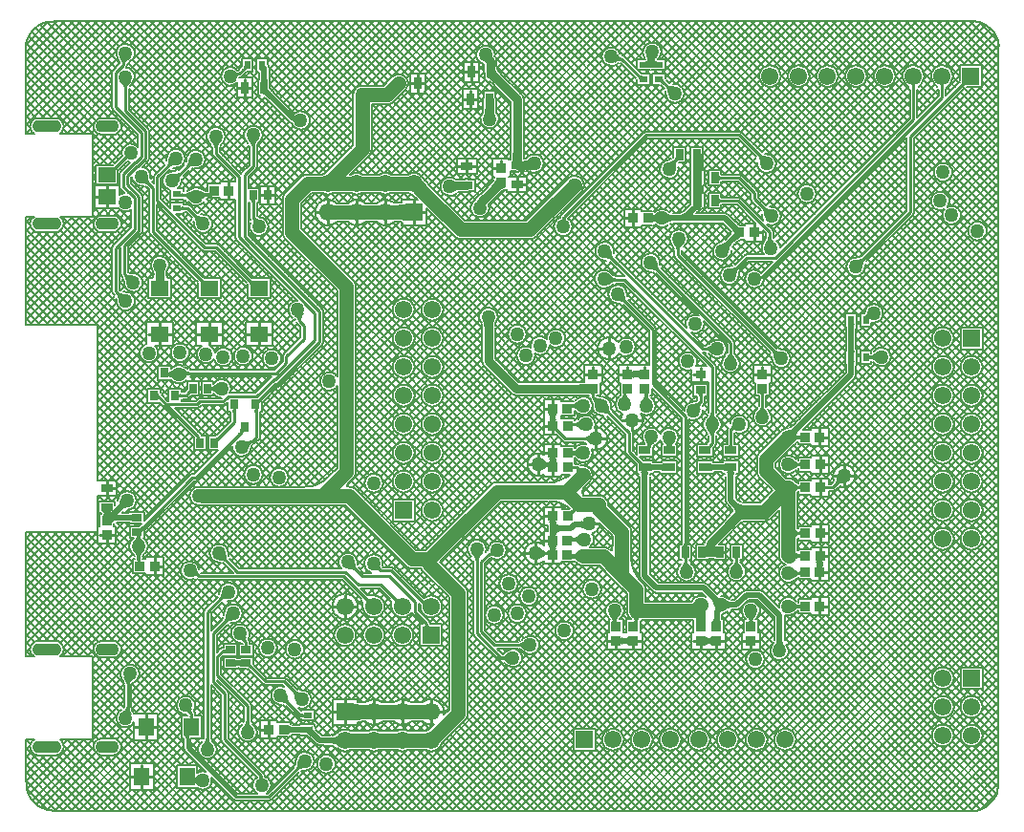
<source format=gbl>
G04*
G04 #@! TF.GenerationSoftware,Altium Limited,Altium Designer,21.0.9 (235)*
G04*
G04 Layer_Physical_Order=4*
G04 Layer_Color=16711680*
%FSLAX25Y25*%
%MOIN*%
G70*
G04*
G04 #@! TF.SameCoordinates,E84AEAD4-148F-411F-9A4D-F382D4A6362F*
G04*
G04*
G04 #@! TF.FilePolarity,Positive*
G04*
G01*
G75*
%ADD14C,0.01000*%
%ADD30R,0.02953X0.03937*%
%ADD34R,0.03937X0.02953*%
%ADD35R,0.02613X0.03394*%
G04:AMPARAMS|DCode=48|XSize=43.31mil|YSize=102.36mil|CornerRadius=21.65mil|HoleSize=0mil|Usage=FLASHONLY|Rotation=270.000|XOffset=0mil|YOffset=0mil|HoleType=Round|Shape=RoundedRectangle|*
%AMROUNDEDRECTD48*
21,1,0.04331,0.05906,0,0,270.0*
21,1,0.00000,0.10236,0,0,270.0*
1,1,0.04331,-0.02953,0.00000*
1,1,0.04331,-0.02953,0.00000*
1,1,0.04331,0.02953,0.00000*
1,1,0.04331,0.02953,0.00000*
%
%ADD48ROUNDEDRECTD48*%
G04:AMPARAMS|DCode=49|XSize=43.31mil|YSize=82.68mil|CornerRadius=21.65mil|HoleSize=0mil|Usage=FLASHONLY|Rotation=270.000|XOffset=0mil|YOffset=0mil|HoleType=Round|Shape=RoundedRectangle|*
%AMROUNDEDRECTD49*
21,1,0.04331,0.03937,0,0,270.0*
21,1,0.00000,0.08268,0,0,270.0*
1,1,0.04331,-0.01968,0.00000*
1,1,0.04331,-0.01968,0.00000*
1,1,0.04331,0.01968,0.00000*
1,1,0.04331,0.01968,0.00000*
%
%ADD49ROUNDEDRECTD49*%
%ADD51C,0.00800*%
%ADD54R,0.03150X0.02362*%
%ADD56R,0.03347X0.02756*%
%ADD57R,0.03543X0.02756*%
%ADD60R,0.03543X0.03347*%
%ADD62C,0.03000*%
%ADD63C,0.02000*%
%ADD66C,0.05000*%
%ADD67C,0.06102*%
%ADD68R,0.06102X0.06102*%
%ADD69R,0.06102X0.06102*%
%ADD70C,0.05000*%
%ADD76R,0.03150X0.03543*%
%ADD77R,0.03347X0.03543*%
%ADD78R,0.06102X0.05315*%
%ADD79R,0.03347X0.03543*%
%ADD80R,0.03543X0.03347*%
%ADD81R,0.04134X0.02559*%
%ADD82R,0.06457X0.05512*%
%ADD83R,0.05512X0.06457*%
%ADD84R,0.02362X0.03150*%
%ADD85R,0.02559X0.04134*%
%ADD86R,0.03394X0.02613*%
G36*
X464768Y416679D02*
X464775Y416628D01*
X465563Y416549D01*
X465408Y416412D01*
X465270Y416263D01*
X465148Y416101D01*
X465043Y415927D01*
X465001Y415840D01*
X465030Y415779D01*
X465188Y415559D01*
X465380Y415379D01*
X465608Y415239D01*
X465870Y415139D01*
X466167Y415079D01*
X466500Y415059D01*
X464937Y413923D01*
Y412890D01*
X464925Y412922D01*
X464890Y412951D01*
X464830Y412976D01*
X464747Y412998D01*
X464640Y413017D01*
X464510Y413032D01*
X464177Y413052D01*
X463750Y413059D01*
X463524Y413057D01*
X462860Y413017D01*
X462753Y412998D01*
X462670Y412976D01*
X462610Y412951D01*
X462575Y412922D01*
X462563Y412890D01*
Y413923D01*
X461000Y415059D01*
X461333Y415079D01*
X461630Y415139D01*
X461893Y415239D01*
X462120Y415379D01*
X462313Y415559D01*
X462470Y415779D01*
X462575Y416002D01*
X462509Y416183D01*
X462422Y416376D01*
X462321Y416559D01*
X462208Y416733D01*
X462080Y416899D01*
X462740Y416832D01*
X462750Y417059D01*
X464750D01*
X464768Y416679D01*
D02*
G37*
G36*
X452224Y417469D02*
X452327Y417272D01*
X452441Y417098D01*
X452565Y416947D01*
X452699Y416820D01*
X452843Y416715D01*
X452996Y416634D01*
X453160Y416576D01*
X453334Y416541D01*
X453517Y416530D01*
X453451Y415530D01*
X453243Y415522D01*
X453029Y415497D01*
X452812Y415456D01*
X452591Y415398D01*
X452365Y415324D01*
X452135Y415234D01*
X451900Y415127D01*
X451418Y414864D01*
X451171Y414708D01*
X452130Y417689D01*
X452224Y417469D01*
D02*
G37*
G36*
X281680Y415796D02*
X281418Y415645D01*
X281184Y415488D01*
X280977Y415325D01*
X280797Y415155D01*
X280645Y414980D01*
X280521Y414798D01*
X280424Y414609D01*
X280356Y414415D01*
X280314Y414215D01*
X280300Y414008D01*
X279300Y414307D01*
X279291Y414462D01*
X279261Y414637D01*
X279212Y414833D01*
X279144Y415049D01*
X278947Y415543D01*
X278820Y415821D01*
X278320Y416776D01*
X281680Y415796D01*
D02*
G37*
G36*
X328438Y413938D02*
X328469Y413918D01*
X328506Y413900D01*
X328549Y413883D01*
X328597Y413868D01*
X328651Y413854D01*
X328777Y413832D01*
X328848Y413823D01*
X328925Y413816D01*
X327850Y412740D01*
X327842Y412817D01*
X327811Y413014D01*
X327798Y413068D01*
X327783Y413117D01*
X327766Y413159D01*
X327747Y413196D01*
X327727Y413227D01*
X327706Y413253D01*
X328413Y413960D01*
X328438Y413938D01*
D02*
G37*
G36*
X323186Y412449D02*
X323109Y412505D01*
X323018Y412532D01*
X322913Y412531D01*
X322793Y412501D01*
X322659Y412443D01*
X322510Y412357D01*
X322347Y412243D01*
X322170Y412100D01*
X321772Y411730D01*
X321065Y412437D01*
X321264Y412643D01*
X321578Y413013D01*
X321692Y413175D01*
X321778Y413324D01*
X321836Y413458D01*
X321865Y413578D01*
X321866Y413684D01*
X321839Y413775D01*
X321784Y413851D01*
X323186Y412449D01*
D02*
G37*
G36*
X329847Y410437D02*
X327847D01*
X327837Y410817D01*
X327808Y411157D01*
X327760Y411457D01*
X327693Y411717D01*
X327607Y411937D01*
X327502Y412117D01*
X327378Y412257D01*
X327234Y412357D01*
X327072Y412417D01*
X326890Y412437D01*
X329228D01*
X329847Y410437D01*
D02*
G37*
G36*
X319031Y411472D02*
X319092Y411429D01*
X319167Y411390D01*
X319257Y411357D01*
X319361Y411329D01*
X319480Y411306D01*
X319613Y411288D01*
X319923Y411268D01*
X320100Y411265D01*
Y410265D01*
X319988Y410262D01*
X319887Y410252D01*
X319798Y410234D01*
X319720Y410210D01*
X319654Y410179D01*
X319600Y410141D01*
X319557Y410097D01*
X319526Y410045D01*
X319507Y409986D01*
X319499Y409921D01*
X318984Y411521D01*
X319031Y411472D01*
D02*
G37*
G36*
X459643Y410618D02*
X460012Y410304D01*
X460176Y410190D01*
X460324Y410104D01*
X460458Y410046D01*
X460578Y410017D01*
X460684Y410016D01*
X460775Y410043D01*
X460851Y410098D01*
X459449Y408696D01*
X459505Y408773D01*
X459532Y408864D01*
X459530Y408969D01*
X459501Y409089D01*
X459443Y409223D01*
X459357Y409372D01*
X459243Y409535D01*
X459100Y409712D01*
X458730Y410110D01*
X459437Y410817D01*
X459643Y410618D01*
D02*
G37*
G36*
X329849Y409675D02*
X329943Y408375D01*
X329977Y408235D01*
X330018Y408135D01*
X330063Y408075D01*
X330114Y408055D01*
X327579D01*
X327630Y408075D01*
X327675Y408135D01*
X327715Y408235D01*
X327750Y408375D01*
X327780Y408555D01*
X327804Y408775D01*
X327844Y409675D01*
X327847Y410055D01*
X329847D01*
X329849Y409675D01*
D02*
G37*
G36*
X409135Y413240D02*
X409199Y412913D01*
X409305Y412575D01*
X409453Y412225D01*
X409644Y411864D01*
X409878Y411491D01*
X410153Y411107D01*
X410472Y410712D01*
X411235Y409886D01*
X409555Y407324D01*
X409143Y407727D01*
X407750Y408915D01*
X407465Y409106D01*
X407206Y409254D01*
X406972Y409360D01*
X406763Y409424D01*
X406579Y409445D01*
X409114Y413555D01*
X409135Y413240D01*
D02*
G37*
G36*
X468006Y409108D02*
X467978Y409016D01*
Y408910D01*
X468006Y408790D01*
X468063Y408656D01*
X468148Y408507D01*
X468261Y408345D01*
X468402Y408168D01*
X468770Y407772D01*
X468063Y407065D01*
X467858Y407263D01*
X467490Y407574D01*
X467327Y407687D01*
X467179Y407772D01*
X467045Y407828D01*
X466924Y407857D01*
X466818D01*
X466726Y407828D01*
X466649Y407772D01*
X468063Y409186D01*
X468006Y409108D01*
D02*
G37*
G36*
X573576Y407044D02*
X573498Y407100D01*
X573406Y407128D01*
X573300D01*
X573180Y407100D01*
X573045Y407044D01*
X572897Y406959D01*
X572734Y406846D01*
X572558Y406704D01*
X572162Y406336D01*
X571454Y407044D01*
X571653Y407249D01*
X571964Y407616D01*
X572077Y407779D01*
X572162Y407927D01*
X572218Y408062D01*
X572247Y408182D01*
Y408288D01*
X572218Y408380D01*
X572162Y408458D01*
X573576Y407044D01*
D02*
G37*
G36*
X282013Y407723D02*
X281612Y407255D01*
X281450Y407030D01*
X281312Y406811D01*
X281200Y406597D01*
X281113Y406390D01*
X281050Y406187D01*
X281013Y405991D01*
X281000Y405800D01*
X280000D01*
X279988Y405991D01*
X279950Y406187D01*
X279888Y406390D01*
X279800Y406597D01*
X279688Y406811D01*
X279550Y407030D01*
X279387Y407255D01*
X279200Y407486D01*
X278750Y407965D01*
X282250D01*
X282013Y407723D01*
D02*
G37*
G36*
X469610Y406950D02*
X469777Y406838D01*
X469964Y406740D01*
X470173Y406659D01*
X470402Y406593D01*
X470652Y406542D01*
X470922Y406507D01*
X471214Y406488D01*
X471525Y406484D01*
X471858Y406496D01*
X469502Y403908D01*
X469483Y404253D01*
X469410Y404876D01*
X469356Y405153D01*
X469291Y405407D01*
X469214Y405639D01*
X469125Y405848D01*
X469025Y406034D01*
X468913Y406197D01*
X468790Y406337D01*
X469463Y407078D01*
X469610Y406950D01*
D02*
G37*
G36*
X329997Y406612D02*
X329947Y406423D01*
X329953Y406208D01*
X330013Y405965D01*
X330128Y405696D01*
X330298Y405400D01*
X330523Y405076D01*
X330803Y404726D01*
X331528Y403945D01*
X330114Y402531D01*
X329834Y402800D01*
X329292Y403252D01*
X329030Y403436D01*
X328773Y403591D01*
X328522Y403719D01*
X328278Y403818D01*
X328039Y403889D01*
X327806Y403931D01*
X327579Y403945D01*
X330102Y406774D01*
X329997Y406612D01*
D02*
G37*
G36*
X408849Y398351D02*
X408914Y397469D01*
X408944Y397310D01*
X408979Y397175D01*
X409020Y397064D01*
X409066Y396977D01*
X409118Y396915D01*
X405619Y396808D01*
X405662Y396867D01*
X405701Y396952D01*
X405735Y397061D01*
X405765Y397195D01*
X405790Y397353D01*
X405826Y397745D01*
X405844Y398235D01*
X405847Y398517D01*
X408847Y398632D01*
X408849Y398351D01*
D02*
G37*
G36*
X326513Y387473D02*
X326113Y387005D01*
X325950Y386780D01*
X325813Y386561D01*
X325700Y386347D01*
X325612Y386140D01*
X325550Y385938D01*
X325513Y385741D01*
X325500Y385550D01*
X324500D01*
X324487Y385741D01*
X324450Y385938D01*
X324388Y386140D01*
X324300Y386347D01*
X324187Y386561D01*
X324050Y386780D01*
X323887Y387005D01*
X323700Y387236D01*
X323250Y387715D01*
X326750D01*
X326513Y387473D01*
D02*
G37*
G36*
X313512Y386972D02*
X313112Y386505D01*
X312950Y386280D01*
X312812Y386061D01*
X312700Y385847D01*
X312613Y385640D01*
X312550Y385437D01*
X312512Y385241D01*
X312500Y385051D01*
X311500D01*
X311488Y385241D01*
X311450Y385437D01*
X311387Y385640D01*
X311300Y385847D01*
X311188Y386061D01*
X311050Y386280D01*
X310888Y386505D01*
X310700Y386736D01*
X310250Y387215D01*
X313750D01*
X313512Y386972D01*
D02*
G37*
G36*
X473592Y380556D02*
X473515Y380611D01*
X473424Y380638D01*
X473318Y380637D01*
X473198Y380607D01*
X473064Y380550D01*
X472916Y380464D01*
X472753Y380349D01*
X472590Y380218D01*
X472499Y380081D01*
X472409Y379894D01*
X472342Y379691D01*
X472298Y379472D01*
X472276Y379237D01*
X472277Y378986D01*
X472301Y378719D01*
X472348Y378436D01*
X472418Y378137D01*
X469412Y379930D01*
X469779Y380023D01*
X470976Y380411D01*
X471207Y380511D01*
X471411Y380614D01*
X471587Y380718D01*
X471727Y380817D01*
X471983Y381119D01*
X472097Y381282D01*
X472183Y381430D01*
X472241Y381565D01*
X472271Y381684D01*
X472272Y381790D01*
X472245Y381881D01*
X472189Y381958D01*
X473592Y380556D01*
D02*
G37*
G36*
X418506Y382544D02*
X418639Y380864D01*
X418700Y380594D01*
X418772Y380384D01*
X418855Y380234D01*
X418950Y380144D01*
X419055Y380114D01*
X414945D01*
X415051Y380144D01*
X415145Y380234D01*
X415228Y380384D01*
X415300Y380594D01*
X415361Y380864D01*
X415411Y381194D01*
X415478Y382034D01*
X415500Y383114D01*
X418500D01*
X418506Y382544D01*
D02*
G37*
G36*
X502014Y382709D02*
X502172Y382599D01*
X502355Y382496D01*
X502562Y382401D01*
X502795Y382312D01*
X503052Y382231D01*
X503641Y382090D01*
X503972Y382031D01*
X504329Y381978D01*
X501529Y379878D01*
X501569Y380196D01*
X501591Y380495D01*
X501593Y380776D01*
X501576Y381038D01*
X501540Y381282D01*
X501484Y381507D01*
X501410Y381714D01*
X501316Y381902D01*
X501203Y382071D01*
X501071Y382222D01*
X501881Y382826D01*
X502014Y382709D01*
D02*
G37*
G36*
X304679Y378521D02*
X304357Y378555D01*
X304055Y378570D01*
X303771Y378567D01*
X303507Y378546D01*
X303262Y378506D01*
X303035Y378448D01*
X302828Y378372D01*
X302640Y378277D01*
X302471Y378165D01*
X302321Y378033D01*
X301700Y378827D01*
X301819Y378962D01*
X301930Y379121D01*
X302032Y379305D01*
X302126Y379513D01*
X302211Y379745D01*
X302289Y380002D01*
X302418Y380588D01*
X302471Y380918D01*
X302515Y381272D01*
X304679Y378521D01*
D02*
G37*
G36*
X298019Y378857D02*
X297680Y378854D01*
X297066Y378806D01*
X296793Y378762D01*
X296540Y378704D01*
X296310Y378633D01*
X296101Y378548D01*
X295914Y378449D01*
X295748Y378337D01*
X295605Y378211D01*
X294898Y378918D01*
X295024Y379062D01*
X295136Y379227D01*
X295235Y379414D01*
X295320Y379623D01*
X295391Y379853D01*
X295449Y380106D01*
X295493Y380380D01*
X295524Y380676D01*
X295544Y381332D01*
X298019Y378857D01*
D02*
G37*
G36*
X277746Y378146D02*
X277548Y377940D01*
X277237Y377573D01*
X277124Y377410D01*
X277039Y377262D01*
X276983Y377127D01*
X276954Y377007D01*
Y376901D01*
X276983Y376809D01*
X277039Y376731D01*
X275625Y378146D01*
X275703Y378089D01*
X275795Y378061D01*
X275901D01*
X276021Y378089D01*
X276155Y378146D01*
X276304Y378230D01*
X276466Y378344D01*
X276643Y378485D01*
X277039Y378853D01*
X277746Y378146D01*
D02*
G37*
G36*
X421545Y377467D02*
X421503Y377486D01*
X421435Y377503D01*
X421340Y377518D01*
X421068Y377542D01*
X420457Y377563D01*
X419915Y377567D01*
X419239Y380567D01*
X419519Y380570D01*
X420212Y380623D01*
X420395Y380654D01*
X420552Y380692D01*
X420685Y380737D01*
X420794Y380789D01*
X420879Y380848D01*
X420938Y380914D01*
X421545Y377467D01*
D02*
G37*
G36*
X300024Y375736D02*
X299905Y375601D01*
X299795Y375442D01*
X299693Y375258D01*
X299599Y375050D01*
X299513Y374818D01*
X299436Y374561D01*
X299306Y373975D01*
X299254Y373645D01*
X299210Y373291D01*
X297046Y376042D01*
X297367Y376008D01*
X297670Y375993D01*
X297953Y375996D01*
X298218Y376017D01*
X298463Y376057D01*
X298689Y376115D01*
X298896Y376191D01*
X299084Y376285D01*
X299253Y376398D01*
X299403Y376529D01*
X300024Y375736D01*
D02*
G37*
G36*
X487415Y375405D02*
X487446Y375320D01*
X487496Y375245D01*
X487567Y375180D01*
X487658Y375125D01*
X487770Y375080D01*
X487901Y375045D01*
X488053Y375020D01*
X488225Y375005D01*
X488417Y375000D01*
Y374000D01*
X488225Y373995D01*
X488053Y373980D01*
X487901Y373955D01*
X487770Y373920D01*
X487658Y373875D01*
X487567Y373820D01*
X487496Y373755D01*
X487446Y373680D01*
X487415Y373595D01*
X487405Y373500D01*
Y375500D01*
X487415Y375405D01*
D02*
G37*
G36*
X288416Y374723D02*
X288464Y374110D01*
X288508Y373836D01*
X288566Y373584D01*
X288637Y373353D01*
X288722Y373144D01*
X288821Y372957D01*
X288933Y372792D01*
X289059Y372648D01*
X288352Y371941D01*
X288208Y372067D01*
X288043Y372179D01*
X287856Y372278D01*
X287647Y372363D01*
X287417Y372434D01*
X287164Y372492D01*
X286890Y372536D01*
X286595Y372567D01*
X285938Y372587D01*
X288413Y375062D01*
X288416Y374723D01*
D02*
G37*
G36*
X395130Y373408D02*
X395208Y373381D01*
X395311Y373358D01*
X395441Y373337D01*
X395776Y373305D01*
X396472Y373281D01*
X396756Y373280D01*
X397182Y370280D01*
X396901Y370276D01*
X396206Y370229D01*
X396023Y370200D01*
X395863Y370165D01*
X395729Y370123D01*
X395618Y370075D01*
X395532Y370021D01*
X395470Y369961D01*
X395078Y373439D01*
X395130Y373408D01*
D02*
G37*
G36*
X413260Y371280D02*
X412973Y371258D01*
X412672Y371195D01*
X412356Y371089D01*
X412025Y370940D01*
X411681Y370749D01*
X411322Y370516D01*
X410948Y370240D01*
X410157Y369561D01*
X409740Y369158D01*
X407619Y371280D01*
X408022Y371695D01*
X408977Y372830D01*
X409210Y373171D01*
X409401Y373494D01*
X409549Y373799D01*
X409656Y374085D01*
X409719Y374353D01*
X409740Y374602D01*
X413260Y371280D01*
D02*
G37*
G36*
X302901Y366642D02*
X302724Y366900D01*
X302544Y367131D01*
X302361Y367335D01*
X302175Y367511D01*
X301987Y367661D01*
X301795Y367783D01*
X301601Y367878D01*
X301403Y367946D01*
X301203Y367986D01*
X301007Y368000D01*
X300873Y367998D01*
X300313Y367958D01*
X300223Y367939D01*
X300153Y367917D01*
X300103Y367892D01*
X300073Y367863D01*
X300063Y367831D01*
X300051Y369500D01*
X300062Y369405D01*
X300092Y369320D01*
X300143Y369245D01*
X300214Y369180D01*
X300306Y369125D01*
X300417Y369080D01*
X300548Y369045D01*
X300700Y369020D01*
X300871Y369005D01*
X301063Y369000D01*
Y368301D01*
X301209Y369000D01*
X301378Y369011D01*
X301562Y369043D01*
X301762Y369096D01*
X301978Y369172D01*
X302209Y369268D01*
X302719Y369525D01*
X302997Y369686D01*
X303601Y370072D01*
X302901Y366642D01*
D02*
G37*
G36*
X306541Y370011D02*
X307702Y369470D01*
X307940Y369383D01*
X308351Y369267D01*
X308525Y369238D01*
X308677Y369228D01*
X308721Y369090D01*
Y369228D01*
X308911Y369233D01*
X309081Y369248D01*
X309231Y369273D01*
X309361Y369308D01*
X309471Y369353D01*
X309561Y369408D01*
X309631Y369473D01*
X309681Y369548D01*
X309711Y369633D01*
X309721Y369728D01*
Y368240D01*
X309711Y368238D01*
X309681Y368236D01*
X309231Y368229D01*
X308989Y368229D01*
X308990Y368228D01*
X308782Y368215D01*
X308582Y368173D01*
X308388Y368104D01*
X308201Y368007D01*
X308020Y367883D01*
X307846Y367731D01*
X307679Y367551D01*
X307519Y367344D01*
X307365Y367109D01*
X307218Y366846D01*
X306198Y370194D01*
X306541Y370011D01*
D02*
G37*
G36*
X325927Y366805D02*
X325842Y366775D01*
X325767Y366725D01*
X325702Y366655D01*
X325647Y366565D01*
X325602Y366455D01*
X325567Y366325D01*
X325542Y366175D01*
X325527Y366005D01*
X325522Y365815D01*
X324522D01*
X324517Y366005D01*
X324502Y366175D01*
X324477Y366325D01*
X324442Y366455D01*
X324397Y366565D01*
X324342Y366655D01*
X324277Y366725D01*
X324202Y366775D01*
X324117Y366805D01*
X324022Y366815D01*
X326022D01*
X325927Y366805D01*
D02*
G37*
G36*
X487415Y367405D02*
X487446Y367320D01*
X487496Y367245D01*
X487567Y367180D01*
X487658Y367125D01*
X487770Y367080D01*
X487901Y367045D01*
X488053Y367020D01*
X488225Y367005D01*
X488417Y367000D01*
Y366000D01*
X488225Y365995D01*
X488053Y365980D01*
X487901Y365955D01*
X487770Y365920D01*
X487658Y365875D01*
X487567Y365820D01*
X487496Y365755D01*
X487446Y365680D01*
X487415Y365595D01*
X487405Y365500D01*
Y367500D01*
X487415Y367405D01*
D02*
G37*
G36*
X407095Y366513D02*
X406900Y366313D01*
X406461Y365791D01*
X406363Y365644D01*
X406289Y365511D01*
X406241Y365391D01*
X406216Y365284D01*
X406215Y365191D01*
X406240Y365111D01*
X402974Y366280D01*
X404822Y368482D01*
X407095Y366513D01*
D02*
G37*
G36*
X300061Y364787D02*
X300091Y364702D01*
X300142Y364627D01*
X300213Y364562D01*
X300304Y364507D01*
X300415Y364462D01*
X300547Y364427D01*
X300698Y364402D01*
X300870Y364387D01*
X301063Y364382D01*
Y363382D01*
X300870Y363377D01*
X300698Y363362D01*
X300547Y363337D01*
X300415Y363302D01*
X300304Y363257D01*
X300213Y363202D01*
X300142Y363137D01*
X300091Y363062D01*
X300061Y362977D01*
X300051Y362882D01*
Y364882D01*
X300061Y364787D01*
D02*
G37*
G36*
X503372Y364188D02*
X503538Y364076D01*
X503725Y363977D01*
X503934Y363892D01*
X504164Y363821D01*
X504417Y363763D01*
X504691Y363719D01*
X504986Y363688D01*
X505643Y363668D01*
X503168Y361193D01*
X503165Y361532D01*
X503117Y362145D01*
X503073Y362419D01*
X503015Y362672D01*
X502944Y362902D01*
X502859Y363111D01*
X502760Y363298D01*
X502648Y363463D01*
X502522Y363607D01*
X503229Y364314D01*
X503372Y364188D01*
D02*
G37*
G36*
X433833Y360653D02*
X433847Y360490D01*
X433870Y360339D01*
X433901Y360202D01*
X433943Y360077D01*
X433993Y359965D01*
X434052Y359866D01*
X434120Y359780D01*
X434198Y359706D01*
X434285Y359645D01*
X432318Y359905D01*
X432415Y359941D01*
X432502Y359988D01*
X432579Y360049D01*
X432645Y360122D01*
X432701Y360208D01*
X432747Y360307D01*
X432783Y360418D01*
X432808Y360542D01*
X432823Y360679D01*
X432828Y360828D01*
X433828D01*
X433833Y360653D01*
D02*
G37*
G36*
X478627Y362646D02*
X478447Y362405D01*
X478334Y362193D01*
X478291Y362009D01*
X478315Y361854D01*
X478408Y361726D01*
X478569Y361627D01*
X478798Y361557D01*
X479096Y361514D01*
X479461Y361500D01*
X475047Y359500D01*
X472633Y361500D01*
X473027Y361514D01*
X473410Y361557D01*
X473780Y361627D01*
X474139Y361726D01*
X474487Y361854D01*
X474822Y362009D01*
X475146Y362193D01*
X475458Y362405D01*
X475759Y362646D01*
X476047Y362914D01*
X478876D01*
X478627Y362646D01*
D02*
G37*
G36*
X377961Y359461D02*
X377911Y359563D01*
X377761Y359655D01*
X377511Y359736D01*
X377161Y359806D01*
X376711Y359865D01*
X375511Y359951D01*
X372961Y360000D01*
Y365000D01*
X373911Y365005D01*
X377511Y365264D01*
X377761Y365345D01*
X377911Y365437D01*
X377961Y365539D01*
Y359461D01*
D02*
G37*
G36*
X469438Y362107D02*
X469601Y361980D01*
X469775Y361867D01*
X469959Y361770D01*
X470154Y361687D01*
X470360Y361620D01*
X470577Y361567D01*
X470804Y361530D01*
X471042Y361508D01*
X471291Y361500D01*
Y359500D01*
X471042Y359492D01*
X470804Y359470D01*
X470577Y359433D01*
X470360Y359380D01*
X470154Y359313D01*
X469959Y359230D01*
X469775Y359133D01*
X469601Y359020D01*
X469438Y358892D01*
X469285Y358750D01*
Y362250D01*
X469438Y362107D01*
D02*
G37*
G36*
X464240Y362115D02*
X464300Y361986D01*
X464400Y361872D01*
X464540Y361773D01*
X464720Y361690D01*
X464788Y361669D01*
X464846Y361687D01*
X465041Y361770D01*
X465225Y361867D01*
X465399Y361980D01*
X465562Y362107D01*
X465715Y362250D01*
Y361516D01*
X465840Y361508D01*
X466220Y361500D01*
Y359500D01*
X465840Y359492D01*
X465715Y359481D01*
Y358750D01*
X465562Y358892D01*
X465399Y359020D01*
X465225Y359133D01*
X465041Y359230D01*
X464846Y359313D01*
X464788Y359331D01*
X464720Y359310D01*
X464540Y359226D01*
X464400Y359128D01*
X464300Y359014D01*
X464240Y358885D01*
X464220Y358740D01*
Y359466D01*
X464196Y359470D01*
X463958Y359492D01*
X463709Y359500D01*
Y361500D01*
X463958Y361508D01*
X464196Y361530D01*
X464220Y361534D01*
Y362260D01*
X464240Y362115D01*
D02*
G37*
G36*
X325540Y360759D02*
X325710Y360618D01*
X325886Y360491D01*
X326067Y360377D01*
X326255Y360278D01*
X326447Y360191D01*
X326646Y360119D01*
X326850Y360061D01*
X327060Y360016D01*
X327275Y359985D01*
X324820Y358725D01*
X324905Y358893D01*
X324968Y359056D01*
X325008Y359216D01*
X325026Y359371D01*
X325022Y359521D01*
X324995Y359667D01*
X324947Y359809D01*
X324876Y359946D01*
X324784Y360078D01*
X324669Y360207D01*
X325376Y360914D01*
X325540Y360759D01*
D02*
G37*
G36*
X305205Y361520D02*
X305370Y361408D01*
X305557Y361309D01*
X305766Y361224D01*
X305996Y361153D01*
X306249Y361095D01*
X306523Y361051D01*
X306818Y361020D01*
X307475Y361000D01*
X305000Y358525D01*
X304997Y358864D01*
X304949Y359477D01*
X304905Y359751D01*
X304847Y360004D01*
X304776Y360234D01*
X304691Y360443D01*
X304592Y360630D01*
X304480Y360795D01*
X304354Y360939D01*
X305061Y361646D01*
X305205Y361520D01*
D02*
G37*
G36*
X493096Y358274D02*
X493837Y357645D01*
X494164Y357417D01*
X494461Y357247D01*
X494730Y357135D01*
X494969Y357080D01*
X495178Y357082D01*
X495359Y357142D01*
X495510Y357260D01*
X493859Y355490D01*
X495608Y353740D01*
X495453Y353854D01*
X495269Y353910D01*
X495057D01*
X494816Y353854D01*
X494548Y353740D01*
X494250Y353571D01*
X493925Y353344D01*
X493572Y353062D01*
X492780Y352326D01*
X491365Y353740D01*
X491761Y354151D01*
X492384Y354886D01*
X492610Y355211D01*
X492744Y355446D01*
X492598Y355702D01*
X492373Y356026D01*
X492093Y356377D01*
X491365Y357161D01*
X492681Y358674D01*
X493096Y358274D01*
D02*
G37*
G36*
X505513Y353822D02*
X505554Y353622D01*
X505622Y353425D01*
X505717Y353229D01*
X505838Y353037D01*
X505987Y352847D01*
X506163Y352659D01*
X506366Y352473D01*
X506597Y352291D01*
X506854Y352110D01*
X503418Y351446D01*
X503623Y351752D01*
X504110Y352579D01*
X504229Y352825D01*
X504403Y353271D01*
X504457Y353471D01*
X504489Y353657D01*
X504500Y353827D01*
X505500Y354025D01*
X505513Y353822D01*
D02*
G37*
G36*
X491740Y351286D02*
X491568Y351103D01*
X491418Y350918D01*
X491289Y350730D01*
X491181Y350540D01*
X491094Y350347D01*
X491028Y350153D01*
X490983Y349956D01*
X490959Y349756D01*
X490957Y349554D01*
X490975Y349351D01*
X488199Y351482D01*
X488404Y351515D01*
X488607Y351562D01*
X488806Y351626D01*
X489003Y351704D01*
X489196Y351798D01*
X489387Y351907D01*
X489575Y352032D01*
X489760Y352171D01*
X489943Y352326D01*
X490122Y352497D01*
X491740Y351286D01*
D02*
G37*
G36*
X474828Y351326D02*
X474575Y351126D01*
X474350Y350926D01*
X474151Y350726D01*
X473978Y350526D01*
X473832Y350327D01*
X473712Y350127D01*
X473620Y349927D01*
X473553Y349728D01*
X473513Y349529D01*
X473500Y349329D01*
X472500Y349462D01*
X472489Y349640D01*
X472454Y349830D01*
X472397Y350032D01*
X472317Y350246D01*
X472214Y350472D01*
X472088Y350709D01*
X471768Y351220D01*
X471574Y351493D01*
X471357Y351778D01*
X474828Y351326D01*
D02*
G37*
G36*
X450003Y348636D02*
X450051Y348023D01*
X450095Y347749D01*
X450153Y347496D01*
X450224Y347266D01*
X450309Y347057D01*
X450408Y346870D01*
X450520Y346705D01*
X450646Y346561D01*
X449939Y345854D01*
X449795Y345980D01*
X449630Y346092D01*
X449443Y346191D01*
X449234Y346276D01*
X449004Y346347D01*
X448751Y346405D01*
X448477Y346449D01*
X448182Y346480D01*
X447525Y346500D01*
X450000Y348975D01*
X450003Y348636D01*
D02*
G37*
G36*
X538146Y345939D02*
X538020Y345795D01*
X537908Y345630D01*
X537809Y345443D01*
X537724Y345234D01*
X537653Y345004D01*
X537595Y344751D01*
X537551Y344477D01*
X537520Y344182D01*
X537500Y343525D01*
X535025Y346000D01*
X535364Y346003D01*
X535977Y346051D01*
X536251Y346095D01*
X536504Y346153D01*
X536734Y346224D01*
X536943Y346309D01*
X537130Y346408D01*
X537295Y346520D01*
X537439Y346646D01*
X538146Y345939D01*
D02*
G37*
G36*
X466003Y344636D02*
X466051Y344023D01*
X466095Y343749D01*
X466153Y343496D01*
X466224Y343266D01*
X466309Y343057D01*
X466408Y342870D01*
X466520Y342705D01*
X466646Y342561D01*
X465939Y341854D01*
X465796Y341980D01*
X465630Y342092D01*
X465443Y342191D01*
X465234Y342276D01*
X465004Y342347D01*
X464751Y342405D01*
X464477Y342449D01*
X464182Y342480D01*
X463525Y342500D01*
X466000Y344975D01*
X466003Y344636D01*
D02*
G37*
G36*
X494146Y342939D02*
X494020Y342795D01*
X493908Y342630D01*
X493809Y342443D01*
X493724Y342234D01*
X493653Y342004D01*
X493595Y341751D01*
X493551Y341477D01*
X493520Y341182D01*
X493500Y340525D01*
X491025Y343000D01*
X491364Y343003D01*
X491977Y343051D01*
X492251Y343095D01*
X492504Y343153D01*
X492734Y343224D01*
X492943Y343309D01*
X493130Y343408D01*
X493295Y343520D01*
X493439Y343646D01*
X494146Y342939D01*
D02*
G37*
G36*
X294202Y342153D02*
X294160Y342068D01*
X294123Y341957D01*
X294090Y341823D01*
X294062Y341664D01*
X294022Y341271D01*
X294003Y340782D01*
X294000Y340500D01*
X291000D01*
X290998Y340782D01*
X290937Y341664D01*
X290910Y341823D01*
X290878Y341957D01*
X290840Y342068D01*
X290797Y342153D01*
X290750Y342215D01*
X294250D01*
X294202Y342153D01*
D02*
G37*
G36*
X280782Y340943D02*
X280949Y340831D01*
X281137Y340734D01*
X281345Y340652D01*
X281574Y340587D01*
X281824Y340537D01*
X282094Y340503D01*
X282385Y340485D01*
X282696Y340482D01*
X283028Y340495D01*
X280683Y337897D01*
X280663Y338243D01*
X280588Y338866D01*
X280533Y339143D01*
X280467Y339398D01*
X280389Y339630D01*
X280300Y339838D01*
X280200Y340024D01*
X280088Y340187D01*
X279965Y340328D01*
X280635Y341072D01*
X280782Y340943D01*
D02*
G37*
G36*
X306875Y339492D02*
X307531Y338941D01*
X307716Y338818D01*
X307885Y338726D01*
X308036Y338665D01*
X308171Y338634D01*
X308290Y338634D01*
X308391Y338665D01*
X306516Y337735D01*
X306593Y337791D01*
X306636Y337865D01*
X306646Y337959D01*
X306624Y338072D01*
X306569Y338204D01*
X306480Y338355D01*
X306359Y338525D01*
X306205Y338714D01*
X305797Y339149D01*
X306623Y339738D01*
X306875Y339492D01*
D02*
G37*
G36*
X449463Y340544D02*
X449900Y340131D01*
X450114Y339964D01*
X450324Y339822D01*
X450532Y339706D01*
X450736Y339616D01*
X450938Y339551D01*
X451136Y339513D01*
X451331Y339500D01*
X451272Y338500D01*
X451086Y338488D01*
X450892Y338452D01*
X450690Y338391D01*
X450479Y338307D01*
X450259Y338198D01*
X450032Y338066D01*
X449796Y337909D01*
X449299Y337523D01*
X449038Y337294D01*
X449239Y340788D01*
X449463Y340544D01*
D02*
G37*
G36*
X323931Y339185D02*
X324300Y338871D01*
X324463Y338757D01*
X324611Y338671D01*
X324746Y338613D01*
X324866Y338584D01*
X324971Y338582D01*
X325062Y338610D01*
X325139Y338665D01*
X323737Y337263D01*
X323792Y337339D01*
X323819Y337431D01*
X323818Y337536D01*
X323788Y337656D01*
X323731Y337790D01*
X323644Y337939D01*
X323530Y338102D01*
X323388Y338279D01*
X323018Y338677D01*
X323725Y339384D01*
X323931Y339185D01*
D02*
G37*
G36*
X278204Y334520D02*
X278370Y334408D01*
X278557Y334309D01*
X278766Y334224D01*
X278996Y334153D01*
X279249Y334095D01*
X279523Y334051D01*
X279818Y334020D01*
X280475Y334000D01*
X278000Y331525D01*
X277997Y331864D01*
X277949Y332477D01*
X277905Y332751D01*
X277847Y333004D01*
X277776Y333234D01*
X277691Y333443D01*
X277592Y333630D01*
X277480Y333795D01*
X277354Y333939D01*
X278061Y334646D01*
X278204Y334520D01*
D02*
G37*
G36*
X454503Y333636D02*
X454551Y333023D01*
X454595Y332749D01*
X454653Y332496D01*
X454724Y332266D01*
X454809Y332057D01*
X454908Y331870D01*
X455020Y331704D01*
X455146Y331561D01*
X454439Y330854D01*
X454295Y330980D01*
X454130Y331092D01*
X453943Y331191D01*
X453734Y331276D01*
X453504Y331347D01*
X453251Y331405D01*
X452977Y331449D01*
X452682Y331480D01*
X452025Y331500D01*
X454500Y333975D01*
X454503Y333636D01*
D02*
G37*
G36*
X540435Y326563D02*
X540244Y326366D01*
X539942Y326015D01*
X539830Y325861D01*
X539745Y325721D01*
X539686Y325596D01*
X539654Y325485D01*
X539649Y325411D01*
X539746Y325247D01*
X539680Y325290D01*
X539716Y325239D01*
X539650Y325304D01*
X539599Y325326D01*
X539523Y325343D01*
X539443Y325345D01*
X539361Y325332D01*
X539276Y325304D01*
X539189Y325260D01*
X539100Y325202D01*
X539007Y325129D01*
X538913Y325040D01*
X538205Y325747D01*
X538331Y325878D01*
X538539Y326125D01*
X538621Y326242D01*
X538655Y326300D01*
X538404Y326551D01*
X538472Y326503D01*
X538554Y326483D01*
X538650Y326488D01*
X538761Y326521D01*
X538762Y326521D01*
X538778Y326565D01*
X538801Y326663D01*
X538810Y326757D01*
X538804Y326846D01*
X538941Y326613D01*
X539026Y326664D01*
X539180Y326776D01*
X539348Y326914D01*
X539728Y327270D01*
X540435Y326563D01*
D02*
G37*
G36*
X342457Y326893D02*
X341893Y325762D01*
X341802Y325527D01*
X341731Y325311D01*
X341681Y325113D01*
X341651Y324935D01*
X341640Y324775D01*
X340640Y324504D01*
X340627Y324710D01*
X340585Y324910D01*
X340517Y325105D01*
X340421Y325295D01*
X340297Y325480D01*
X340146Y325660D01*
X339967Y325834D01*
X339761Y326003D01*
X339527Y326167D01*
X339266Y326326D01*
X342649Y327222D01*
X342457Y326893D01*
D02*
G37*
G36*
X408703Y324153D02*
X408660Y324068D01*
X408623Y323957D01*
X408590Y323823D01*
X408563Y323663D01*
X408523Y323271D01*
X408502Y322782D01*
X408500Y322500D01*
X405500D01*
X405498Y322782D01*
X405438Y323663D01*
X405410Y323823D01*
X405377Y323957D01*
X405340Y324068D01*
X405298Y324153D01*
X405250Y324215D01*
X408750D01*
X408703Y324153D01*
D02*
G37*
G36*
X534578Y323417D02*
X534549Y323357D01*
X534524Y323257D01*
X534502Y323117D01*
X534483Y322937D01*
X534448Y322157D01*
X534441Y321437D01*
X532441D01*
X532439Y321817D01*
X532333Y323357D01*
X532304Y323417D01*
X532272Y323437D01*
X534610D01*
X534578Y323417D01*
D02*
G37*
G36*
X534443Y315183D02*
X534549Y313643D01*
X534578Y313583D01*
X534610Y313563D01*
X532272D01*
X532304Y313583D01*
X532333Y313643D01*
X532358Y313743D01*
X532380Y313883D01*
X532399Y314063D01*
X532434Y314843D01*
X532441Y315563D01*
X534441D01*
X534443Y315183D01*
D02*
G37*
G36*
X485032Y313068D02*
X484790Y313305D01*
X484323Y313705D01*
X484098Y313868D01*
X483879Y314005D01*
X483665Y314118D01*
X483457Y314205D01*
X483255Y314268D01*
X483059Y314305D01*
X482868Y314318D01*
Y315318D01*
X483059Y315330D01*
X483255Y315368D01*
X483457Y315430D01*
X483665Y315518D01*
X483879Y315630D01*
X484098Y315768D01*
X484323Y315930D01*
X484554Y316118D01*
X485032Y316568D01*
Y313068D01*
D02*
G37*
G36*
X542215Y310250D02*
X541972Y310488D01*
X541505Y310888D01*
X541280Y311050D01*
X541061Y311188D01*
X540847Y311300D01*
X540640Y311387D01*
X540438Y311450D01*
X540319Y311473D01*
X540212Y311455D01*
X540080Y311420D01*
X539969Y311375D01*
X539878Y311320D01*
X539807Y311255D01*
X539757Y311180D01*
X539726Y311095D01*
X539716Y311000D01*
Y313000D01*
X539726Y312905D01*
X539757Y312820D01*
X539807Y312745D01*
X539878Y312680D01*
X539969Y312625D01*
X540080Y312580D01*
X540212Y312545D01*
X540319Y312527D01*
X540438Y312550D01*
X540640Y312613D01*
X540847Y312700D01*
X541061Y312812D01*
X541280Y312950D01*
X541505Y313112D01*
X541736Y313300D01*
X542215Y313750D01*
Y310250D01*
D02*
G37*
G36*
X506705Y314520D02*
X506870Y314408D01*
X507057Y314309D01*
X507266Y314224D01*
X507496Y314153D01*
X507749Y314095D01*
X508023Y314051D01*
X508318Y314020D01*
X508975Y314000D01*
X506500Y311525D01*
X506497Y311864D01*
X506449Y312477D01*
X506405Y312751D01*
X506347Y313004D01*
X506276Y313234D01*
X506191Y313443D01*
X506092Y313630D01*
X505980Y313795D01*
X505854Y313939D01*
X506561Y314646D01*
X506705Y314520D01*
D02*
G37*
G36*
X492000Y313615D02*
X492012Y313428D01*
X492049Y313233D01*
X492110Y313031D01*
X492195Y312821D01*
X492305Y312603D01*
X492439Y312378D01*
X492597Y312145D01*
X492780Y311904D01*
X493219Y311400D01*
X489722Y311545D01*
X489965Y311774D01*
X490374Y312220D01*
X490540Y312437D01*
X490681Y312650D01*
X490796Y312859D01*
X490885Y313064D01*
X490949Y313266D01*
X490987Y313464D01*
X491000Y313657D01*
X492000Y313615D01*
D02*
G37*
G36*
X534578Y310417D02*
X534549Y310357D01*
X534524Y310257D01*
X534502Y310117D01*
X534483Y309937D01*
X534448Y309157D01*
X534441Y308437D01*
X532441D01*
X532439Y308817D01*
X532333Y310357D01*
X532304Y310417D01*
X532272Y310437D01*
X534610D01*
X534578Y310417D01*
D02*
G37*
G36*
X459740Y304398D02*
X459720Y304523D01*
X459660Y304636D01*
X459560Y304735D01*
X459420Y304821D01*
X459240Y304894D01*
X459020Y304953D01*
X458760Y304999D01*
X458537Y305024D01*
X458240Y304999D01*
X457980Y304953D01*
X457760Y304894D01*
X457580Y304821D01*
X457440Y304735D01*
X457340Y304636D01*
X457280Y304523D01*
X457260Y304398D01*
Y307720D01*
X457280Y307595D01*
X457340Y307482D01*
X457440Y307383D01*
X457580Y307297D01*
X457760Y307224D01*
X457980Y307165D01*
X458240Y307119D01*
X458463Y307094D01*
X458760Y307119D01*
X459020Y307165D01*
X459240Y307224D01*
X459420Y307297D01*
X459560Y307383D01*
X459660Y307482D01*
X459720Y307595D01*
X459740Y307720D01*
Y304398D01*
D02*
G37*
G36*
X297215Y304250D02*
X296972Y304487D01*
X296505Y304888D01*
X296280Y305050D01*
X296061Y305188D01*
X295847Y305300D01*
X295748Y305342D01*
X295713Y305320D01*
X295642Y305255D01*
X295591Y305180D01*
X295561Y305095D01*
X295551Y305000D01*
Y305415D01*
X295438Y305450D01*
X295241Y305487D01*
X295051Y305500D01*
Y306500D01*
X295241Y306512D01*
X295438Y306550D01*
X295551Y306585D01*
Y307000D01*
X295561Y306905D01*
X295591Y306820D01*
X295642Y306745D01*
X295713Y306680D01*
X295748Y306658D01*
X295847Y306700D01*
X296061Y306813D01*
X296280Y306950D01*
X296505Y307113D01*
X296736Y307300D01*
X297215Y307750D01*
Y304250D01*
D02*
G37*
G36*
X300773Y307807D02*
X301581Y307307D01*
X301823Y307185D01*
X302052Y307085D01*
X302267Y307007D01*
X302468Y306952D01*
X302656Y306919D01*
X302830Y306908D01*
X302998Y305908D01*
X302797Y305894D01*
X302597Y305854D01*
X302399Y305787D01*
X302202Y305693D01*
X302006Y305572D01*
X301811Y305424D01*
X301618Y305249D01*
X301426Y305048D01*
X301236Y304820D01*
X301047Y304564D01*
X300476Y308018D01*
X300773Y307807D01*
D02*
G37*
G36*
X312215Y299250D02*
X311972Y299487D01*
X311505Y299887D01*
X311280Y300050D01*
X311061Y300187D01*
X310847Y300300D01*
X310640Y300388D01*
X310586Y300404D01*
X310513Y300375D01*
X310422Y300320D01*
X310351Y300255D01*
X310301Y300180D01*
X310271Y300095D01*
X310260Y300000D01*
Y300484D01*
X310241Y300487D01*
X310051Y300500D01*
Y301500D01*
X310241Y301513D01*
X310260Y301516D01*
Y302000D01*
X310271Y301905D01*
X310301Y301820D01*
X310351Y301745D01*
X310422Y301680D01*
X310513Y301625D01*
X310586Y301596D01*
X310640Y301612D01*
X310847Y301700D01*
X311061Y301813D01*
X311280Y301950D01*
X311505Y302113D01*
X311736Y302300D01*
X312215Y302750D01*
Y299250D01*
D02*
G37*
G36*
X303751Y299327D02*
X303692Y299400D01*
X303614Y299440D01*
X303519Y299449D01*
X303405Y299425D01*
X303272Y299369D01*
X303122Y299281D01*
X302953Y299161D01*
X302766Y299009D01*
X302337Y298608D01*
X301667Y299352D01*
X301916Y299608D01*
X302474Y300270D01*
X302597Y300456D01*
X302688Y300624D01*
X302748Y300774D01*
X302777Y300907D01*
X302774Y301022D01*
X302740Y301120D01*
X303751Y299327D01*
D02*
G37*
G36*
X441740Y299280D02*
X441710Y299310D01*
X441620Y299338D01*
X441470Y299362D01*
X441260Y299383D01*
X440270Y299426D01*
X438740Y299441D01*
Y302441D01*
X441740Y302602D01*
Y299280D01*
D02*
G37*
G36*
X503405Y299270D02*
X503320Y299240D01*
X503245Y299190D01*
X503180Y299120D01*
X503125Y299030D01*
X503080Y298920D01*
X503045Y298790D01*
X503020Y298640D01*
X503005Y298470D01*
X503000Y298280D01*
X502000D01*
X501995Y298470D01*
X501980Y298640D01*
X501955Y298790D01*
X501920Y298920D01*
X501875Y299030D01*
X501820Y299120D01*
X501755Y299190D01*
X501680Y299240D01*
X501595Y299270D01*
X501500Y299280D01*
X503500D01*
X503405Y299270D01*
D02*
G37*
G36*
X481905Y299124D02*
X481820Y299094D01*
X481745Y299043D01*
X481680Y298972D01*
X481625Y298881D01*
X481580Y298770D01*
X481545Y298638D01*
X481520Y298487D01*
X481505Y298314D01*
X481500Y298122D01*
X480500D01*
X480495Y298314D01*
X480480Y298487D01*
X480455Y298638D01*
X480420Y298770D01*
X480375Y298881D01*
X480320Y298972D01*
X480255Y299043D01*
X480180Y299094D01*
X480095Y299124D01*
X480000Y299134D01*
X482000D01*
X481905Y299124D01*
D02*
G37*
G36*
X299301Y299468D02*
X299331Y299383D01*
X299382Y299308D01*
X299453Y299243D01*
X299544Y299188D01*
X299655Y299143D01*
X299787Y299108D01*
X299939Y299083D01*
X300111Y299068D01*
X300303Y299063D01*
Y298063D01*
X300111Y298058D01*
X299939Y298043D01*
X299787Y298018D01*
X299655Y297983D01*
X299544Y297938D01*
X299453Y297883D01*
X299382Y297818D01*
X299331Y297743D01*
X299301Y297658D01*
X299291Y297563D01*
Y299563D01*
X299301Y299468D01*
D02*
G37*
G36*
X455011Y299280D02*
X455500D01*
X455405Y299270D01*
X455320Y299240D01*
X455245Y299190D01*
X455180Y299120D01*
X455125Y299030D01*
X455088Y298939D01*
X455113Y298860D01*
X455200Y298653D01*
X455312Y298439D01*
X455450Y298220D01*
X455613Y297995D01*
X455800Y297764D01*
X456250Y297285D01*
X452750D01*
X452987Y297528D01*
X453387Y297995D01*
X453550Y298220D01*
X453687Y298439D01*
X453800Y298653D01*
X453888Y298860D01*
X453937Y299021D01*
X453935Y299030D01*
X453906Y299120D01*
X453873Y299190D01*
X453834Y299240D01*
X453790Y299270D01*
X453740Y299280D01*
X453989D01*
X454000Y299449D01*
X455000D01*
X455011Y299280D01*
D02*
G37*
G36*
X328010Y297197D02*
X327812Y296992D01*
X327501Y296624D01*
X327388Y296461D01*
X327303Y296313D01*
X327246Y296178D01*
X327218Y296058D01*
Y295952D01*
X327246Y295860D01*
X327303Y295782D01*
X325889Y297197D01*
X325967Y297140D01*
X326058Y297112D01*
X326165D01*
X326285Y297140D01*
X326419Y297197D01*
X326568Y297282D01*
X326730Y297395D01*
X326907Y297536D01*
X327303Y297904D01*
X328010Y297197D01*
D02*
G37*
G36*
X291818Y299578D02*
X291839Y299439D01*
X291875Y299298D01*
X291926Y299158D01*
X291990Y299016D01*
X292070Y298875D01*
X292163Y298733D01*
X292271Y298590D01*
X292393Y298447D01*
X292530Y298303D01*
Y296889D01*
X292393Y297019D01*
X292271Y297119D01*
X292163Y297191D01*
X292070Y297234D01*
X291990Y297249D01*
X291926Y297234D01*
X291875Y297191D01*
X291839Y297119D01*
X291818Y297019D01*
X291811Y296889D01*
Y299717D01*
X291818Y299578D01*
D02*
G37*
G36*
X462905Y299270D02*
X462820Y299240D01*
X462745Y299190D01*
X462680Y299120D01*
X462625Y299030D01*
X462580Y298920D01*
X462545Y298790D01*
X462527Y298682D01*
X462550Y298563D01*
X462612Y298360D01*
X462700Y298153D01*
X462813Y297939D01*
X462950Y297720D01*
X463112Y297495D01*
X463300Y297264D01*
X463750Y296785D01*
X460250D01*
X460488Y297027D01*
X460887Y297495D01*
X461050Y297720D01*
X461188Y297939D01*
X461300Y298153D01*
X461387Y298360D01*
X461450Y298563D01*
X461473Y298682D01*
X461455Y298790D01*
X461420Y298920D01*
X461375Y299030D01*
X461320Y299120D01*
X461255Y299190D01*
X461180Y299240D01*
X461095Y299270D01*
X461000Y299280D01*
X463000D01*
X462905Y299270D01*
D02*
G37*
G36*
X438215Y293250D02*
X437972Y293488D01*
X437505Y293887D01*
X437280Y294050D01*
X437061Y294187D01*
X436847Y294300D01*
X436640Y294388D01*
X436528Y294422D01*
X436521Y294420D01*
X436411Y294375D01*
X436321Y294320D01*
X436251Y294255D01*
X436201Y294180D01*
X436171Y294095D01*
X436161Y294000D01*
Y294493D01*
X436051Y294500D01*
Y295500D01*
X436161Y295507D01*
Y295760D01*
X436171Y295710D01*
X436201Y295666D01*
X436251Y295627D01*
X436321Y295594D01*
X436411Y295565D01*
X436455Y295555D01*
X436640Y295613D01*
X436847Y295700D01*
X437061Y295813D01*
X437280Y295950D01*
X437505Y296112D01*
X437736Y296300D01*
X438215Y296750D01*
Y293250D01*
D02*
G37*
G36*
X444560Y299846D02*
X444442Y299659D01*
X444339Y299467D01*
X444253Y299280D01*
X444500D01*
X444405Y299270D01*
X444320Y299240D01*
X444245Y299190D01*
X444199Y299140D01*
X444173Y299071D01*
X444111Y298865D01*
X444062Y298656D01*
X444028Y298442D01*
X444007Y298223D01*
X444003Y298088D01*
X444061Y298146D01*
X444205Y298020D01*
X444370Y297908D01*
X444557Y297809D01*
X444766Y297724D01*
X444996Y297653D01*
X445249Y297595D01*
X445523Y297551D01*
X445818Y297520D01*
X446475Y297500D01*
X444000Y295025D01*
X443997Y295364D01*
X443949Y295977D01*
X443905Y296251D01*
X443847Y296504D01*
X443776Y296734D01*
X443691Y296943D01*
X443592Y297130D01*
X443480Y297295D01*
X443354Y297439D01*
X443915Y298000D01*
X443000D01*
X442993Y298223D01*
X442972Y298442D01*
X442938Y298656D01*
X442889Y298865D01*
X442827Y299071D01*
X442801Y299140D01*
X442755Y299190D01*
X442680Y299240D01*
X442595Y299270D01*
X442500Y299280D01*
X442747D01*
X442661Y299467D01*
X442558Y299659D01*
X442440Y299846D01*
X442309Y300029D01*
X444691D01*
X444560Y299846D01*
D02*
G37*
G36*
X481353Y295960D02*
X481220Y295807D01*
X481107Y295637D01*
X481015Y295449D01*
X480944Y295244D01*
X480893Y295022D01*
X480863Y294781D01*
X480854Y294524D01*
X480866Y294249D01*
X480899Y293956D01*
X480952Y293646D01*
X478060Y295618D01*
X478421Y295687D01*
X479350Y295924D01*
X479608Y296013D01*
X480046Y296205D01*
X480227Y296309D01*
X480381Y296417D01*
X480510Y296530D01*
X481353Y295960D01*
D02*
G37*
G36*
X503013Y294759D02*
X503050Y294563D01*
X503113Y294360D01*
X503200Y294153D01*
X503312Y293939D01*
X503450Y293720D01*
X503613Y293495D01*
X503800Y293264D01*
X504250Y292785D01*
X500750D01*
X500987Y293027D01*
X501388Y293495D01*
X501550Y293720D01*
X501687Y293939D01*
X501800Y294153D01*
X501888Y294360D01*
X501950Y294563D01*
X501988Y294759D01*
X502000Y294950D01*
X503000D01*
X503013Y294759D01*
D02*
G37*
G36*
X326905Y293679D02*
X326820Y293649D01*
X326745Y293598D01*
X326680Y293527D01*
X326625Y293436D01*
X326580Y293325D01*
X326545Y293194D01*
X326520Y293042D01*
X326505Y292870D01*
X326500Y292677D01*
X325500D01*
X325495Y292870D01*
X325480Y293042D01*
X325455Y293194D01*
X325420Y293325D01*
X325375Y293436D01*
X325320Y293527D01*
X325255Y293598D01*
X325180Y293649D01*
X325095Y293679D01*
X325000Y293689D01*
X327000D01*
X326905Y293679D01*
D02*
G37*
G36*
X319165D02*
X319080Y293649D01*
X319005Y293598D01*
X318940Y293527D01*
X318885Y293436D01*
X318840Y293325D01*
X318805Y293194D01*
X318780Y293042D01*
X318765Y292870D01*
X318760Y292677D01*
X317760D01*
X317755Y292870D01*
X317740Y293042D01*
X317715Y293194D01*
X317680Y293325D01*
X317635Y293436D01*
X317580Y293527D01*
X317515Y293598D01*
X317440Y293649D01*
X317355Y293679D01*
X317260Y293689D01*
X319260D01*
X319165Y293679D01*
D02*
G37*
G36*
X449003Y294636D02*
X449051Y294023D01*
X449095Y293749D01*
X449153Y293496D01*
X449224Y293266D01*
X449309Y293057D01*
X449408Y292870D01*
X449520Y292705D01*
X449646Y292561D01*
X448939Y291854D01*
X448796Y291980D01*
X448630Y292092D01*
X448443Y292191D01*
X448234Y292276D01*
X448004Y292347D01*
X447751Y292405D01*
X447477Y292449D01*
X447182Y292480D01*
X446525Y292500D01*
X449000Y294975D01*
X449003Y294636D01*
D02*
G37*
G36*
X485512Y292259D02*
X485550Y292062D01*
X485612Y291860D01*
X485700Y291653D01*
X485813Y291439D01*
X485950Y291220D01*
X486112Y290995D01*
X486300Y290764D01*
X486750Y290285D01*
X483250D01*
X483488Y290528D01*
X483887Y290995D01*
X484050Y291220D01*
X484188Y291439D01*
X484300Y291653D01*
X484387Y291860D01*
X484450Y292062D01*
X484487Y292259D01*
X484500Y292449D01*
X485500D01*
X485512Y292259D01*
D02*
G37*
G36*
X430918Y292220D02*
X430805Y292160D01*
X430706Y292060D01*
X430620Y291920D01*
X430547Y291740D01*
X430488Y291520D01*
X430441Y291260D01*
X430418Y291053D01*
X430447Y290740D01*
X430497Y290480D01*
X430562Y290260D01*
X430641Y290080D01*
X430735Y289940D01*
X430843Y289840D01*
X430965Y289780D01*
X431102Y289760D01*
X427780D01*
X427894Y289780D01*
X427996Y289840D01*
X428087Y289940D01*
X428165Y290080D01*
X428231Y290260D01*
X428286Y290480D01*
X428328Y290740D01*
X428348Y290946D01*
X428322Y291260D01*
X428276Y291520D01*
X428217Y291740D01*
X428144Y291920D01*
X428058Y292060D01*
X427959Y292160D01*
X427846Y292220D01*
X427721Y292240D01*
X431043D01*
X430918Y292220D01*
D02*
G37*
G36*
X439215Y286750D02*
X438973Y286987D01*
X438505Y287387D01*
X438280Y287550D01*
X438061Y287687D01*
X437847Y287800D01*
X437640Y287888D01*
X437437Y287950D01*
X437241Y287987D01*
X437099Y287997D01*
X437030Y287995D01*
X436860Y287980D01*
X436710Y287955D01*
X436580Y287920D01*
X436470Y287875D01*
X436380Y287820D01*
X436310Y287755D01*
X436260Y287680D01*
X436230Y287595D01*
X436220Y287500D01*
Y289500D01*
X436230Y289405D01*
X436260Y289320D01*
X436310Y289245D01*
X436380Y289180D01*
X436470Y289125D01*
X436580Y289080D01*
X436710Y289045D01*
X436860Y289020D01*
X437030Y289005D01*
X437099Y289003D01*
X437241Y289013D01*
X437437Y289050D01*
X437640Y289112D01*
X437847Y289200D01*
X438061Y289313D01*
X438280Y289450D01*
X438505Y289613D01*
X438736Y289800D01*
X439215Y290250D01*
Y286750D01*
D02*
G37*
G36*
X493274Y286321D02*
X493116Y286400D01*
X492962Y286458D01*
X492811Y286494D01*
X492664Y286509D01*
X492520Y286502D01*
X492380Y286474D01*
X492243Y286424D01*
X492110Y286353D01*
X491980Y286260D01*
X491854Y286146D01*
X491147Y286854D01*
X491298Y287015D01*
X491436Y287180D01*
X491558Y287350D01*
X491666Y287524D01*
X491759Y287702D01*
X491838Y287884D01*
X491902Y288070D01*
X491951Y288260D01*
X491985Y288454D01*
X492005Y288652D01*
X493274Y286321D01*
D02*
G37*
G36*
X322217Y285815D02*
X322121Y285851D01*
X322007Y285855D01*
X321874Y285827D01*
X321724Y285767D01*
X321556Y285676D01*
X321371Y285552D01*
X321167Y285398D01*
X320707Y284993D01*
X320450Y284743D01*
X319730Y285437D01*
X319946Y285660D01*
X320281Y286051D01*
X320401Y286219D01*
X320489Y286369D01*
X320545Y286502D01*
X320569Y286616D01*
X320561Y286713D01*
X320521Y286791D01*
X320449Y286851D01*
X322217Y285815D01*
D02*
G37*
G36*
X431046Y287577D02*
X431017Y287485D01*
Y287379D01*
X431046Y287259D01*
X431102Y287124D01*
X431187Y286976D01*
X431300Y286813D01*
X431442Y286636D01*
X431809Y286240D01*
X431102Y285533D01*
X430897Y285731D01*
X430529Y286042D01*
X430367Y286156D01*
X430218Y286240D01*
X430084Y286297D01*
X429964Y286325D01*
X429858D01*
X429766Y286297D01*
X429688Y286240D01*
X431102Y287655D01*
X431046Y287577D01*
D02*
G37*
G36*
X486513Y286473D02*
X486112Y286005D01*
X485950Y285780D01*
X485813Y285561D01*
X485700Y285347D01*
X485612Y285140D01*
X485550Y284938D01*
X485512Y284741D01*
X485500Y284550D01*
X484500D01*
X484487Y284741D01*
X484450Y284938D01*
X484387Y285140D01*
X484300Y285347D01*
X484188Y285561D01*
X484050Y285780D01*
X483887Y286005D01*
X483700Y286236D01*
X483250Y286715D01*
X486750D01*
X486513Y286473D01*
D02*
G37*
G36*
X514888Y285974D02*
X514717Y285792D01*
X514565Y285608D01*
X514431Y285421D01*
X514315Y285231D01*
X514217Y285037D01*
X514190Y284971D01*
X514220Y284950D01*
X514439Y284812D01*
X514653Y284700D01*
X514860Y284612D01*
X515063Y284550D01*
X515155Y284532D01*
X515231Y284545D01*
X515361Y284580D01*
X515471Y284625D01*
X515561Y284680D01*
X515631Y284745D01*
X515681Y284820D01*
X515711Y284905D01*
X515721Y285000D01*
Y283000D01*
X515711Y283095D01*
X515681Y283180D01*
X515631Y283255D01*
X515561Y283320D01*
X515471Y283375D01*
X515361Y283420D01*
X515231Y283455D01*
X515155Y283468D01*
X515063Y283450D01*
X514860Y283387D01*
X514653Y283300D01*
X514439Y283188D01*
X514220Y283050D01*
X513995Y282888D01*
X513764Y282700D01*
X513285Y282250D01*
Y283451D01*
X512488Y283398D01*
X512360Y283367D01*
X512266Y283332D01*
X512207Y283293D01*
Y284707D01*
X512266Y284668D01*
X512360Y284633D01*
X512488Y284602D01*
X512652Y284575D01*
X513084Y284533D01*
X513285Y284526D01*
Y284739D01*
X511525Y286500D01*
X511733Y286507D01*
X511939Y286532D01*
X512141Y286575D01*
X512341Y286637D01*
X512537Y286717D01*
X512731Y286814D01*
X512921Y286931D01*
X513108Y287065D01*
X513293Y287217D01*
X513474Y287388D01*
X514888Y285974D01*
D02*
G37*
G36*
X306218Y284271D02*
X306236Y284035D01*
X306252Y283940D01*
X306272Y283858D01*
X306297Y283792D01*
X306326Y283740D01*
X306360Y283703D01*
X306398Y283681D01*
X306441Y283673D01*
X305228Y283685D01*
X305225Y283692D01*
X305223Y283714D01*
X305220Y283801D01*
X305216Y284410D01*
X306216D01*
X306218Y284271D01*
D02*
G37*
G36*
X313479Y283685D02*
X313280Y283479D01*
X312967Y283110D01*
X312852Y282947D01*
X312766Y282798D01*
X312709Y282664D01*
X312679Y282544D01*
X312678Y282439D01*
X312705Y282348D01*
X312760Y282271D01*
X311358Y283673D01*
X311435Y283618D01*
X311526Y283591D01*
X311631Y283592D01*
X311751Y283621D01*
X311885Y283679D01*
X312034Y283765D01*
X312197Y283879D01*
X312374Y284022D01*
X312772Y284392D01*
X313479Y283685D01*
D02*
G37*
G36*
X324480Y282190D02*
X324370Y282068D01*
X324261Y281919D01*
X324152Y281745D01*
X324043Y281545D01*
X323828Y281069D01*
X323721Y280792D01*
X323402Y279808D01*
X321838Y282855D01*
X322110Y282768D01*
X322368Y282703D01*
X322611Y282663D01*
X322839Y282645D01*
X323054Y282651D01*
X323253Y282681D01*
X323439Y282734D01*
X323610Y282810D01*
X323766Y282910D01*
X323908Y283033D01*
X324480Y282190D01*
D02*
G37*
G36*
X442715Y281750D02*
X442473Y281988D01*
X442005Y282387D01*
X441780Y282550D01*
X441561Y282687D01*
X441347Y282800D01*
X441140Y282888D01*
X440938Y282950D01*
X440741Y282987D01*
X440551Y283000D01*
Y284000D01*
X440741Y284013D01*
X440938Y284050D01*
X441140Y284113D01*
X441347Y284200D01*
X441561Y284313D01*
X441780Y284450D01*
X442005Y284612D01*
X442236Y284800D01*
X442715Y285250D01*
Y281750D01*
D02*
G37*
G36*
X492005Y281725D02*
X492020Y281553D01*
X492045Y281401D01*
X492080Y281270D01*
X492125Y281158D01*
X492180Y281067D01*
X492245Y280996D01*
X492320Y280946D01*
X492405Y280915D01*
X492500Y280905D01*
X490500D01*
X490595Y280915D01*
X490680Y280946D01*
X490755Y280996D01*
X490820Y281067D01*
X490875Y281158D01*
X490920Y281270D01*
X490955Y281401D01*
X490980Y281553D01*
X490995Y281725D01*
X491000Y281917D01*
X492000D01*
X492005Y281725D01*
D02*
G37*
G36*
X464706Y281834D02*
X464471Y281736D01*
X464261Y281629D01*
X464075Y281512D01*
X463914Y281386D01*
X463778Y281250D01*
X463666Y281105D01*
X463580Y280950D01*
X463518Y280786D01*
X463481Y280612D01*
X463469Y280429D01*
X462468Y280575D01*
X462460Y280762D01*
X462442Y280909D01*
X461969Y280905D01*
X462064Y280916D01*
X462149Y280947D01*
X462223Y280998D01*
X462289Y281069D01*
X462344Y281160D01*
X462376Y281241D01*
X462337Y281391D01*
X462263Y281623D01*
X462065Y282121D01*
X461941Y282387D01*
X461645Y282952D01*
X464706Y281834D01*
D02*
G37*
G36*
X471513Y281973D02*
X471112Y281505D01*
X470950Y281280D01*
X470813Y281061D01*
X470770Y280980D01*
X470820Y280946D01*
X470905Y280915D01*
X471000Y280905D01*
X470730D01*
X470700Y280847D01*
X470612Y280640D01*
X470550Y280437D01*
X470512Y280241D01*
X470500Y280050D01*
X469500D01*
X469487Y280241D01*
X469450Y280437D01*
X469387Y280640D01*
X469300Y280847D01*
X469270Y280905D01*
X469000D01*
X469095Y280915D01*
X469180Y280946D01*
X469230Y280980D01*
X469187Y281061D01*
X469050Y281280D01*
X468888Y281505D01*
X468700Y281736D01*
X468250Y282215D01*
X471750D01*
X471513Y281973D01*
D02*
G37*
G36*
X438215Y276750D02*
X437972Y276988D01*
X437505Y277387D01*
X437280Y277550D01*
X437061Y277688D01*
X436847Y277800D01*
X436640Y277888D01*
X436561Y277912D01*
X436470Y277875D01*
X436380Y277820D01*
X436310Y277755D01*
X436260Y277680D01*
X436230Y277595D01*
X436220Y277500D01*
Y277989D01*
X436051Y278000D01*
Y279000D01*
X436220Y279011D01*
Y279500D01*
X436230Y279405D01*
X436260Y279320D01*
X436310Y279245D01*
X436380Y279180D01*
X436470Y279125D01*
X436561Y279088D01*
X436640Y279113D01*
X436847Y279200D01*
X437061Y279312D01*
X437280Y279450D01*
X437505Y279612D01*
X437736Y279800D01*
X438215Y280250D01*
Y276750D01*
D02*
G37*
G36*
X430448Y276880D02*
X430459Y276740D01*
X431102D01*
X430977Y276720D01*
X430864Y276660D01*
X430765Y276560D01*
X430679Y276420D01*
X430606Y276240D01*
X430547Y276020D01*
X430543Y276000D01*
X430547Y275980D01*
X430606Y275760D01*
X430679Y275580D01*
X430765Y275440D01*
X430864Y275340D01*
X430977Y275280D01*
X431102Y275260D01*
X430460D01*
X430441Y274740D01*
X428926D01*
X428990Y274695D01*
X429062Y274652D01*
X429138Y274614D01*
X429218Y274580D01*
X429301Y274551D01*
X429388Y274526D01*
X429478Y274506D01*
X429572Y274491D01*
X428450Y273369D01*
X428435Y273463D01*
X428415Y273553D01*
X428390Y273640D01*
X428361Y273723D01*
X428327Y273803D01*
X428289Y273879D01*
X428245Y273951D01*
X428221Y273986D01*
X428028Y273952D01*
X427822Y273892D01*
X427789Y273879D01*
X427792Y273500D01*
X427781Y273595D01*
X427750Y273680D01*
X427699Y273755D01*
X427633Y273816D01*
X427613Y273808D01*
X427403Y273700D01*
X427190Y273568D01*
X426975Y273412D01*
X426758Y273232D01*
X426539Y273028D01*
X426318Y272800D01*
Y276200D01*
X426539Y275972D01*
X426975Y275588D01*
X427190Y275432D01*
X427403Y275300D01*
X427613Y275192D01*
X427718Y275149D01*
X427740Y275166D01*
X427770Y275210D01*
X427780Y275260D01*
X427781Y275124D01*
X427822Y275108D01*
X428028Y275048D01*
X428232Y275012D01*
X428434Y275000D01*
Y274493D01*
X428681Y274740D01*
X428441D01*
X428434Y275120D01*
X428423Y275260D01*
X427780D01*
X427905Y275280D01*
X428018Y275340D01*
X428117Y275440D01*
X428203Y275580D01*
X428276Y275760D01*
X428335Y275980D01*
X428339Y276000D01*
X428335Y276020D01*
X428276Y276240D01*
X428203Y276420D01*
X428117Y276560D01*
X428018Y276660D01*
X427905Y276720D01*
X427780Y276740D01*
X428422D01*
X428441Y277260D01*
X430441D01*
X430448Y276880D01*
D02*
G37*
G36*
X460092Y275665D02*
X460520Y275290D01*
X460560Y275257D01*
X460715Y275150D01*
X460861Y275067D01*
X460998Y275006D01*
X461125Y274970D01*
X461243Y274956D01*
X461351Y274966D01*
X461450Y275000D01*
X461064Y274814D01*
X461227Y274672D01*
X461340Y274603D01*
X461431Y274561D01*
X461501Y274547D01*
X460500Y273547D01*
X460486Y273616D01*
X460445Y273708D01*
X460376Y273821D01*
X460279Y273955D01*
X460003Y274290D01*
X459994Y274300D01*
X459555Y274090D01*
X459633Y274144D01*
X459677Y274218D01*
X459688Y274311D01*
X459666Y274424D01*
X459611Y274556D01*
X459522Y274707D01*
X459400Y274877D01*
X459245Y275067D01*
X458836Y275504D01*
X459527Y275628D01*
X459827Y275927D01*
X460092Y275665D01*
D02*
G37*
G36*
X513527Y276012D02*
X513995Y275612D01*
X514220Y275450D01*
X514439Y275312D01*
X514653Y275200D01*
X514860Y275113D01*
X515063Y275050D01*
X515182Y275027D01*
X515290Y275045D01*
X515420Y275080D01*
X515530Y275125D01*
X515620Y275180D01*
X515690Y275245D01*
X515740Y275320D01*
X515770Y275405D01*
X515780Y275500D01*
Y273500D01*
X515770Y273595D01*
X515740Y273680D01*
X515690Y273755D01*
X515620Y273820D01*
X515530Y273875D01*
X515420Y273920D01*
X515290Y273955D01*
X515182Y273973D01*
X515063Y273950D01*
X514860Y273887D01*
X514653Y273800D01*
X514439Y273688D01*
X514220Y273550D01*
X513995Y273388D01*
X513764Y273200D01*
X513285Y272750D01*
Y276250D01*
X513527Y276012D01*
D02*
G37*
G36*
X436230Y274405D02*
X436260Y274320D01*
X436310Y274245D01*
X436380Y274180D01*
X436470Y274125D01*
X436580Y274080D01*
X436710Y274045D01*
X436860Y274020D01*
X437030Y274005D01*
X437220Y274000D01*
Y273000D01*
X437030Y272995D01*
X436860Y272980D01*
X436710Y272955D01*
X436580Y272920D01*
X436470Y272875D01*
X436380Y272820D01*
X436310Y272755D01*
X436260Y272680D01*
X436230Y272595D01*
X436220Y272500D01*
Y274500D01*
X436230Y274405D01*
D02*
G37*
G36*
X484477Y274923D02*
X484537Y274844D01*
X484636Y274775D01*
X484776Y274714D01*
X484957Y274663D01*
X485177Y274622D01*
X485436Y274589D01*
X486076Y274552D01*
X486456Y274547D01*
Y272547D01*
X486076Y272543D01*
X485177Y272473D01*
X484957Y272431D01*
X484776Y272380D01*
X484636Y272320D01*
X484537Y272250D01*
X484477Y272171D01*
X484456Y272083D01*
Y275012D01*
X484477Y274923D01*
D02*
G37*
G36*
X468044Y272083D02*
X468023Y272171D01*
X467964Y272250D01*
X467864Y272320D01*
X467724Y272380D01*
X467544Y272431D01*
X467323Y272473D01*
X467064Y272505D01*
X466424Y272543D01*
X466044Y272547D01*
Y274547D01*
X466424Y274552D01*
X467323Y274622D01*
X467544Y274663D01*
X467724Y274714D01*
X467864Y274775D01*
X467964Y274844D01*
X468023Y274923D01*
X468044Y275012D01*
Y272083D01*
D02*
G37*
G36*
X438211Y273735D02*
X438335Y273633D01*
X438457Y273546D01*
X438578Y273476D01*
X438697Y273422D01*
X438814Y273383D01*
X438929Y273361D01*
X439043Y273354D01*
X439155Y273364D01*
X439266Y273390D01*
X437727Y272041D01*
X437767Y272146D01*
X437789Y272252D01*
X437796Y272359D01*
X437786Y272467D01*
X437759Y272577D01*
X437716Y272688D01*
X437656Y272801D01*
X437580Y272915D01*
X437488Y273030D01*
X437379Y273147D01*
X438086Y273853D01*
X438211Y273735D01*
D02*
G37*
G36*
X489543Y272083D02*
X493457D01*
X493275Y272063D01*
X493112Y272003D01*
X492969Y271903D01*
X492844Y271763D01*
X492739Y271583D01*
X492653Y271363D01*
X492586Y271103D01*
X492538Y270803D01*
X492510Y270463D01*
X492500Y270083D01*
X490500D01*
X490490Y270463D01*
X490462Y270803D01*
X490414Y271103D01*
X490347Y271363D01*
X490261Y271583D01*
X490156Y271763D01*
X490031Y271903D01*
X489888Y272003D01*
X489725Y272063D01*
X489543Y272083D01*
X489524Y272171D01*
X489464Y272250D01*
X489363Y272320D01*
X489223Y272380D01*
X489044Y272431D01*
X488824Y272473D01*
X488563Y272505D01*
X487923Y272543D01*
X487543Y272547D01*
Y274547D01*
X487923Y274552D01*
X488824Y274622D01*
X489044Y274663D01*
X489223Y274714D01*
X489363Y274775D01*
X489464Y274844D01*
X489524Y274923D01*
X489543Y275012D01*
Y272083D01*
D02*
G37*
G36*
X463477Y274923D02*
X463537Y274844D01*
X463636Y274775D01*
X463776Y274714D01*
X463956Y274663D01*
X464177Y274622D01*
X464436Y274589D01*
X465076Y274552D01*
X465456Y274547D01*
Y272547D01*
X465076Y272543D01*
X464177Y272473D01*
X463956Y272431D01*
X463776Y272380D01*
X463636Y272320D01*
X463537Y272250D01*
X463477Y272171D01*
X463456Y272083D01*
X463275Y272063D01*
X463112Y272003D01*
X462969Y271903D01*
X462844Y271763D01*
X462739Y271583D01*
X462653Y271363D01*
X462586Y271103D01*
X462538Y270803D01*
X462510Y270463D01*
X462500Y270083D01*
X460500D01*
X460490Y270463D01*
X460462Y270803D01*
X460414Y271103D01*
X460347Y271363D01*
X460261Y271583D01*
X460156Y271763D01*
X460031Y271903D01*
X459888Y272003D01*
X459725Y272063D01*
X459544Y272083D01*
X463456D01*
Y275012D01*
X463477Y274923D01*
D02*
G37*
G36*
X530975Y268000D02*
X530636Y267997D01*
X530023Y267949D01*
X529749Y267905D01*
X529496Y267847D01*
X529266Y267776D01*
X529057Y267691D01*
X528870Y267592D01*
X528705Y267480D01*
X528561Y267354D01*
X527854Y268061D01*
X527980Y268204D01*
X528092Y268370D01*
X528191Y268557D01*
X528276Y268766D01*
X528347Y268996D01*
X528405Y269249D01*
X528449Y269523D01*
X528480Y269818D01*
X528500Y270475D01*
X530975Y268000D01*
D02*
G37*
G36*
X524218Y267405D02*
X524249Y267320D01*
X524299Y267245D01*
X524370Y267180D01*
X524461Y267125D01*
X524573Y267080D01*
X524704Y267045D01*
X524856Y267020D01*
X525028Y267005D01*
X525220Y267000D01*
Y266000D01*
X525028Y265995D01*
X524856Y265980D01*
X524704Y265955D01*
X524573Y265920D01*
X524461Y265875D01*
X524370Y265820D01*
X524299Y265755D01*
X524249Y265680D01*
X524218Y265595D01*
X524208Y265500D01*
Y267500D01*
X524218Y267405D01*
D02*
G37*
G36*
X513527Y268012D02*
X513995Y267613D01*
X514220Y267450D01*
X514439Y267313D01*
X514653Y267200D01*
X514860Y267112D01*
X515063Y267050D01*
X515182Y267027D01*
X515290Y267045D01*
X515420Y267080D01*
X515530Y267125D01*
X515620Y267180D01*
X515690Y267245D01*
X515740Y267320D01*
X515770Y267405D01*
X515780Y267500D01*
Y265500D01*
X515770Y265595D01*
X515740Y265680D01*
X515690Y265755D01*
X515620Y265820D01*
X515530Y265875D01*
X515420Y265920D01*
X515290Y265955D01*
X515182Y265973D01*
X515063Y265950D01*
X514860Y265887D01*
X514653Y265800D01*
X514439Y265687D01*
X514220Y265550D01*
X513995Y265388D01*
X513764Y265200D01*
X513285Y264750D01*
Y268250D01*
X513527Y268012D01*
D02*
G37*
G36*
X280975Y259459D02*
X280767Y259452D01*
X280561Y259427D01*
X280359Y259383D01*
X280159Y259322D01*
X279963Y259242D01*
X279769Y259144D01*
X279579Y259028D01*
X279392Y258894D01*
X279207Y258741D01*
X279026Y258571D01*
X277612Y259985D01*
X277783Y260166D01*
X277935Y260351D01*
X278069Y260538D01*
X278186Y260728D01*
X278283Y260922D01*
X278363Y261118D01*
X278425Y261317D01*
X278468Y261520D01*
X278493Y261725D01*
X278500Y261934D01*
X280975Y259459D01*
D02*
G37*
G36*
X436986Y258161D02*
X436793Y257961D01*
X436488Y257599D01*
X436376Y257438D01*
X436292Y257290D01*
X436235Y257155D01*
X436205Y257033D01*
X436202Y256925D01*
X436227Y256829D01*
X436279Y256747D01*
X434964Y258260D01*
X435037Y258199D01*
X435125Y258167D01*
X435229Y258165D01*
X435348Y258191D01*
X435482Y258247D01*
X435631Y258333D01*
X435795Y258447D01*
X435974Y258591D01*
X436378Y258967D01*
X436986Y258161D01*
D02*
G37*
G36*
X493750Y261182D02*
X493892Y261065D01*
X494079Y260931D01*
X494269Y260814D01*
X494463Y260717D01*
X494659Y260637D01*
X494859Y260575D01*
X495061Y260532D01*
X495266Y260507D01*
X495475Y260500D01*
X494978Y260003D01*
X495501Y259500D01*
X494000Y257999D01*
X493979Y258037D01*
X493915Y258115D01*
X493661Y258394D01*
X493516Y258541D01*
X493000Y258025D01*
X492993Y258233D01*
X492968Y258439D01*
X492925Y258641D01*
X492863Y258841D01*
X492783Y259037D01*
X492686Y259231D01*
X492569Y259421D01*
X492435Y259608D01*
X492283Y259792D01*
X492203Y259877D01*
X491881Y260205D01*
X493295Y261619D01*
X493750Y261182D01*
D02*
G37*
G36*
X275005Y258386D02*
X276000D01*
X275810Y258366D01*
X275640Y258306D01*
X275490Y258206D01*
X275360Y258066D01*
X275250Y257886D01*
X275160Y257666D01*
X275101Y257448D01*
X275121Y257348D01*
X275190Y257128D01*
X275273Y256948D01*
X275372Y256808D01*
X275486Y256708D01*
X275615Y256648D01*
X275760Y256628D01*
X275006D01*
X275000Y256386D01*
X273000D01*
X272994Y256628D01*
X272240D01*
X272385Y256648D01*
X272514Y256708D01*
X272628Y256808D01*
X272726Y256948D01*
X272810Y257128D01*
X272879Y257348D01*
X272899Y257448D01*
X272840Y257666D01*
X272750Y257886D01*
X272640Y258066D01*
X272510Y258206D01*
X272360Y258306D01*
X272190Y258366D01*
X272000Y258386D01*
X272995D01*
X273000Y258628D01*
X275000D01*
X275005Y258386D01*
D02*
G37*
G36*
X282815Y254683D02*
X282795Y254739D01*
X282735Y254789D01*
X282635Y254834D01*
X282495Y254872D01*
X282315Y254904D01*
X282095Y254931D01*
X281535Y254966D01*
X280815Y254978D01*
Y256978D01*
X281195Y256981D01*
X282315Y257051D01*
X282495Y257084D01*
X282635Y257122D01*
X282735Y257166D01*
X282795Y257216D01*
X282815Y257272D01*
Y254683D01*
D02*
G37*
G36*
X277760Y254978D02*
X277380Y254968D01*
X277040Y254938D01*
X276740Y254888D01*
X276480Y254818D01*
X276260Y254728D01*
X276080Y254618D01*
X275940Y254488D01*
X275840Y254338D01*
X275780Y254168D01*
X275760Y253978D01*
Y256628D01*
X275780Y256695D01*
X275840Y256754D01*
X275940Y256806D01*
X276080Y256852D01*
X276260Y256891D01*
X276480Y256922D01*
X277040Y256964D01*
X277760Y256978D01*
Y254978D01*
D02*
G37*
G36*
X286892Y252317D02*
X286693Y252110D01*
X286380Y251741D01*
X286265Y251578D01*
X286179Y251430D01*
X286121Y251295D01*
X286092Y251176D01*
X286091Y251070D01*
X286118Y250979D01*
X286173Y250902D01*
X284771Y252305D01*
X284848Y252249D01*
X284939Y252222D01*
X285044Y252223D01*
X285164Y252253D01*
X285298Y252311D01*
X285447Y252397D01*
X285610Y252511D01*
X285787Y252654D01*
X286185Y253024D01*
X286892Y252317D01*
D02*
G37*
G36*
X495502Y255500D02*
X495394Y255465D01*
X495224Y255360D01*
X494992Y255184D01*
X494339Y254622D01*
X491611Y251990D01*
X489490Y254111D01*
X493000Y258002D01*
X495502Y255500D01*
D02*
G37*
G36*
X440624Y251964D02*
X440449Y252067D01*
X440266Y252158D01*
X440076Y252239D01*
X439877Y252309D01*
X439671Y252368D01*
X439456Y252417D01*
X439233Y252455D01*
X438764Y252498D01*
X438517Y252503D01*
X437996Y254503D01*
X438248Y254512D01*
X438485Y254538D01*
X438706Y254581D01*
X438912Y254642D01*
X439102Y254720D01*
X439277Y254816D01*
X439436Y254928D01*
X439579Y255058D01*
X439707Y255206D01*
X439820Y255371D01*
X440624Y251964D01*
D02*
G37*
G36*
X513527Y252012D02*
X513995Y251612D01*
X514220Y251450D01*
X514439Y251312D01*
X514653Y251200D01*
X514860Y251113D01*
X515063Y251050D01*
X515182Y251027D01*
X515290Y251045D01*
X515420Y251080D01*
X515530Y251125D01*
X515620Y251180D01*
X515690Y251245D01*
X515740Y251320D01*
X515770Y251405D01*
X515780Y251500D01*
Y249500D01*
X515770Y249595D01*
X515740Y249680D01*
X515690Y249755D01*
X515620Y249820D01*
X515530Y249875D01*
X515420Y249920D01*
X515290Y249955D01*
X515182Y249973D01*
X515063Y249950D01*
X514860Y249887D01*
X514653Y249800D01*
X514439Y249688D01*
X514220Y249550D01*
X513995Y249388D01*
X513764Y249200D01*
X513285Y248750D01*
Y252250D01*
X513527Y252012D01*
D02*
G37*
G36*
X430461Y254870D02*
X430484Y254740D01*
X431161D01*
X431024Y254720D01*
X430902Y254660D01*
X430794Y254560D01*
X430700Y254420D01*
X430621Y254240D01*
X430619Y254235D01*
X430621Y254230D01*
X430761Y253970D01*
X430941Y253750D01*
X431161Y253570D01*
X431421Y253430D01*
X431721Y253330D01*
X432061Y253270D01*
X432441Y253250D01*
Y251250D01*
X432061Y251230D01*
X431721Y251170D01*
X431421Y251070D01*
X431161Y250930D01*
X430941Y250750D01*
X430761Y250530D01*
X430621Y250270D01*
X430605Y250223D01*
X430658Y250080D01*
X430736Y249940D01*
X430826Y249840D01*
X430929Y249780D01*
X431043Y249760D01*
X430484D01*
X430461Y249630D01*
X430441Y249250D01*
X430101Y249760D01*
X427721D01*
X427857Y249780D01*
X427980Y249840D01*
X428088Y249940D01*
X428182Y250080D01*
X428261Y250260D01*
X428326Y250480D01*
X428376Y250740D01*
X428412Y251040D01*
X428434Y251380D01*
X428441Y251760D01*
X428768D01*
X428441Y252250D01*
X428768Y252740D01*
X428441D01*
X428435Y253120D01*
X428387Y253760D01*
X428345Y254020D01*
X428290Y254240D01*
X428224Y254420D01*
X428146Y254560D01*
X428056Y254660D01*
X427953Y254720D01*
X427839Y254740D01*
X430101D01*
X430441Y255250D01*
X430461Y254870D01*
D02*
G37*
G36*
X438724Y246669D02*
X438482Y246906D01*
X438015Y247306D01*
X437790Y247468D01*
X437571Y247606D01*
X437357Y247719D01*
X437149Y247806D01*
X436947Y247868D01*
X436795Y247898D01*
X436651Y247873D01*
X436521Y247838D01*
X436411Y247794D01*
X436321Y247739D01*
X436251Y247674D01*
X436201Y247599D01*
X436171Y247514D01*
X436161Y247418D01*
Y249418D01*
X436171Y249324D01*
X436201Y249238D01*
X436251Y249164D01*
X436321Y249098D01*
X436411Y249043D01*
X436521Y248998D01*
X436651Y248963D01*
X436795Y248939D01*
X436947Y248969D01*
X437149Y249031D01*
X437357Y249118D01*
X437571Y249231D01*
X437790Y249369D01*
X438015Y249531D01*
X438246Y249718D01*
X438724Y250168D01*
Y246669D01*
D02*
G37*
G36*
X285512Y249759D02*
X285516Y249740D01*
X286000D01*
X285905Y249729D01*
X285820Y249699D01*
X285745Y249648D01*
X285680Y249578D01*
X285625Y249487D01*
X285596Y249414D01*
X285613Y249360D01*
X285700Y249153D01*
X285812Y248939D01*
X285950Y248720D01*
X286112Y248495D01*
X286300Y248264D01*
X286750Y247785D01*
X283250D01*
X283488Y248027D01*
X283888Y248495D01*
X284050Y248720D01*
X284188Y248939D01*
X284300Y249153D01*
X284387Y249360D01*
X284404Y249414D01*
X284375Y249487D01*
X284320Y249578D01*
X284255Y249648D01*
X284180Y249699D01*
X284095Y249729D01*
X284000Y249740D01*
X284484D01*
X284488Y249759D01*
X284500Y249950D01*
X285500D01*
X285512Y249759D01*
D02*
G37*
G36*
X476052Y246766D02*
X476067Y246597D01*
X476092Y246446D01*
X476127Y246317D01*
X476172Y246206D01*
X476227Y246116D01*
X476292Y246046D01*
X476367Y245996D01*
X476452Y245967D01*
X476547Y245956D01*
X474547D01*
X474642Y245967D01*
X474727Y245996D01*
X474802Y246046D01*
X474867Y246116D01*
X474922Y246206D01*
X474967Y246317D01*
X475002Y246446D01*
X475027Y246597D01*
X475042Y246766D01*
X475047Y246956D01*
X476047D01*
X476052Y246766D01*
D02*
G37*
G36*
X430388Y246380D02*
X430400Y246240D01*
X431043D01*
X430918Y246220D01*
X430805Y246160D01*
X430706Y246060D01*
X430620Y245920D01*
X430547Y245740D01*
X430488Y245520D01*
X430484Y245500D01*
X430488Y245480D01*
X430547Y245260D01*
X430620Y245080D01*
X430706Y244940D01*
X430805Y244840D01*
X430918Y244780D01*
X431043Y244760D01*
X430401D01*
X430382Y244240D01*
X428382D01*
X428375Y244620D01*
X428364Y244760D01*
X427721D01*
X427846Y244780D01*
X427959Y244840D01*
X428058Y244940D01*
X428144Y245080D01*
X428217Y245260D01*
X428276Y245480D01*
X428280Y245500D01*
X428276Y245520D01*
X428217Y245740D01*
X428144Y245920D01*
X428058Y246060D01*
X427959Y246160D01*
X427846Y246220D01*
X427721Y246240D01*
X428363D01*
X428382Y246760D01*
X430382D01*
X430388Y246380D01*
D02*
G37*
G36*
X438215Y240750D02*
X437972Y240987D01*
X437505Y241388D01*
X437280Y241550D01*
X437061Y241687D01*
X436847Y241800D01*
X436640Y241887D01*
X436528Y241922D01*
X436521Y241920D01*
X436411Y241875D01*
X436321Y241820D01*
X436251Y241755D01*
X436201Y241680D01*
X436171Y241595D01*
X436161Y241500D01*
Y241993D01*
X436051Y242000D01*
Y243000D01*
X436161Y243007D01*
Y243500D01*
X436171Y243405D01*
X436201Y243320D01*
X436251Y243245D01*
X436321Y243180D01*
X436411Y243125D01*
X436521Y243080D01*
X436528Y243078D01*
X436640Y243112D01*
X436847Y243200D01*
X437061Y243313D01*
X437280Y243450D01*
X437505Y243613D01*
X437736Y243800D01*
X438215Y244250D01*
Y240750D01*
D02*
G37*
G36*
X425527Y245012D02*
X425995Y244613D01*
X426220Y244450D01*
X426439Y244313D01*
X426653Y244200D01*
X426860Y244112D01*
X427063Y244050D01*
X427157Y244032D01*
X427237Y244045D01*
X427368Y244080D01*
X427480Y244125D01*
X427571Y244180D01*
X427642Y244245D01*
X427692Y244320D01*
X427723Y244405D01*
X427733Y244500D01*
Y242500D01*
X427723Y242595D01*
X427692Y242680D01*
X427642Y242755D01*
X427571Y242820D01*
X427480Y242875D01*
X427368Y242920D01*
X427237Y242955D01*
X427157Y242968D01*
X427063Y242950D01*
X426860Y242887D01*
X426653Y242800D01*
X426439Y242688D01*
X426220Y242550D01*
X425995Y242388D01*
X425764Y242200D01*
X425285Y241750D01*
Y245250D01*
X425527Y245012D01*
D02*
G37*
G36*
X486016Y246715D02*
X486062Y246460D01*
X486139Y246235D01*
X486248Y246040D01*
X486387Y245875D01*
X486557Y245740D01*
X486758Y245635D01*
X486990Y245560D01*
X487253Y245515D01*
X487547Y245500D01*
X486095Y244070D01*
Y242417D01*
X486079Y242433D01*
X486031Y242447D01*
X485951Y242459D01*
X485840Y242470D01*
X485313Y242493D01*
X484500Y242500D01*
X482905Y242417D01*
Y244070D01*
X481453Y245500D01*
X481747Y245515D01*
X482010Y245560D01*
X482242Y245635D01*
X482443Y245740D01*
X482613Y245875D01*
X482752Y246040D01*
X482861Y246235D01*
X482938Y246460D01*
X482984Y246715D01*
X483000Y247000D01*
X486000D01*
X486016Y246715D01*
D02*
G37*
G36*
X286512Y243972D02*
X286112Y243505D01*
X285950Y243280D01*
X285812Y243061D01*
X285700Y242847D01*
X285613Y242640D01*
X285550Y242438D01*
X285512Y242241D01*
X285500Y242051D01*
X284500D01*
X284488Y242241D01*
X284450Y242438D01*
X284387Y242640D01*
X284300Y242847D01*
X284188Y243061D01*
X284050Y243280D01*
X283888Y243505D01*
X283700Y243736D01*
X283250Y244215D01*
X286750D01*
X286512Y243972D01*
D02*
G37*
G36*
X513709Y244195D02*
X514177Y243794D01*
X514402Y243632D01*
X514621Y243495D01*
X514834Y243382D01*
X515042Y243295D01*
X515244Y243232D01*
X515279Y243225D01*
X515290Y243227D01*
X515420Y243262D01*
X515530Y243307D01*
X515620Y243362D01*
X515690Y243427D01*
X515740Y243502D01*
X515770Y243587D01*
X515780Y243682D01*
Y241682D01*
X515770Y241777D01*
X515740Y241862D01*
X515690Y241937D01*
X515620Y242002D01*
X515530Y242057D01*
X515420Y242102D01*
X515290Y242137D01*
X515279Y242139D01*
X515244Y242132D01*
X515042Y242070D01*
X514834Y241982D01*
X514621Y241869D01*
X514402Y241732D01*
X514177Y241569D01*
X513946Y241382D01*
X513467Y240932D01*
Y244432D01*
X513709Y244195D01*
D02*
G37*
G36*
X404513Y242972D02*
X404112Y242505D01*
X403950Y242280D01*
X403813Y242061D01*
X403700Y241847D01*
X403613Y241640D01*
X403550Y241438D01*
X403512Y241241D01*
X403500Y241051D01*
X402500D01*
X402488Y241241D01*
X402450Y241438D01*
X402388Y241640D01*
X402300Y241847D01*
X402187Y242061D01*
X402050Y242280D01*
X401888Y242505D01*
X401700Y242736D01*
X401250Y243215D01*
X404750D01*
X404513Y242972D01*
D02*
G37*
G36*
X494381Y242034D02*
X494296Y242003D01*
X494221Y241953D01*
X494156Y241883D01*
X494101Y241793D01*
X494056Y241684D01*
X494021Y241553D01*
X493996Y241404D01*
X493981Y241233D01*
X493976Y241043D01*
X492976D01*
X492971Y241233D01*
X492956Y241404D01*
X492931Y241553D01*
X492896Y241684D01*
X492851Y241793D01*
X492796Y241883D01*
X492731Y241953D01*
X492656Y242003D01*
X492571Y242034D01*
X492476Y242043D01*
X494476D01*
X494381Y242034D01*
D02*
G37*
G36*
X476679Y242045D02*
X476594Y242015D01*
X476519Y241964D01*
X476454Y241894D01*
X476399Y241803D01*
X476354Y241691D01*
X476319Y241560D01*
X476294Y241408D01*
X476279Y241236D01*
X476274Y241043D01*
X475274D01*
X475269Y241236D01*
X475254Y241408D01*
X475229Y241560D01*
X475194Y241691D01*
X475149Y241803D01*
X475094Y241894D01*
X475029Y241964D01*
X474954Y242015D01*
X474869Y242045D01*
X474774Y242056D01*
X476774D01*
X476679Y242045D01*
D02*
G37*
G36*
X285505Y241570D02*
X285520Y241400D01*
X285545Y241250D01*
X285580Y241120D01*
X285625Y241010D01*
X285680Y240920D01*
X285745Y240850D01*
X285820Y240800D01*
X285905Y240770D01*
X286000Y240760D01*
X284000D01*
X284095Y240770D01*
X284180Y240800D01*
X284255Y240850D01*
X284320Y240920D01*
X284375Y241010D01*
X284420Y241120D01*
X284455Y241250D01*
X284480Y241400D01*
X284495Y241570D01*
X284500Y241760D01*
X285500D01*
X285505Y241570D01*
D02*
G37*
G36*
X315503Y243136D02*
X315551Y242523D01*
X315595Y242249D01*
X315653Y241996D01*
X315724Y241766D01*
X315809Y241557D01*
X315908Y241370D01*
X316020Y241205D01*
X316146Y241061D01*
X315439Y240354D01*
X315296Y240480D01*
X315130Y240592D01*
X314943Y240691D01*
X314734Y240776D01*
X314504Y240847D01*
X314251Y240905D01*
X313977Y240949D01*
X313682Y240980D01*
X313025Y241000D01*
X315500Y243475D01*
X315503Y243136D01*
D02*
G37*
G36*
X493989Y240763D02*
X494027Y240566D01*
X494090Y240364D01*
X494177Y240157D01*
X494290Y239944D01*
X494429Y239726D01*
X494592Y239503D01*
X494781Y239275D01*
X495233Y238802D01*
X491733Y238769D01*
X491969Y239014D01*
X492367Y239486D01*
X492529Y239713D01*
X492666Y239934D01*
X492777Y240148D01*
X492865Y240356D01*
X492927Y240559D01*
X492964Y240755D01*
X492976Y240945D01*
X493976Y240954D01*
X493989Y240763D01*
D02*
G37*
G36*
X523500Y240740D02*
X524220D01*
X524083Y240720D01*
X523961Y240660D01*
X523853Y240560D01*
X523759Y240420D01*
X523680Y240240D01*
X523615Y240020D01*
X523565Y239760D01*
X523561Y239730D01*
X523606Y239480D01*
X523665Y239260D01*
X523738Y239080D01*
X523824Y238940D01*
X523923Y238840D01*
X524036Y238780D01*
X524161Y238760D01*
X523500D01*
X523500Y238740D01*
X521500D01*
X521500Y238760D01*
X520839D01*
X520964Y238780D01*
X521077Y238840D01*
X521176Y238940D01*
X521262Y239080D01*
X521335Y239260D01*
X521394Y239480D01*
X521441Y239740D01*
X521444Y239772D01*
X521404Y240020D01*
X521349Y240240D01*
X521283Y240420D01*
X521205Y240560D01*
X521115Y240660D01*
X521012Y240720D01*
X520898Y240740D01*
X521499D01*
X521500Y240760D01*
X523500D01*
X523500Y240740D01*
D02*
G37*
G36*
X476287Y240788D02*
X476326Y240589D01*
X476391Y240389D01*
X476483Y240186D01*
X476601Y239982D01*
X476744Y239777D01*
X476914Y239569D01*
X477110Y239360D01*
X477333Y239149D01*
X477581Y238936D01*
X474095Y238620D01*
X474319Y238892D01*
X474696Y239406D01*
X474850Y239648D01*
X474979Y239880D01*
X475085Y240103D01*
X475168Y240315D01*
X475226Y240517D01*
X475262Y240710D01*
X475274Y240892D01*
X476274Y240985D01*
X476287Y240788D01*
D02*
G37*
G36*
X360503Y240136D02*
X360551Y239523D01*
X360595Y239249D01*
X360653Y238996D01*
X360724Y238766D01*
X360809Y238557D01*
X360908Y238370D01*
X361020Y238205D01*
X361146Y238061D01*
X360439Y237354D01*
X360296Y237480D01*
X360130Y237592D01*
X359943Y237691D01*
X359734Y237776D01*
X359504Y237847D01*
X359251Y237905D01*
X358977Y237949D01*
X358682Y237980D01*
X358025Y238000D01*
X360500Y240475D01*
X360503Y240136D01*
D02*
G37*
G36*
X369313Y239188D02*
X369303Y239032D01*
X369310Y238877D01*
X369335Y238725D01*
X369378Y238574D01*
X369438Y238426D01*
X369515Y238280D01*
X369611Y238136D01*
X369723Y237994D01*
X369853Y237854D01*
X369146Y237146D01*
X369013Y237269D01*
X368878Y237373D01*
X368741Y237459D01*
X368602Y237526D01*
X368460Y237575D01*
X368317Y237605D01*
X368171Y237617D01*
X368024Y237611D01*
X367874Y237585D01*
X367722Y237542D01*
X369341Y239347D01*
X369313Y239188D01*
D02*
G37*
G36*
X513527Y238013D02*
X513995Y237613D01*
X514220Y237450D01*
X514439Y237313D01*
X514653Y237200D01*
X514860Y237112D01*
X515063Y237050D01*
X515155Y237032D01*
X515231Y237045D01*
X515361Y237080D01*
X515471Y237125D01*
X515561Y237180D01*
X515631Y237245D01*
X515681Y237320D01*
X515711Y237405D01*
X515721Y237500D01*
Y235500D01*
X515711Y235595D01*
X515681Y235680D01*
X515631Y235755D01*
X515561Y235820D01*
X515471Y235875D01*
X515361Y235920D01*
X515231Y235955D01*
X515155Y235968D01*
X515063Y235950D01*
X514860Y235888D01*
X514653Y235800D01*
X514439Y235687D01*
X514220Y235550D01*
X513995Y235387D01*
X513764Y235200D01*
X513285Y234750D01*
Y238250D01*
X513527Y238013D01*
D02*
G37*
G36*
X305516Y237591D02*
X305566Y237370D01*
X305628Y237156D01*
X305704Y236949D01*
X305793Y236749D01*
X305895Y236556D01*
X306011Y236369D01*
X306139Y236191D01*
X306281Y236018D01*
X306436Y235854D01*
X305729Y235146D01*
X305598Y235263D01*
X305463Y235357D01*
X305321Y235429D01*
X305175Y235478D01*
X305023Y235505D01*
X304866Y235508D01*
X304704Y235490D01*
X304537Y235449D01*
X304364Y235385D01*
X304186Y235299D01*
X305480Y237819D01*
X305516Y237591D01*
D02*
G37*
G36*
X316122Y227529D02*
X315804Y227569D01*
X315505Y227591D01*
X315224Y227593D01*
X314962Y227576D01*
X314718Y227539D01*
X314493Y227484D01*
X314286Y227410D01*
X314099Y227316D01*
X313929Y227203D01*
X313778Y227071D01*
X313174Y227881D01*
X313291Y228014D01*
X313401Y228172D01*
X313504Y228355D01*
X313599Y228562D01*
X313687Y228795D01*
X313769Y229052D01*
X313910Y229641D01*
X313969Y229972D01*
X314022Y230329D01*
X316122Y227529D01*
D02*
G37*
G36*
X486207Y228717D02*
X486392Y228565D01*
X486579Y228431D01*
X486769Y228314D01*
X486963Y228217D01*
X487159Y228137D01*
X487359Y228075D01*
X487561Y228032D01*
X487767Y228007D01*
X487975Y228000D01*
X485500Y225525D01*
X485493Y225733D01*
X485468Y225939D01*
X485425Y226141D01*
X485363Y226341D01*
X485283Y226537D01*
X485185Y226731D01*
X485069Y226921D01*
X484935Y227108D01*
X484783Y227292D01*
X484612Y227474D01*
X486026Y228888D01*
X486207Y228717D01*
D02*
G37*
G36*
X513527Y226513D02*
X513995Y226113D01*
X514220Y225950D01*
X514439Y225813D01*
X514653Y225700D01*
X514860Y225612D01*
X515063Y225550D01*
X515155Y225532D01*
X515231Y225545D01*
X515361Y225580D01*
X515471Y225625D01*
X515561Y225680D01*
X515631Y225745D01*
X515681Y225820D01*
X515711Y225905D01*
X515721Y226000D01*
Y224000D01*
X515711Y224095D01*
X515681Y224180D01*
X515631Y224255D01*
X515561Y224320D01*
X515471Y224375D01*
X515361Y224420D01*
X515231Y224455D01*
X515155Y224468D01*
X515063Y224450D01*
X514860Y224388D01*
X514653Y224300D01*
X514439Y224187D01*
X514220Y224050D01*
X513995Y223887D01*
X513764Y223700D01*
X513285Y223250D01*
Y226750D01*
X513527Y226513D01*
D02*
G37*
G36*
X489876Y227179D02*
X490043Y227056D01*
X490221Y226948D01*
X490409Y226854D01*
X490607Y226775D01*
X490815Y226710D01*
X491033Y226659D01*
X491261Y226623D01*
X491500Y226601D01*
X491748Y226594D01*
X491830Y224594D01*
X491581Y224586D01*
X491343Y224563D01*
X491116Y224524D01*
X490901Y224470D01*
X490697Y224400D01*
X490505Y224315D01*
X490324Y224214D01*
X490155Y224098D01*
X489997Y223966D01*
X489850Y223818D01*
X489718Y227316D01*
X489876Y227179D01*
D02*
G37*
G36*
X487647Y221340D02*
X487697Y220700D01*
X487740Y220440D01*
X487796Y220220D01*
X487864Y220040D01*
X487944Y219900D01*
X488037Y219800D01*
X488142Y219740D01*
X488260Y219720D01*
X484740D01*
X484911Y219740D01*
X485065Y219800D01*
X485200Y219900D01*
X485317Y220040D01*
X485416Y220220D01*
X485497Y220440D01*
X485560Y220700D01*
X485605Y221000D01*
X485632Y221340D01*
X485641Y221720D01*
X487641D01*
X487647Y221340D01*
D02*
G37*
G36*
X500012Y221473D02*
X499613Y221005D01*
X499450Y220780D01*
X499312Y220561D01*
X499200Y220347D01*
X499113Y220140D01*
X499088Y220061D01*
X499125Y219970D01*
X499180Y219880D01*
X499245Y219810D01*
X499320Y219760D01*
X499405Y219730D01*
X499500Y219720D01*
X499011D01*
X499000Y219550D01*
X498000D01*
X497989Y219720D01*
X497500D01*
X497595Y219730D01*
X497680Y219760D01*
X497755Y219810D01*
X497820Y219880D01*
X497875Y219970D01*
X497912Y220061D01*
X497888Y220140D01*
X497800Y220347D01*
X497687Y220561D01*
X497550Y220780D01*
X497388Y221005D01*
X497200Y221236D01*
X496750Y221715D01*
X500250D01*
X500012Y221473D01*
D02*
G37*
G36*
X460012D02*
X459613Y221005D01*
X459450Y220780D01*
X459312Y220561D01*
X459200Y220347D01*
X459113Y220140D01*
X459063Y219979D01*
X459065Y219970D01*
X459094Y219880D01*
X459127Y219810D01*
X459166Y219760D01*
X459210Y219730D01*
X459260Y219720D01*
X459011D01*
X459000Y219550D01*
X458000D01*
X457989Y219720D01*
X457500D01*
X457595Y219730D01*
X457680Y219760D01*
X457755Y219810D01*
X457820Y219880D01*
X457875Y219970D01*
X457912Y220061D01*
X457888Y220140D01*
X457800Y220347D01*
X457688Y220561D01*
X457550Y220780D01*
X457387Y221005D01*
X457200Y221236D01*
X456750Y221715D01*
X460250D01*
X460012Y221473D01*
D02*
G37*
G36*
X452513D02*
X452112Y221005D01*
X451950Y220780D01*
X451813Y220561D01*
X451700Y220347D01*
X451613Y220140D01*
X451588Y220061D01*
X451625Y219970D01*
X451680Y219880D01*
X451745Y219810D01*
X451820Y219760D01*
X451905Y219730D01*
X452000Y219720D01*
X451511D01*
X451500Y219550D01*
X450500D01*
X450489Y219720D01*
X450000D01*
X450095Y219730D01*
X450180Y219760D01*
X450255Y219810D01*
X450320Y219880D01*
X450375Y219970D01*
X450412Y220061D01*
X450387Y220140D01*
X450300Y220347D01*
X450187Y220561D01*
X450050Y220780D01*
X449888Y221005D01*
X449700Y221236D01*
X449250Y221715D01*
X452750D01*
X452513Y221473D01*
D02*
G37*
G36*
X317975Y220000D02*
X317636Y219997D01*
X317023Y219949D01*
X316749Y219905D01*
X316496Y219847D01*
X316266Y219776D01*
X316057Y219691D01*
X315870Y219592D01*
X315704Y219480D01*
X315561Y219354D01*
X314854Y220061D01*
X314980Y220204D01*
X315092Y220370D01*
X315191Y220557D01*
X315276Y220766D01*
X315347Y220996D01*
X315405Y221249D01*
X315449Y221523D01*
X315480Y221818D01*
X315500Y222475D01*
X317975Y220000D01*
D02*
G37*
G36*
X485688Y217475D02*
X485633Y217548D01*
X485520Y217677D01*
X485461Y217733D01*
X485402Y217783D01*
X485341Y217828D01*
X485280Y217867D01*
X485217Y217900D01*
X485153Y217928D01*
X485088Y217949D01*
X485368Y218910D01*
X485435Y218893D01*
X485503Y218882D01*
X485574Y218877D01*
X485647Y218876D01*
X485722Y218881D01*
X485799Y218892D01*
X485878Y218908D01*
X485960Y218929D01*
X486043Y218956D01*
X486129Y218988D01*
X485688Y217475D01*
D02*
G37*
G36*
X482724Y223638D02*
X482677Y223442D01*
X482635Y223152D01*
X482569Y222291D01*
X482548Y221370D01*
X482627Y219990D01*
X482666Y219840D01*
X482710Y219750D01*
X482760Y219720D01*
X482509D01*
X482503Y219445D01*
X482500Y218500D01*
X479500D01*
X479436Y219720D01*
X479240D01*
X479290Y219750D01*
X479334Y219840D01*
X479373Y219990D01*
X479406Y220200D01*
X479409Y220225D01*
X479224Y223741D01*
X482776D01*
X482724Y223638D01*
D02*
G37*
G36*
X386039Y218787D02*
X386052Y218628D01*
X386073Y218487D01*
X386103Y218365D01*
X386141Y218262D01*
X386188Y218177D01*
X386243Y218112D01*
X386307Y218065D01*
X386380Y218037D01*
X386461Y218027D01*
X384608D01*
X384689Y218037D01*
X384762Y218065D01*
X384826Y218112D01*
X384881Y218177D01*
X384928Y218262D01*
X384966Y218365D01*
X384996Y218487D01*
X385018Y218628D01*
X385030Y218787D01*
X385035Y218965D01*
X386035D01*
X386039Y218787D01*
D02*
G37*
G36*
X484740Y213942D02*
X484760Y213941D01*
Y211941D01*
X484740Y211941D01*
Y211280D01*
X484720Y211405D01*
X484660Y211518D01*
X484560Y211617D01*
X484420Y211703D01*
X484240Y211776D01*
X484020Y211835D01*
X483760Y211881D01*
X483751Y211882D01*
X483740Y211881D01*
X483480Y211835D01*
X483260Y211776D01*
X483080Y211703D01*
X482940Y211617D01*
X482840Y211518D01*
X482780Y211405D01*
X482760Y211280D01*
Y211940D01*
X482740Y211941D01*
Y213941D01*
X482760Y213941D01*
Y214602D01*
X482780Y214476D01*
X482840Y214364D01*
X482940Y214265D01*
X483080Y214179D01*
X483260Y214106D01*
X483480Y214047D01*
X483740Y214001D01*
X483748Y214000D01*
X483760Y214001D01*
X484020Y214047D01*
X484240Y214106D01*
X484420Y214179D01*
X484560Y214265D01*
X484660Y214364D01*
X484720Y214476D01*
X484740Y214602D01*
Y213942D01*
D02*
G37*
G36*
X455740Y211280D02*
X455720Y211405D01*
X455660Y211518D01*
X455560Y211617D01*
X455420Y211703D01*
X455240Y211776D01*
X455020Y211835D01*
X454760Y211881D01*
X454537Y211906D01*
X454240Y211881D01*
X453980Y211835D01*
X453760Y211776D01*
X453580Y211703D01*
X453440Y211617D01*
X453340Y211518D01*
X453280Y211405D01*
X453260Y211280D01*
Y214602D01*
X453280Y214476D01*
X453340Y214364D01*
X453440Y214265D01*
X453580Y214179D01*
X453760Y214106D01*
X453980Y214047D01*
X454240Y214001D01*
X454463Y213976D01*
X454760Y214001D01*
X455020Y214047D01*
X455240Y214106D01*
X455420Y214179D01*
X455560Y214265D01*
X455660Y214364D01*
X455720Y214476D01*
X455740Y214602D01*
Y211280D01*
D02*
G37*
G36*
X322579Y214089D02*
X322532Y213964D01*
X322504Y213840D01*
X322496Y213717D01*
X322508Y213594D01*
X322538Y213473D01*
X322588Y213352D01*
X322657Y213232D01*
X322746Y213113D01*
X322853Y212995D01*
X322147Y212288D01*
X321996Y212431D01*
X321845Y212558D01*
X321693Y212669D01*
X321541Y212764D01*
X321389Y212843D01*
X321237Y212907D01*
X321084Y212955D01*
X320931Y212987D01*
X320777Y213003D01*
X320623Y213003D01*
X322645Y214215D01*
X322579Y214089D01*
D02*
G37*
G36*
X509508Y213042D02*
X509530Y212804D01*
X509567Y212577D01*
X509620Y212360D01*
X509688Y212154D01*
X509770Y211959D01*
X509867Y211775D01*
X509980Y211601D01*
X510108Y211438D01*
X510250Y211285D01*
X506750D01*
X506892Y211438D01*
X507020Y211601D01*
X507132Y211775D01*
X507230Y211959D01*
X507312Y212154D01*
X507380Y212360D01*
X507433Y212577D01*
X507470Y212804D01*
X507492Y213042D01*
X507500Y213291D01*
X509500D01*
X509508Y213042D01*
D02*
G37*
G36*
X323005Y211937D02*
X323020Y211765D01*
X323045Y211614D01*
X323080Y211482D01*
X323125Y211371D01*
X323180Y211280D01*
X323245Y211209D01*
X323320Y211158D01*
X323405Y211128D01*
X323500Y211118D01*
X321500D01*
X321595Y211128D01*
X321680Y211158D01*
X321755Y211209D01*
X321820Y211280D01*
X321875Y211371D01*
X321920Y211482D01*
X321955Y211614D01*
X321980Y211765D01*
X321995Y211937D01*
X322000Y212130D01*
X323000D01*
X323005Y211937D01*
D02*
G37*
G36*
X419715Y209750D02*
X419473Y209987D01*
X419005Y210387D01*
X418780Y210550D01*
X418561Y210687D01*
X418347Y210800D01*
X418140Y210888D01*
X417938Y210950D01*
X417741Y210987D01*
X417551Y211000D01*
Y212000D01*
X417741Y212013D01*
X417938Y212050D01*
X418140Y212112D01*
X418347Y212200D01*
X418561Y212313D01*
X418780Y212450D01*
X419005Y212613D01*
X419236Y212800D01*
X419715Y213250D01*
Y209750D01*
D02*
G37*
G36*
X315351Y208486D02*
X315341Y208567D01*
X315313Y208640D01*
X315266Y208704D01*
X315201Y208759D01*
X315116Y208806D01*
X315013Y208844D01*
X314891Y208874D01*
X314750Y208896D01*
X314591Y208908D01*
X314413Y208913D01*
Y209913D01*
X314591Y209917D01*
X314750Y209930D01*
X314891Y209951D01*
X315013Y209981D01*
X315116Y210019D01*
X315201Y210066D01*
X315266Y210121D01*
X315313Y210185D01*
X315341Y210258D01*
X315351Y210339D01*
Y208486D01*
D02*
G37*
G36*
X320839Y203870D02*
X320819Y203940D01*
X320759Y204002D01*
X320659Y204057D01*
X320519Y204104D01*
X320339Y204145D01*
X320119Y204178D01*
X319850Y204199D01*
X319161Y204145D01*
X318981Y204104D01*
X318841Y204057D01*
X318741Y204002D01*
X318681Y203940D01*
X318661Y203870D01*
Y206602D01*
X318681Y206533D01*
X318741Y206470D01*
X318841Y206416D01*
X318981Y206368D01*
X319161Y206328D01*
X319381Y206295D01*
X319650Y206274D01*
X320339Y206328D01*
X320519Y206368D01*
X320659Y206416D01*
X320759Y206470D01*
X320819Y206533D01*
X320839Y206602D01*
Y203870D01*
D02*
G37*
G36*
X413715Y205250D02*
X413472Y205487D01*
X413005Y205888D01*
X412780Y206050D01*
X412561Y206188D01*
X412348Y206300D01*
X412140Y206387D01*
X411938Y206450D01*
X411741Y206487D01*
X411551Y206500D01*
Y207500D01*
X411741Y207512D01*
X411938Y207550D01*
X412140Y207612D01*
X412348Y207700D01*
X412561Y207812D01*
X412780Y207950D01*
X413005Y208113D01*
X413236Y208300D01*
X413715Y208750D01*
Y205250D01*
D02*
G37*
G36*
X324105Y205207D02*
X324076Y205115D01*
Y205009D01*
X324105Y204889D01*
X324161Y204754D01*
X324246Y204606D01*
X324359Y204443D01*
X324501Y204266D01*
X324868Y203870D01*
X324161Y203163D01*
X323956Y203361D01*
X323588Y203672D01*
X323426Y203785D01*
X323277Y203870D01*
X323143Y203927D01*
X323023Y203955D01*
X322917D01*
X322825Y203927D01*
X322747Y203870D01*
X324161Y205285D01*
X324105Y205207D01*
D02*
G37*
G36*
X283134Y199272D02*
X282871Y199127D01*
X282636Y198976D01*
X282428Y198818D01*
X282248Y198652D01*
X282096Y198480D01*
X281971Y198301D01*
X281874Y198114D01*
X281805Y197921D01*
X281764Y197720D01*
X281750Y197512D01*
X280750Y197835D01*
X280740Y197986D01*
X280712Y198158D01*
X280664Y198353D01*
X280597Y198569D01*
X280406Y199066D01*
X280139Y199650D01*
X279795Y200322D01*
X283134Y199272D01*
D02*
G37*
G36*
X339704Y195520D02*
X339870Y195408D01*
X340057Y195309D01*
X340266Y195224D01*
X340496Y195153D01*
X340749Y195095D01*
X341023Y195051D01*
X341318Y195020D01*
X341975Y195000D01*
X339500Y192525D01*
X339497Y192864D01*
X339449Y193477D01*
X339405Y193751D01*
X339347Y194004D01*
X339276Y194234D01*
X339191Y194443D01*
X339092Y194630D01*
X338980Y194796D01*
X338854Y194939D01*
X339561Y195646D01*
X339704Y195520D01*
D02*
G37*
G36*
X337003Y193636D02*
X337051Y193023D01*
X337095Y192749D01*
X337153Y192496D01*
X337224Y192266D01*
X337309Y192057D01*
X337408Y191870D01*
X337520Y191704D01*
X337646Y191561D01*
X336939Y190854D01*
X336795Y190980D01*
X336630Y191092D01*
X336443Y191191D01*
X336234Y191276D01*
X336004Y191347D01*
X335751Y191405D01*
X335477Y191449D01*
X335182Y191480D01*
X334525Y191500D01*
X337000Y193975D01*
X337003Y193636D01*
D02*
G37*
G36*
X303518Y189007D02*
X303478Y188908D01*
X303456Y188809D01*
X303452Y188708D01*
X303464Y188607D01*
X303494Y188504D01*
X303541Y188400D01*
X303606Y188295D01*
X303688Y188189D01*
X303787Y188082D01*
X303080Y187375D01*
X302939Y187509D01*
X302801Y187627D01*
X302665Y187730D01*
X302532Y187817D01*
X302401Y187889D01*
X302273Y187946D01*
X302147Y187987D01*
X302023Y188012D01*
X301902Y188022D01*
X301783Y188016D01*
X303574Y189104D01*
X303518Y189007D01*
D02*
G37*
G36*
X281750Y189665D02*
X281760Y189514D01*
X281788Y189342D01*
X281836Y189147D01*
X281903Y188931D01*
X282094Y188434D01*
X282361Y187850D01*
X282705Y187178D01*
X279366Y188228D01*
X279629Y188373D01*
X279864Y188524D01*
X280072Y188682D01*
X280252Y188848D01*
X280404Y189020D01*
X280529Y189199D01*
X280626Y189386D01*
X280695Y189579D01*
X280736Y189780D01*
X280750Y189988D01*
X281750Y189665D01*
D02*
G37*
G36*
X303938Y187024D02*
X303953Y186852D01*
X303978Y186700D01*
X304013Y186569D01*
X304058Y186457D01*
X304113Y186366D01*
X304178Y186295D01*
X304253Y186245D01*
X304338Y186214D01*
X304433Y186204D01*
X302433D01*
X302528Y186214D01*
X302613Y186245D01*
X302688Y186295D01*
X302753Y186366D01*
X302808Y186457D01*
X302853Y186569D01*
X302888Y186700D01*
X302913Y186852D01*
X302928Y187024D01*
X302933Y187216D01*
X303933D01*
X303938Y187024D01*
D02*
G37*
G36*
X342449Y186063D02*
X342439Y186157D01*
X342409Y186241D01*
X342358Y186316D01*
X342288Y186380D01*
X342197Y186435D01*
X342086Y186480D01*
X341955Y186514D01*
X341804Y186539D01*
X341633Y186554D01*
X341441Y186559D01*
Y187559D01*
X341633Y187564D01*
X341804Y187579D01*
X341955Y187604D01*
X342086Y187638D01*
X342197Y187683D01*
X342288Y187738D01*
X342358Y187802D01*
X342409Y187877D01*
X342439Y187961D01*
X342449Y188055D01*
Y186063D01*
D02*
G37*
G36*
X360089Y191114D02*
X360239Y191022D01*
X360489Y190941D01*
X360839Y190871D01*
X361289Y190812D01*
X362489Y190726D01*
X365039Y190677D01*
Y185677D01*
X364089Y185672D01*
X360489Y185413D01*
X360239Y185332D01*
X360089Y185240D01*
X360039Y185138D01*
Y191216D01*
X360089Y191114D01*
D02*
G37*
G36*
X323513Y184759D02*
X323550Y184563D01*
X323612Y184360D01*
X323700Y184153D01*
X323813Y183939D01*
X323950Y183720D01*
X324113Y183495D01*
X324300Y183264D01*
X324750Y182785D01*
X321250D01*
X321487Y183028D01*
X321887Y183495D01*
X322050Y183720D01*
X322187Y183939D01*
X322300Y184153D01*
X322388Y184360D01*
X322450Y184563D01*
X322487Y184759D01*
X322500Y184950D01*
X323500D01*
X323513Y184759D01*
D02*
G37*
G36*
X342437Y180772D02*
X342417Y180810D01*
X342357Y180843D01*
X342257Y180873D01*
X342117Y180899D01*
X341937Y180921D01*
X341457Y180953D01*
X340437Y180971D01*
Y182970D01*
X340817Y182972D01*
X342357Y183060D01*
X342417Y183083D01*
X342437Y183110D01*
Y180772D01*
D02*
G37*
G36*
X337240Y183610D02*
X337300Y183475D01*
X337400Y183357D01*
X337540Y183255D01*
X337720Y183168D01*
X337940Y183097D01*
X338200Y183042D01*
X338500Y183002D01*
X338840Y182978D01*
X339220Y182970D01*
Y180971D01*
X338840Y180963D01*
X338200Y180905D01*
X337940Y180854D01*
X337720Y180788D01*
X337540Y180708D01*
X337400Y180613D01*
X337300Y180503D01*
X337240Y180379D01*
X337220Y180240D01*
Y183760D01*
X337240Y183610D01*
D02*
G37*
G36*
X345577Y182920D02*
X345619Y182721D01*
X345690Y182511D01*
X345789Y182292D01*
X345916Y182063D01*
X346072Y181825D01*
X346256Y181576D01*
X346708Y181050D01*
X346977Y180772D01*
X345563Y179358D01*
X345164Y179743D01*
X344443Y180351D01*
X344122Y180574D01*
X343826Y180744D01*
X343556Y180859D01*
X343312Y180921D01*
X343094Y180929D01*
X342901Y180884D01*
X342734Y180784D01*
X345563Y183110D01*
X345577Y182920D01*
D02*
G37*
G36*
X302838Y179774D02*
X302753Y179744D01*
X302678Y179694D01*
X302613Y179624D01*
X302558Y179534D01*
X302513Y179424D01*
X302478Y179294D01*
X302453Y179144D01*
X302438Y178974D01*
X302433Y178784D01*
X301433D01*
X301428Y178974D01*
X301413Y179144D01*
X301388Y179294D01*
X301353Y179424D01*
X301308Y179534D01*
X301253Y179624D01*
X301188Y179694D01*
X301113Y179744D01*
X301028Y179774D01*
X300933Y179784D01*
X302933D01*
X302838Y179774D01*
D02*
G37*
G36*
X309512Y178759D02*
X309550Y178562D01*
X309612Y178360D01*
X309700Y178153D01*
X309812Y177939D01*
X309950Y177720D01*
X310113Y177495D01*
X310300Y177264D01*
X310750Y176785D01*
X307250D01*
X307488Y177027D01*
X307888Y177495D01*
X308050Y177720D01*
X308188Y177939D01*
X308300Y178153D01*
X308387Y178360D01*
X308450Y178562D01*
X308488Y178759D01*
X308500Y178949D01*
X309500D01*
X309512Y178759D01*
D02*
G37*
G36*
X354821Y179695D02*
X355040Y179800D01*
X355233Y179946D01*
Y176408D01*
X355040Y176554D01*
X354821Y176659D01*
Y176041D01*
X354595Y176257D01*
X354363Y176450D01*
X354125Y176621D01*
X353881Y176768D01*
X353631Y176893D01*
X353379Y176994D01*
X352203Y177108D01*
X350620Y177170D01*
X349709Y177177D01*
Y179177D01*
X350620Y179185D01*
X353388Y179364D01*
X353631Y179461D01*
X353881Y179586D01*
X354125Y179734D01*
X354363Y179904D01*
X354595Y180097D01*
X354821Y180313D01*
Y179695D01*
D02*
G37*
G36*
X342975Y168500D02*
X342636Y168497D01*
X342023Y168449D01*
X341749Y168405D01*
X341496Y168347D01*
X341266Y168276D01*
X341057Y168191D01*
X340870Y168092D01*
X340704Y167980D01*
X340561Y167854D01*
X339854Y168561D01*
X339980Y168704D01*
X340092Y168870D01*
X340191Y169057D01*
X340276Y169266D01*
X340347Y169496D01*
X340405Y169749D01*
X340449Y170023D01*
X340480Y170318D01*
X340500Y170975D01*
X342975Y168500D01*
D02*
G37*
G36*
X328177Y165679D02*
X328192Y165542D01*
X328218Y165418D01*
X328253Y165307D01*
X328299Y165208D01*
X328355Y165122D01*
X328421Y165049D01*
X328498Y164988D01*
X328585Y164941D01*
X328682Y164905D01*
X326715Y164645D01*
X326802Y164706D01*
X326880Y164779D01*
X326948Y164866D01*
X327007Y164965D01*
X327058Y165077D01*
X327099Y165202D01*
X327131Y165340D01*
X327153Y165490D01*
X327167Y165653D01*
X327172Y165828D01*
X328172D01*
X328177Y165679D01*
D02*
G37*
G36*
X305490Y164780D02*
X305677Y164775D01*
Y163775D01*
X305490Y163770D01*
Y162525D01*
X305248Y162763D01*
X304780Y163163D01*
X304555Y163325D01*
X304336Y163463D01*
X304123Y163575D01*
X303915Y163663D01*
X303713Y163725D01*
X303516Y163763D01*
X303326Y163775D01*
Y164775D01*
X303516Y164788D01*
X303713Y164825D01*
X303915Y164888D01*
X304123Y164975D01*
X304336Y165088D01*
X304555Y165225D01*
X304780Y165388D01*
X305011Y165575D01*
X305490Y166025D01*
Y164780D01*
D02*
G37*
D14*
X499559Y355500D02*
Y358272D01*
Y355500D02*
X502232D01*
X499559Y352728D02*
Y355500D01*
X502500Y306059D02*
X505272D01*
X502500D02*
Y308732D01*
X499728Y306059D02*
X502500D01*
X454768Y360500D02*
X457441D01*
Y363272D01*
Y357728D02*
Y360500D01*
X411500Y378059D02*
Y380732D01*
X408728Y378059D02*
X411500D01*
X417000Y369874D02*
Y372153D01*
Y374433D01*
Y372153D02*
X420067D01*
X481000Y306000D02*
Y308378D01*
Y303622D02*
Y306000D01*
X478228D02*
X481000D01*
X461500Y306059D02*
Y308732D01*
X455500Y306059D02*
Y308732D01*
X452728Y306059D02*
X455500D01*
X445500Y315000D02*
X449000D01*
Y311500D02*
Y315000D01*
Y318500D01*
X443500Y306059D02*
X446272D01*
X443500D02*
Y308732D01*
X440728Y306059D02*
X443500D01*
X426709Y294000D02*
X429382D01*
Y296772D01*
X522500Y284000D02*
X525173D01*
X522500D02*
Y286772D01*
Y281228D02*
Y284000D01*
X522559Y271728D02*
Y274500D01*
Y277272D01*
Y274500D02*
X525232D01*
X531000Y270500D02*
Y274000D01*
X527500Y270500D02*
X531000D01*
X534500D01*
X531000Y267000D02*
Y270500D01*
X522559Y263728D02*
Y266500D01*
Y269272D01*
Y250500D02*
Y253272D01*
Y250500D02*
X525232D01*
X522559Y247728D02*
Y250500D01*
Y242500D02*
X525232D01*
X522559D02*
Y245272D01*
X522500Y237000D02*
X525173D01*
X522500Y225000D02*
X525173D01*
X522500D02*
Y227772D01*
Y234228D02*
Y237000D01*
Y222228D02*
Y225000D01*
X495728Y212941D02*
X498500D01*
X501272D01*
X498500Y210268D02*
Y212941D01*
X486500D02*
X489272D01*
X457000Y290000D02*
X460500D01*
X457000Y286500D02*
Y290000D01*
X453500D02*
X457000D01*
X444500Y280000D02*
Y283500D01*
Y287000D01*
Y283500D02*
X448000D01*
X429441Y285228D02*
Y288000D01*
X426768D02*
X429441D01*
Y278500D02*
Y281272D01*
X426768Y278500D02*
X429441D01*
Y270728D02*
Y273500D01*
X424484Y274500D02*
Y278000D01*
X420984Y274500D02*
X424484D01*
Y271000D02*
Y274500D01*
X441959Y254077D02*
X445460D01*
X429500Y256500D02*
Y259272D01*
X426827Y256500D02*
X429500D01*
X481000Y210268D02*
Y212941D01*
X478228D02*
X481000D01*
X486500Y210268D02*
Y212941D01*
X457500Y210268D02*
Y212941D01*
X460272D01*
X451500Y210268D02*
Y212941D01*
X426709Y248000D02*
X429382D01*
X423500Y243500D02*
Y247000D01*
X420000Y243500D02*
X423500D01*
X429382Y240228D02*
Y243000D01*
X423500Y240000D02*
Y243500D01*
X448728Y212941D02*
X451500D01*
X401154Y411500D02*
Y414567D01*
Y411500D02*
X403433D01*
X401154Y408433D02*
Y411500D01*
X398874D02*
X401154D01*
X398374Y402000D02*
X400654D01*
Y398933D02*
Y402000D01*
Y405067D01*
Y402000D02*
X402933D01*
X382347Y407500D02*
Y410567D01*
Y407500D02*
X384626D01*
X380067D02*
X382347D01*
Y404433D02*
Y407500D01*
X399500Y378693D02*
Y380972D01*
Y378693D02*
X402567D01*
X399500Y376413D02*
Y378693D01*
X396433D02*
X399500D01*
X319874Y406000D02*
X322153D01*
X324433D01*
X322153Y402933D02*
Y406000D01*
Y409067D01*
X329978Y368500D02*
Y371197D01*
X381000Y362500D02*
X385051D01*
X381000D02*
Y366551D01*
Y358449D02*
Y362500D01*
X371000Y358449D02*
Y362500D01*
Y366551D01*
X361000Y358449D02*
Y362500D01*
Y366551D01*
X351000Y362500D02*
Y366551D01*
Y358449D02*
Y362500D01*
X346949D02*
X351000D01*
X329978Y365803D02*
Y368500D01*
X327671D02*
X329978D01*
X332284D01*
X326941Y316311D02*
Y320067D01*
Y323823D01*
Y320067D02*
X331169D01*
X322713D02*
X326941D01*
X316500Y370000D02*
Y372772D01*
Y367228D02*
Y370000D01*
X269949Y367823D02*
X274000D01*
Y364165D02*
Y367823D01*
Y371480D01*
X309720Y320067D02*
Y323823D01*
X305492Y320067D02*
X309720D01*
X313949D01*
X309720Y316311D02*
Y320067D01*
X292500D02*
X296728D01*
X292500D02*
Y323823D01*
X288272Y320067D02*
X292500D01*
Y316311D02*
Y320067D01*
X357000Y225000D02*
X361051D01*
X357000D02*
Y229051D01*
X352949Y225000D02*
X357000D01*
Y220949D02*
Y225000D01*
X387000Y188177D02*
X391051D01*
X387000D02*
Y192228D01*
X377000Y188177D02*
Y192228D01*
X367000Y188177D02*
Y192228D01*
X387000Y184126D02*
Y188177D01*
X377000Y184126D02*
Y188177D01*
X367000Y184126D02*
Y188177D01*
X357000Y184126D02*
Y188177D01*
Y192228D01*
X352949Y188177D02*
X357000D01*
X290559Y239000D02*
Y241772D01*
Y239000D02*
X293232D01*
X290559Y236228D02*
Y239000D01*
X274000Y264067D02*
Y266347D01*
Y268626D01*
Y266347D02*
X277067D01*
X274000Y249849D02*
X276772D01*
X271228D02*
X274000D01*
Y247176D02*
Y249849D01*
X330441Y182000D02*
Y184772D01*
X327768Y182000D02*
X330441D01*
Y179228D02*
Y182000D01*
X287567Y183000D02*
Y187228D01*
Y183000D02*
X291323D01*
X283811D02*
X287567D01*
Y178772D02*
Y183000D01*
X286067Y165500D02*
Y169728D01*
Y165500D02*
X289823D01*
X286067Y161272D02*
Y165500D01*
X282311D02*
X286067D01*
X462968Y280429D02*
Y282234D01*
X463826Y283092D01*
Y284174D01*
X461992Y279453D02*
X462968Y280429D01*
X461500Y279453D02*
X461992D01*
X454500Y295500D02*
Y299941D01*
X455500Y300941D01*
X435500Y295000D02*
X440000D01*
X434500Y294000D02*
X435500Y295000D01*
X429441Y287902D02*
X433843Y283500D01*
X429441Y287902D02*
Y288000D01*
X433843Y283500D02*
X444500D01*
X434559Y288000D02*
X435059Y288500D01*
X441000D01*
X423500Y243500D02*
X428882D01*
X429382Y243000D01*
X434500Y248000D02*
X434918Y248418D01*
X440510D01*
X434618Y256500D02*
Y256598D01*
X435791Y257772D01*
X435890D01*
X438550Y260432D01*
X424484Y274500D02*
X428441D01*
X429441Y273500D01*
X522559Y266500D02*
X527000D01*
X531000Y270500D01*
X481682Y314818D02*
X486818D01*
X447500Y349000D02*
X481682Y314818D01*
X296724Y373563D02*
X297144D01*
X304581Y381000D01*
X305000D01*
X308978Y301000D02*
X314000D01*
X340500Y328500D02*
X341140Y327860D01*
Y324500D02*
Y327860D01*
Y324500D02*
X342617Y323023D01*
X538559Y312000D02*
X544000D01*
X447356Y339144D02*
X447500Y339000D01*
X454500D01*
X485000Y308500D01*
X320500Y214642D02*
X322500Y212642D01*
X320500Y214642D02*
Y215500D01*
X322500Y209764D02*
Y212642D01*
X281250Y200750D02*
X282000Y201500D01*
X280500Y186000D02*
X281250Y186750D01*
Y200750D01*
X403000Y215500D02*
Y245000D01*
Y215500D02*
X411500Y207000D01*
X404500Y240500D02*
X407422Y243422D01*
X404500Y216121D02*
X409121Y211500D01*
X404500Y216121D02*
Y240500D01*
X327000Y357500D02*
Y358582D01*
X325022Y360560D02*
Y368500D01*
Y360560D02*
X327000Y358582D01*
X302118Y363882D02*
X307500Y358500D01*
X298500Y363882D02*
X302118D01*
X320000Y353879D02*
Y375000D01*
X322000Y354000D02*
Y375545D01*
Y354000D02*
X348000Y328000D01*
X342617Y318397D02*
Y323023D01*
X346500Y317879D02*
Y327379D01*
X348000Y317257D02*
Y328000D01*
X320000Y353879D02*
X346500Y327379D01*
X471835Y404000D02*
X472000D01*
X466500Y408941D02*
X466894D01*
X471835Y404000D01*
X450561Y416030D02*
X453517D01*
X449795Y416795D02*
X450561Y416030D01*
X460606Y408941D02*
X461000D01*
X453517Y416030D02*
X460606Y408941D01*
X437732Y273500D02*
X440232Y271000D01*
X499701Y367135D02*
X505668Y361168D01*
X497025Y346525D02*
X506925D01*
X491000Y340500D02*
X497025Y346525D01*
X458500Y219059D02*
Y223500D01*
X457500Y218059D02*
X458500Y219059D01*
X485228Y218429D02*
X486500Y218059D01*
X486447Y218112D02*
Y218814D01*
Y218112D02*
X486500Y218059D01*
X485228Y218429D02*
X486447Y218814D01*
X435000Y242500D02*
X440000D01*
X511500Y236500D02*
X516882D01*
X517382Y237000D01*
X511682Y242682D02*
X517259D01*
X517441Y242500D01*
X511500Y250500D02*
X517441D01*
X446500Y295000D02*
X456000Y285500D01*
Y279047D02*
X461500Y273547D01*
X456000Y279047D02*
Y285500D01*
X411500Y207000D02*
X415500D01*
X409121Y211500D02*
X421500D01*
X283000Y338000D02*
X283181D01*
X280121Y340879D02*
Y351000D01*
X277000Y335000D02*
X280500Y331500D01*
X280121Y340879D02*
X283000Y338000D01*
X277000Y335000D02*
Y350000D01*
X283661Y356661D01*
X324597Y282680D02*
X326000Y284082D01*
X321000Y280500D02*
X322082D01*
X324262Y282680D01*
X324597D01*
X325740Y295437D02*
X326000Y295177D01*
Y284082D02*
Y295177D01*
X336538Y312318D02*
X342617Y318397D01*
X332873Y304252D02*
X346500Y317879D01*
X333495Y302752D02*
X348000Y317257D01*
X336538Y310038D02*
Y312318D01*
X291010Y299116D02*
X294787Y295339D01*
X316271Y298209D02*
X326194D01*
X299408Y306407D02*
X332908D01*
X336538Y310038D01*
X294787Y295339D02*
X305716Y284410D01*
X326194Y298209D02*
X332237Y304252D01*
X332873D01*
X325740Y295634D02*
X332858Y302752D01*
X299000Y306000D02*
X299408Y306407D01*
X332858Y302752D02*
X333495D01*
X314413Y209413D02*
X316649D01*
X312500Y207500D02*
X314413Y209413D01*
X312500Y200898D02*
Y207500D01*
X316649Y209413D02*
X317000Y209764D01*
X312500Y200898D02*
X323000Y190398D01*
Y181000D02*
Y190398D01*
X311000Y198541D02*
X315000Y194541D01*
Y178500D02*
Y194541D01*
X327672Y162828D02*
X328000Y162500D01*
X327672Y162828D02*
Y165828D01*
X315000Y178500D02*
X327672Y165828D01*
X311000Y215500D02*
X318000Y222500D01*
X311000Y198541D02*
Y215500D01*
X309000Y223000D02*
X316500Y230500D01*
X303000Y237500D02*
X304082D01*
X309000Y175000D02*
Y223000D01*
X306082Y235500D02*
X356500D01*
X304082Y237500D02*
X306082Y235500D01*
X329212Y198820D02*
X335680D01*
X322795Y205236D02*
X329212Y198820D01*
X322500Y205236D02*
X322795D01*
X301933Y175567D02*
X319000Y158500D01*
X330500D01*
X343000Y171000D01*
X301933Y175567D02*
Y183000D01*
X303158Y164275D02*
X307275D01*
X301933Y165500D02*
X303158Y164275D01*
X303433Y182528D02*
Y187728D01*
X335680Y198820D02*
X342000Y192500D01*
X341441Y187059D02*
X344000D01*
X334500Y194000D02*
X341441Y187059D01*
X301500Y189661D02*
X303433Y187728D01*
X301500Y189661D02*
Y190500D01*
X554000Y388882D02*
X575201Y410083D01*
X554000Y362500D02*
Y388882D01*
X535000Y343500D02*
X554000Y362500D01*
X502536Y340015D02*
X565201Y402680D01*
Y410083D01*
X500515Y340015D02*
X502536D01*
X499750Y339250D02*
X500515Y340015D01*
X555201Y394801D02*
Y410083D01*
X505000Y350500D02*
Y355625D01*
Y350500D02*
X505475Y350025D01*
X506925Y346525D02*
X555201Y394801D01*
X491396Y309689D02*
X491500Y309793D01*
Y317000D01*
X473000Y347500D02*
X509000Y311500D01*
X538559Y325000D02*
Y325394D01*
X540390Y327225D01*
X541275D01*
X478500Y293157D02*
Y293814D01*
X481000Y296314D01*
X494500Y389500D02*
X504000Y380000D01*
Y379500D02*
Y380000D01*
X494125Y366500D02*
X505000Y355625D01*
X499701Y367135D02*
Y369299D01*
X494500Y374500D02*
X499701Y369299D01*
X473000Y353000D02*
X473323Y353323D01*
X473000Y347500D02*
Y353000D01*
X502500Y291000D02*
Y300941D01*
X485000Y288500D02*
Y308500D01*
X462000Y389500D02*
X494500D01*
X473642Y382008D02*
Y382500D01*
X470134Y378500D02*
X473642Y382008D01*
X433328Y360828D02*
X462000Y389500D01*
X433000Y357500D02*
X433328Y357828D01*
Y360828D01*
X485953Y374500D02*
X494500D01*
X485953Y366500D02*
X494125D01*
X475547Y244000D02*
Y291160D01*
X464272Y302435D02*
X475547Y291160D01*
X464272Y302435D02*
Y321728D01*
X452000Y334000D02*
X464272Y321728D01*
X463500Y345000D02*
X491500Y317000D01*
X485000Y281953D02*
Y288500D01*
X491500Y286500D02*
X494500Y289500D01*
X491500Y279453D02*
Y286500D01*
X470000Y279453D02*
Y284000D01*
X481000Y296314D02*
Y300488D01*
X483968Y280921D02*
X485000Y281953D01*
X482992Y279453D02*
X483968Y280429D01*
Y280921D01*
X482500Y279453D02*
X482992D01*
X511500Y225000D02*
X517382D01*
X462000Y295000D02*
Y300441D01*
X493476Y237024D02*
Y243976D01*
Y237024D02*
X493500Y237000D01*
X493453Y244000D02*
X493476Y243976D01*
X475774Y237226D02*
X476000Y237000D01*
X475547Y244000D02*
X475774Y243774D01*
Y237226D02*
Y243774D01*
X407422Y243422D02*
X407839D01*
X408918Y244500D01*
X410000D01*
X367096Y239904D02*
X369500Y237500D01*
X366904Y239904D02*
X367096D01*
X443500Y298000D02*
Y300941D01*
Y298000D02*
X446500Y295000D01*
X461500Y300941D02*
X462000Y300441D01*
X511500Y284000D02*
X517382D01*
X511500Y274500D02*
X517441D01*
X512000Y266500D02*
X517441D01*
X522500Y242441D02*
X522559Y242500D01*
X498500Y218059D02*
Y223000D01*
X451000Y223500D02*
Y224000D01*
Y218559D02*
Y223500D01*
Y218559D02*
X451500Y218059D01*
X429382Y288059D02*
X429441Y288000D01*
X434500Y243000D02*
X435000Y242500D01*
X434559Y273500D02*
X437732D01*
X434559Y278500D02*
X440000D01*
X301585Y298563D02*
X302825Y299803D01*
X303216D01*
X304757Y301344D01*
X297740Y298563D02*
X301585D01*
X304757Y301344D02*
Y301735D01*
X361621Y232500D02*
X369500D01*
X357121Y237000D02*
X361621Y232500D01*
X369500D02*
X377000Y225000D01*
X358000Y240500D02*
X363000Y235500D01*
X372500D01*
X381500Y223000D02*
Y226500D01*
X372500Y235500D02*
X381500Y226500D01*
Y223000D02*
X385535Y218965D01*
Y216465D02*
Y218965D01*
X373000Y237500D02*
X384032Y226468D01*
X369500Y237500D02*
X373000D01*
X384151Y226468D02*
X385619Y225000D01*
X387000D01*
X384032Y226468D02*
X384151D01*
X276080Y256949D02*
Y257039D01*
X274000Y254967D02*
X274098D01*
X285000Y239441D02*
Y246000D01*
Y239441D02*
X285441Y239000D01*
X285000Y246000D02*
Y250522D01*
X284500Y251022D02*
X285000Y250522D01*
X313000Y243500D02*
X319500Y237000D01*
X357121D01*
X356500Y235500D02*
X367000Y225000D01*
X358000Y240500D02*
X358000D01*
X385535Y216465D02*
X387000Y215000D01*
X294437Y306000D02*
X299000D01*
X294000Y306437D02*
X294437Y306000D01*
X311478Y282391D02*
X318260Y289173D01*
X311478Y282000D02*
Y282391D01*
X318260Y289173D02*
Y295437D01*
X305716Y282806D02*
Y284410D01*
Y282806D02*
X306522Y282000D01*
X314531Y296468D02*
X315685Y297623D01*
X306469Y296468D02*
X314531D01*
X315685Y297623D02*
Y297623D01*
X316271Y298209D01*
X294886Y295437D02*
X305437D01*
X306469Y296468D01*
X303869Y270000D02*
X305000D01*
X284891Y251022D02*
X303869Y270000D01*
X320925Y286488D02*
X322000Y287563D01*
X320925Y285925D02*
Y286488D01*
X305000Y270000D02*
X320925Y285925D01*
X284500Y251022D02*
X284891D01*
X312000Y383000D02*
X320000Y375000D01*
X312000Y383000D02*
Y389000D01*
X322000Y375545D02*
X325000Y378545D01*
X325740Y295437D02*
Y295634D01*
X325000Y378545D02*
Y389500D01*
X312164Y350238D02*
X326468Y335933D01*
X307974Y350238D02*
X312164D01*
X326468Y335933D02*
X326941D01*
X280121Y351000D02*
X285161Y356040D01*
X281611Y369500D02*
X283661Y367450D01*
X285161Y356040D02*
Y368071D01*
X281527Y369500D02*
X281611D01*
X283661Y356661D02*
Y367450D01*
X281086Y372147D02*
X285161Y368071D01*
X279586Y371442D02*
X281527Y369500D01*
X281086Y372147D02*
Y375210D01*
X279586Y371442D02*
Y375831D01*
X283842Y380087D01*
X280152Y381235D02*
X282142Y383225D01*
X284087Y380087D02*
X286000Y382000D01*
X282142Y383225D02*
X282275D01*
X283842Y380087D02*
X284087D01*
X280500Y397859D02*
X287500Y390859D01*
X286000Y382000D02*
Y390238D01*
X277000Y411200D02*
X279800Y414000D01*
X277000Y399238D02*
Y411200D01*
Y399238D02*
X286000Y390238D01*
X279800Y417300D02*
X280500Y418000D01*
X279800Y414000D02*
Y417300D01*
X284708Y378587D02*
X287500Y381379D01*
Y390859D01*
X281086Y375210D02*
X284463Y378587D01*
X284708D01*
X280500Y397859D02*
Y409750D01*
X290000Y355654D02*
X306992Y338661D01*
X285913Y375087D02*
X290000Y371000D01*
Y355654D02*
Y371000D01*
X328847Y405213D02*
Y406000D01*
X320100Y410765D02*
X322941Y413606D01*
X317765Y410765D02*
X320100D01*
X322941Y413606D02*
Y414000D01*
X317000Y410000D02*
X317765Y410765D01*
X328059Y413606D02*
X328847Y412819D01*
X328059Y413606D02*
Y414000D01*
X306992Y338189D02*
X309248Y335933D01*
X306992Y338189D02*
Y338661D01*
X309248Y335933D02*
X309720D01*
X291500Y366712D02*
X307974Y350238D01*
X291500Y366712D02*
Y374813D01*
X298044Y381357D01*
X280128Y381235D02*
X280152D01*
X305728Y368728D02*
X310209D01*
X305000Y368000D02*
X305728Y368728D01*
X311382Y369902D02*
Y370000D01*
X310209Y368728D02*
X311382Y369902D01*
X299000Y368500D02*
X304500D01*
X298500Y369000D02*
X299000Y368500D01*
X304500D02*
X305000Y368000D01*
X274394Y375500D02*
X280128Y381235D01*
X274000Y375500D02*
X274394D01*
D30*
X473642Y382500D02*
D03*
X479547D02*
D03*
X485953Y366500D02*
D03*
X480047D02*
D03*
X485953Y374500D02*
D03*
X480047D02*
D03*
X475547Y244000D02*
D03*
X481453D02*
D03*
X493453D02*
D03*
X487547D02*
D03*
D34*
X470000Y279453D02*
D03*
Y273547D02*
D03*
X461500Y279453D02*
D03*
Y273547D02*
D03*
X491500Y279453D02*
D03*
Y273547D02*
D03*
X482500Y279453D02*
D03*
Y273547D02*
D03*
D35*
X329978Y368500D02*
D03*
X325022D02*
D03*
X304022Y301000D02*
D03*
X308978D02*
D03*
X311478Y282000D02*
D03*
X306522D02*
D03*
D48*
X253067Y358492D02*
D03*
Y392508D02*
D03*
Y175992D02*
D03*
Y210008D02*
D03*
D49*
X274169Y358492D02*
D03*
Y392508D02*
D03*
Y175992D02*
D03*
Y210008D02*
D03*
D51*
X584929Y420443D02*
X584805Y421449D01*
X584575Y422436D01*
X584241Y423393D01*
X583806Y424308D01*
X583275Y425171D01*
X582655Y425973D01*
X581953Y426704D01*
X581177Y427355D01*
X580335Y427919D01*
X579438Y428390D01*
X578496Y428763D01*
X577519Y429032D01*
X576518Y429195D01*
X575507Y429250D01*
X584929Y420443D02*
X584750Y419800D01*
X569002Y410083D02*
X568873Y411063D01*
X568496Y411978D01*
X567895Y412764D01*
X567112Y413368D01*
X566200Y413750D01*
X565219Y413884D01*
X564238Y413760D01*
X563322Y413387D01*
X562533Y412790D01*
X561925Y412010D01*
X561538Y411099D01*
X561400Y410120D01*
X561519Y409138D01*
X561887Y408220D01*
X562480Y407428D01*
X567921D02*
X568508Y408209D01*
X568877Y409114D01*
X569002Y410083D01*
X559002D02*
X558873Y411063D01*
X558496Y411978D01*
X557895Y412764D01*
X557112Y413368D01*
X556200Y413750D01*
X555220Y413884D01*
X554238Y413760D01*
X553322Y413387D01*
X552533Y412790D01*
X551925Y412010D01*
X551538Y411099D01*
X551400Y410120D01*
X551519Y409138D01*
X551887Y408220D01*
X552480Y407428D01*
X549002Y410083D02*
X548873Y411066D01*
X548493Y411983D01*
X547889Y412771D01*
X547101Y413375D01*
X546185Y413754D01*
X545201Y413884D01*
X544217Y413754D01*
X543300Y413375D01*
X542513Y412771D01*
X541909Y411983D01*
X541529Y411066D01*
X541400Y410083D01*
X541529Y409099D01*
X541909Y408182D01*
X542513Y407395D01*
X543300Y406791D01*
X544217Y406411D01*
X545201Y406282D01*
X546185Y406411D01*
X547101Y406791D01*
X547889Y407395D01*
X548493Y408182D01*
X548873Y409099D01*
X549002Y410083D01*
X529002D02*
X528872Y411066D01*
X528493Y411983D01*
X527889Y412771D01*
X527101Y413375D01*
X526185Y413754D01*
X525201Y413884D01*
X524217Y413754D01*
X523300Y413375D01*
X522513Y412771D01*
X521909Y411983D01*
X521529Y411066D01*
X521400Y410083D01*
X521529Y409099D01*
X521909Y408182D01*
X522513Y407395D01*
X523300Y406791D01*
X524217Y406411D01*
X525201Y406282D01*
X526185Y406411D01*
X527101Y406791D01*
X527889Y407395D01*
X528493Y408182D01*
X528872Y409099D01*
X529002Y410083D01*
X539002D02*
X538872Y411066D01*
X538493Y411983D01*
X537889Y412771D01*
X537101Y413375D01*
X536185Y413754D01*
X535201Y413884D01*
X534217Y413754D01*
X533300Y413375D01*
X532513Y412771D01*
X531909Y411983D01*
X531529Y411066D01*
X531400Y410083D01*
X531529Y409099D01*
X531909Y408182D01*
X532513Y407395D01*
X533300Y406791D01*
X534217Y406411D01*
X535201Y406282D01*
X536185Y406411D01*
X537101Y406791D01*
X537889Y407395D01*
X538493Y408182D01*
X538872Y409099D01*
X539002Y410083D01*
X557922Y407428D02*
X558508Y408209D01*
X558877Y409114D01*
X559002Y410083D01*
X566936Y364349D02*
X567540Y365350D01*
X567750Y366500D01*
X571750Y361500D02*
X571609Y362448D01*
X571197Y363314D01*
X570550Y364022D01*
X569725Y364510D01*
X568793Y364737D01*
X567836Y364681D01*
X566936Y364349D01*
X568750Y376500D02*
X568591Y377504D01*
X568129Y378410D01*
X567410Y379129D01*
X566504Y379591D01*
X565500Y379750D01*
X564496Y379591D01*
X563590Y379129D01*
X562871Y378410D01*
X562409Y377504D01*
X562250Y376500D01*
X562409Y375496D01*
X562871Y374590D01*
X563590Y373871D01*
X564496Y373409D01*
X565500Y373250D01*
X566504Y373409D01*
X567410Y373871D01*
X568129Y374590D01*
X568591Y375496D01*
X568750Y376500D01*
X566063Y363651D02*
X565540Y362843D01*
X565277Y361917D01*
X565296Y360954D01*
X565596Y360040D01*
X566152Y359253D01*
X566913Y358664D01*
X567813Y358323D01*
X568774Y358261D01*
X569710Y358484D01*
X570541Y358971D01*
X571192Y359680D01*
X571607Y360548D01*
X571750Y361500D01*
X567750Y366500D02*
X567598Y367481D01*
X567157Y368371D01*
X566468Y369086D01*
X565596Y369560D01*
X564621Y369748D01*
X563635Y369633D01*
X562729Y369225D01*
X561989Y368563D01*
X561483Y367709D01*
X561259Y366741D01*
X561337Y365752D01*
X561711Y364832D01*
X562345Y364067D01*
X563180Y363530D01*
X564138Y363270D01*
X565130Y363312D01*
X566063Y363651D01*
X554884Y361616D02*
X555250Y362500D01*
X554881Y361614D02*
X555250Y362500D01*
X519002Y410083D02*
X518872Y411066D01*
X518493Y411983D01*
X517889Y412771D01*
X517101Y413375D01*
X516185Y413754D01*
X515201Y413884D01*
X514217Y413754D01*
X513300Y413375D01*
X512513Y412771D01*
X511909Y411983D01*
X511529Y411066D01*
X511400Y410083D01*
X511529Y409099D01*
X511909Y408182D01*
X512513Y407395D01*
X513300Y406791D01*
X514217Y406411D01*
X515201Y406282D01*
X516185Y406411D01*
X517101Y406791D01*
X517889Y407395D01*
X518493Y408182D01*
X518872Y409099D01*
X519002Y410083D01*
X509002D02*
X508873Y411066D01*
X508493Y411983D01*
X507889Y412771D01*
X507101Y413375D01*
X506185Y413754D01*
X505201Y413884D01*
X504217Y413754D01*
X503300Y413375D01*
X502513Y412771D01*
X501909Y411983D01*
X501529Y411066D01*
X501400Y410083D01*
X501529Y409099D01*
X501909Y408182D01*
X502513Y407395D01*
X503300Y406791D01*
X504217Y406411D01*
X505201Y406282D01*
X506185Y406411D01*
X507101Y406791D01*
X507889Y407395D01*
X508493Y408182D01*
X508873Y409099D01*
X509002Y410083D01*
X507250Y379500D02*
X507121Y380406D01*
X506745Y381241D01*
X506150Y381937D01*
X505386Y382440D01*
X504511Y382710D01*
X500775Y379904D02*
X500798Y378943D01*
X501101Y378030D01*
X501658Y377246D01*
X502420Y376660D01*
X503320Y376322D01*
X504280Y376262D01*
X505215Y376486D01*
X506044Y376973D01*
X506694Y377681D01*
X507108Y378549D01*
X507250Y379500D01*
X495386Y390381D02*
X494500Y390750D01*
X495384Y390384D02*
X494500Y390750D01*
X495384Y375384D02*
X494500Y375750D01*
X495386Y375381D02*
X494500Y375750D01*
X521250Y369000D02*
X521091Y370004D01*
X520629Y370910D01*
X519910Y371629D01*
X519004Y372091D01*
X518000Y372250D01*
X516996Y372091D01*
X516090Y371629D01*
X515371Y370910D01*
X514909Y370004D01*
X514750Y369000D01*
X514909Y367996D01*
X515371Y367090D01*
X516090Y366371D01*
X516996Y365909D01*
X518000Y365750D01*
X519004Y365909D01*
X519910Y366371D01*
X520629Y367090D01*
X521091Y367996D01*
X521250Y369000D01*
X508918Y361168D02*
X508763Y362160D01*
X508312Y363058D01*
X507609Y363775D01*
X506720Y364243D01*
X505731Y364417D01*
X500951Y369299D02*
X500585Y370183D01*
X500951Y369299D02*
X500583Y370185D01*
X495009Y367384D02*
X494125Y367750D01*
X495012Y367381D02*
X494125Y367750D01*
X498451Y367135D02*
X498820Y366248D01*
X498451Y367135D02*
X498817Y366251D01*
X490678Y361737D02*
X489441Y362250D01*
X490678Y361737D02*
X489441Y362250D01*
X580750Y356000D02*
X580591Y357004D01*
X580129Y357910D01*
X579410Y358629D01*
X578504Y359091D01*
X577500Y359250D01*
X576496Y359091D01*
X575590Y358629D01*
X574871Y357910D01*
X574409Y357004D01*
X574250Y356000D01*
X574409Y354996D01*
X574871Y354090D01*
X575590Y353371D01*
X576496Y352909D01*
X577500Y352750D01*
X578504Y352909D01*
X579410Y353371D01*
X580129Y354090D01*
X580591Y354996D01*
X580750Y356000D01*
X544525Y327225D02*
X544369Y328220D01*
X543916Y329119D01*
X543210Y329836D01*
X542317Y330303D01*
X541325Y330474D01*
X540328Y330334D01*
X539422Y329895D01*
X538694Y329199D01*
X538213Y328314D01*
X538027Y327325D01*
X540490Y324071D02*
X541465Y323980D01*
X542423Y324184D01*
X543277Y324664D01*
X543948Y325377D01*
X544378Y326257D01*
X544525Y327225D01*
X569242Y318500D02*
X569113Y319484D01*
X568733Y320401D01*
X568129Y321188D01*
X567342Y321792D01*
X566425Y322172D01*
X565441Y322301D01*
X564457Y322172D01*
X563540Y321792D01*
X562753Y321188D01*
X562149Y320401D01*
X561769Y319484D01*
X561640Y318500D01*
X561769Y317516D01*
X562149Y316599D01*
X562753Y315812D01*
X563540Y315208D01*
X564457Y314828D01*
X565441Y314699D01*
X566425Y314828D01*
X567342Y315208D01*
X568129Y315812D01*
X568733Y316599D01*
X569113Y317516D01*
X569242Y318500D01*
X534946Y346749D02*
X533952Y346576D01*
X533059Y346107D01*
X532353Y345385D01*
X531902Y344482D01*
X531750Y343485D01*
X531911Y342489D01*
X532371Y341590D01*
X533083Y340876D01*
X533981Y340414D01*
X534976Y340250D01*
X535974Y340400D01*
X536878Y340848D01*
X537601Y341552D01*
X538073Y342444D01*
X538249Y343437D01*
X506250Y355625D02*
X505884Y356509D01*
X506250Y355625D02*
X505881Y356512D01*
X508724Y350093D02*
X508546Y351089D01*
X508070Y351982D01*
X507342Y352686D01*
X579242Y308500D02*
X579113Y309484D01*
X578733Y310401D01*
X578129Y311188D01*
X577342Y311792D01*
X576425Y312172D01*
X575441Y312301D01*
X574457Y312172D01*
X573540Y311792D01*
X572753Y311188D01*
X572149Y310401D01*
X571769Y309484D01*
X571640Y308500D01*
X571769Y307516D01*
X572149Y306599D01*
X572753Y305812D01*
X573540Y305208D01*
X574457Y304828D01*
X575441Y304699D01*
X576425Y304828D01*
X577342Y305208D01*
X578129Y305812D01*
X578733Y306599D01*
X579113Y307516D01*
X579242Y308500D01*
X569242D02*
X569113Y309484D01*
X568733Y310401D01*
X568129Y311188D01*
X567342Y311792D01*
X566425Y312172D01*
X565441Y312301D01*
X564457Y312172D01*
X563540Y311792D01*
X562753Y311188D01*
X562149Y310401D01*
X561769Y309484D01*
X561640Y308500D01*
X561769Y307516D01*
X562149Y306599D01*
X562753Y305812D01*
X563540Y305208D01*
X564457Y304828D01*
X565441Y304699D01*
X566425Y304828D01*
X567342Y305208D01*
X568129Y305812D01*
X568733Y306599D01*
X569113Y307516D01*
X569242Y308500D01*
X579242Y298500D02*
X579113Y299484D01*
X578733Y300401D01*
X578129Y301188D01*
X577342Y301792D01*
X576425Y302172D01*
X575441Y302301D01*
X574457Y302172D01*
X573540Y301792D01*
X572753Y301188D01*
X572149Y300401D01*
X571769Y299484D01*
X571640Y298500D01*
X571769Y297516D01*
X572149Y296599D01*
X572753Y295812D01*
X573540Y295208D01*
X574457Y294828D01*
X575441Y294699D01*
X576425Y294828D01*
X577342Y295208D01*
X578129Y295812D01*
X578733Y296599D01*
X579113Y297516D01*
X579242Y298500D01*
X569242D02*
X569113Y299484D01*
X568733Y300401D01*
X568129Y301188D01*
X567342Y301792D01*
X566425Y302172D01*
X565441Y302301D01*
X564457Y302172D01*
X563540Y301792D01*
X562753Y301188D01*
X562149Y300401D01*
X561769Y299484D01*
X561640Y298500D01*
X561769Y297516D01*
X562149Y296599D01*
X562753Y295812D01*
X563540Y295208D01*
X564457Y294828D01*
X565441Y294699D01*
X566425Y294828D01*
X567342Y295208D01*
X568129Y295812D01*
X568733Y296599D01*
X569113Y297516D01*
X569242Y298500D01*
X547250Y312000D02*
X547112Y312936D01*
X546711Y313793D01*
X546080Y314497D01*
X545273Y314990D01*
X544357Y315230D01*
X543412Y315196D01*
X542517Y314892D01*
X541747Y314342D01*
X541741Y309664D02*
X542510Y309112D01*
X543406Y308805D01*
X544352Y308769D01*
X545269Y309008D01*
X546077Y309501D01*
X546710Y310206D01*
X547112Y311063D01*
X547250Y312000D01*
X512250Y311500D02*
X512095Y312492D01*
X511644Y313390D01*
X510941Y314107D01*
X510052Y314575D01*
X509063Y314749D01*
X505751Y311446D02*
X505924Y310450D01*
X506396Y309555D01*
X507120Y308849D01*
X508027Y308399D01*
X509027Y308250D01*
X510025Y308416D01*
X510923Y308880D01*
X511636Y309598D01*
X512093Y310501D01*
X512250Y311500D01*
X534678Y304703D02*
X535191Y305941D01*
X534678Y304703D02*
X535191Y305941D01*
X504035Y358358D02*
X504937Y358001D01*
X505904Y357927D01*
X506850Y358141D01*
X507691Y358625D01*
X508352Y359335D01*
X508773Y360209D01*
X508918Y361168D01*
X502418Y361114D02*
X502537Y360296D01*
X502858Y359535D01*
X502754Y351802D02*
X502320Y350806D01*
X502239Y349723D01*
X502519Y348674D01*
X503130Y347775D01*
X502975Y338845D02*
X503422Y339134D01*
X502975Y338845D02*
X503420Y339131D01*
X497025Y347775D02*
X496139Y347407D01*
X502171Y341418D02*
X501418Y342039D01*
X500514Y342409D01*
X499542Y342493D01*
X498588Y342285D01*
X497739Y341803D01*
X497071Y341090D01*
X496646Y340212D01*
X496500Y339246D01*
X496648Y338281D01*
X497075Y337404D01*
X497744Y336693D01*
X498595Y336212D01*
X499549Y336006D01*
X500521Y336093D01*
X501424Y336464D01*
X502176Y337087D01*
X502709Y337905D01*
X502975Y338845D01*
X497025Y347775D02*
X496141Y347409D01*
X491750Y349000D02*
X491730Y349358D01*
X488016Y352214D02*
X487076Y351921D01*
X486266Y351361D01*
X485662Y350583D01*
X485318Y349660D01*
X485266Y348677D01*
X485511Y347723D01*
X486031Y346886D01*
X486778Y346244D01*
X487682Y345855D01*
X488662Y345754D01*
X489627Y345952D01*
X490488Y346429D01*
X491167Y347143D01*
X491601Y348026D01*
X491750Y349000D01*
X490946Y343749D02*
X489952Y343576D01*
X489059Y343107D01*
X488353Y342385D01*
X487902Y341482D01*
X487750Y340485D01*
X487911Y339489D01*
X488371Y338590D01*
X489083Y337876D01*
X489981Y337414D01*
X490976Y337250D01*
X491974Y337400D01*
X492878Y337848D01*
X493601Y338552D01*
X494073Y339444D01*
X494249Y340437D01*
X505750Y291000D02*
X505514Y292215D01*
X504842Y293253D01*
X492750Y317000D02*
X492381Y317886D01*
X492750Y317000D02*
X492384Y317884D01*
X490068Y314818D02*
X489930Y315754D01*
X489529Y316610D01*
X488898Y317315D01*
X488090Y317808D01*
X487175Y318048D01*
X486230Y318014D01*
X485334Y317709D01*
X484564Y317160D01*
X484558Y312482D02*
X485328Y311929D01*
X486224Y311623D01*
X487170Y311587D01*
X488086Y311826D01*
X488895Y312318D01*
X489528Y313023D01*
X489930Y313881D01*
X490068Y314818D01*
X494646Y309689D02*
X494435Y310841D01*
X493829Y311844D01*
X489155Y312043D02*
X488554Y311264D01*
X488212Y310341D01*
X488163Y309359D01*
X488410Y308406D01*
X488931Y307571D01*
X489678Y306930D01*
X490583Y306542D01*
X491562Y306443D01*
X492526Y306642D01*
X493386Y307119D01*
X494064Y307833D01*
X494497Y308716D01*
X494646Y309689D01*
X486250Y308500D02*
X485881Y309386D01*
X486250Y308500D02*
X485884Y309384D01*
X475250Y404000D02*
X475085Y405023D01*
X474606Y405942D01*
X473863Y406663D01*
X472930Y407114D01*
X471903Y407248D01*
X477321Y382825D02*
X477297Y382500D01*
X481797D02*
X481774Y382825D01*
X468756Y403795D02*
X468971Y402822D01*
X469471Y401959D01*
X470208Y401289D01*
X471114Y400873D01*
X472103Y400752D01*
X473082Y400935D01*
X473960Y401407D01*
X474653Y402123D01*
X475097Y403015D01*
X475250Y404000D01*
X466107Y416026D02*
X466724Y416727D01*
X467116Y417576D01*
X467250Y418500D01*
X467088Y419514D01*
X466617Y420427D01*
X465885Y421147D01*
X464965Y421603D01*
X463949Y421750D01*
X462937Y421571D01*
X462032Y421086D01*
X461323Y420343D01*
X460882Y419416D01*
X460752Y418397D01*
X460946Y417389D01*
X461445Y416491D01*
X454404Y416911D02*
X453638Y417274D01*
X454401Y416914D02*
X453638Y417274D01*
X452784Y418071D02*
X452267Y418906D01*
X451523Y419548D01*
X450622Y419938D01*
X449645Y420042D01*
X448682Y419849D01*
X447821Y419377D01*
X447140Y418669D01*
X446701Y417790D01*
X446545Y416820D01*
X446686Y415848D01*
X447111Y414963D01*
X447781Y414245D01*
X448635Y413759D01*
X449595Y413552D01*
X450573Y413640D01*
X451480Y414016D01*
X462000Y390750D02*
X461114Y390381D01*
X462000Y390750D02*
X461116Y390384D01*
X480456Y362942D02*
X481439Y363781D01*
X479353Y362304D02*
X480308Y362794D01*
X479353Y362304D02*
X480308Y362794D01*
X473250Y377500D02*
X473165Y378240D01*
X469155Y380638D02*
X468217Y380217D01*
X467457Y379524D01*
X466952Y378628D01*
X466752Y377619D01*
X466878Y376598D01*
X467316Y375667D01*
X468023Y374920D01*
X468928Y374432D01*
X469941Y374251D01*
X470959Y374395D01*
X471881Y374850D01*
X472615Y375571D01*
X473087Y376484D01*
X473250Y377500D01*
X469753Y362843D02*
X468941Y363413D01*
X467996Y363712D01*
X467004D01*
X466059Y363413D01*
X465247Y362843D01*
X421257Y376757D02*
X422162Y376360D01*
X423144Y376253D01*
X424114Y376447D01*
X424980Y376923D01*
X425663Y377637D01*
X426100Y378523D01*
X426250Y379500D01*
X426093Y380499D01*
X425636Y381401D01*
X424924Y382119D01*
X424026Y382584D01*
X423029Y382750D01*
X422029Y382601D01*
X421123Y382153D01*
X420398Y381448D01*
X419250Y402000D02*
X419079Y402861D01*
X418591Y403591D01*
X419250Y402000D02*
X419079Y402860D01*
X418592Y403590D01*
X409876Y415333D02*
X409705Y416193D01*
X409218Y416923D01*
X409876Y415333D02*
X409705Y416194D01*
X409217Y416924D01*
X409201Y416939D02*
X409250Y417500D01*
X405658Y410629D02*
X405817Y410182D01*
X405658Y410629D02*
X405817Y410182D01*
X416029Y376817D02*
X417000Y376596D01*
X417971Y376817D01*
X416029D02*
X417000Y376596D01*
X417971Y376817D01*
X409596Y402000D02*
X409376Y402971D01*
X410673Y395077D02*
X410563Y395918D01*
X410238Y396701D01*
X409722Y397374D01*
X440250Y372000D02*
X440110Y372943D01*
X439702Y373806D01*
X439062Y374512D01*
X438244Y375003D01*
X437319Y375234D01*
X436366Y375188D01*
X435468Y374866D01*
X434702Y374298D01*
X439298Y369702D02*
X439815Y370375D01*
X440139Y371159D01*
X440250Y372000D01*
X440110Y372943D01*
X439702Y373806D01*
X439062Y374512D01*
X438244Y375003D01*
X437319Y375234D01*
X436366Y375188D01*
X435468Y374866D01*
X434702Y374298D01*
X439298Y369702D02*
X439815Y370375D01*
X440139Y371159D01*
X440250Y372000D01*
X436250Y357500D02*
X436072Y358561D01*
X435557Y359506D01*
X434762Y360231D01*
X432444Y361712D02*
X432083Y360934D01*
X432447Y361715D02*
X432083Y360934D01*
X432010Y360596D02*
X431101Y360138D01*
X430378Y359421D01*
X429913Y358516D01*
X429750Y357511D01*
X429906Y356505D01*
X430366Y355597D01*
X431083Y354875D01*
X431989Y354411D01*
X432995Y354250D01*
X434000Y354408D01*
X434908Y354869D01*
X435628Y355588D01*
X436091Y356495D01*
X436250Y357500D01*
X407250Y364000D02*
X407008Y365230D01*
X475349Y350782D02*
X476008Y351492D01*
X476428Y352365D01*
X476573Y353323D01*
X471750Y347500D02*
X472116Y346616D01*
X471750Y347500D02*
X472119Y346614D01*
X476573Y353323D02*
X476413Y354330D01*
X475948Y355238D01*
X475225Y355958D01*
X474315Y356418D01*
X473307Y356573D01*
X472301Y356408D01*
X471395Y355939D01*
X470679Y355213D01*
X470223Y354300D01*
X470073Y353292D01*
X470243Y352286D01*
X470716Y351382D01*
X482250Y323500D02*
X482012Y324720D01*
X477780Y320488D02*
X478809Y320256D01*
X479858Y320365D01*
X480816Y320805D01*
X481584Y321528D01*
X482079Y322459D01*
X482250Y323500D01*
X480220Y326512D02*
X479299Y326736D01*
X478353Y326685D01*
X477462Y326363D01*
X476702Y325798D01*
X476137Y325038D01*
X475815Y324147D01*
X475764Y323201D01*
X475988Y322280D01*
X465247Y358157D02*
X466059Y357587D01*
X467004Y357288D01*
X467996D01*
X468941Y357587D01*
X469753Y358157D01*
X466749Y345054D02*
X466576Y346048D01*
X466107Y346941D01*
X465385Y347647D01*
X464482Y348098D01*
X463485Y348250D01*
X462489Y348089D01*
X461590Y347629D01*
X460876Y346917D01*
X460414Y346019D01*
X460250Y345024D01*
X460399Y344026D01*
X460848Y343122D01*
X461552Y342399D01*
X462444Y341927D01*
X463437Y341751D01*
X465522Y321728D02*
X465156Y322612D01*
X465522Y321728D02*
X465153Y322615D01*
X479256Y308778D02*
X479624Y309604D01*
X479750Y310500D01*
X479603Y311467D01*
X479175Y312346D01*
X478505Y313058D01*
X477654Y313538D01*
X476698Y313744D01*
X475724Y313656D01*
X474821Y313283D01*
X474069Y312657D01*
X473538Y311837D01*
X473274Y310895D01*
X473303Y309918D01*
X473620Y308993D01*
X474199Y308205D01*
X474985Y307625D01*
X475909Y307304D01*
X476886Y307273D01*
X477828Y307534D01*
X482001Y295565D02*
X482250Y296314D01*
X482001Y295565D02*
X482250Y296314D01*
X481750Y293157D02*
X481704Y293705D01*
X452544Y313372D02*
X453292Y312735D01*
X454196Y312351D01*
X455174Y312255D01*
X456136Y312455D01*
X456994Y312933D01*
X457670Y313647D01*
X458102Y314529D01*
X458250Y315500D01*
X477846Y296340D02*
X476830Y295945D01*
X476003Y295237D01*
X475456Y294294D01*
X475251Y293224D01*
X465250Y295000D02*
X465015Y296215D01*
X464342Y297253D01*
X460105Y292359D02*
X461012Y291904D01*
X462014Y291750D01*
X463015Y291913D01*
X463917Y292376D01*
X464633Y293094D01*
X465092Y293998D01*
X465250Y295000D01*
X450749Y349054D02*
X450576Y350048D01*
X450106Y350941D01*
X449385Y351647D01*
X448482Y352098D01*
X447485Y352250D01*
X446489Y352089D01*
X445590Y351629D01*
X444875Y350917D01*
X444414Y350019D01*
X444250Y349024D01*
X444399Y348026D01*
X444848Y347122D01*
X445552Y346399D01*
X446444Y345926D01*
X447437Y345751D01*
X449746Y341347D02*
X448954Y341974D01*
X448009Y342328D01*
X447000Y342374D01*
X446026Y342109D01*
X445180Y341558D01*
X444544Y340774D01*
X444180Y339832D01*
X444122Y338824D01*
X444376Y337847D01*
X444918Y336995D01*
X445695Y336350D01*
X446633Y335975D01*
X447640Y335906D01*
X448620Y336150D01*
X449478Y336682D01*
X458250Y315500D02*
X458081Y316535D01*
X457590Y317463D01*
X456830Y318186D01*
X455879Y318629D01*
X454836Y318746D01*
X453811Y318525D01*
X452909Y317988D01*
X452225Y317192D01*
X455250Y334054D02*
X455076Y335048D01*
X454606Y335941D01*
X453885Y336647D01*
X452982Y337098D01*
X451985Y337250D01*
X450989Y337089D01*
X450090Y336630D01*
X449375Y335917D01*
X448914Y335019D01*
X448750Y334024D01*
X448900Y333026D01*
X449348Y332122D01*
X450052Y331399D01*
X450944Y330926D01*
X451937Y330751D01*
X452225Y317192D02*
X451545Y317955D01*
X450690Y318515D01*
X449719Y318833D01*
X448699Y318888D01*
X447699Y318677D01*
X446789Y318213D01*
X446030Y317528D01*
X445475Y316670D01*
X445163Y315697D01*
X445114Y314676D01*
X445331Y313678D01*
X445800Y312770D01*
X446489Y312015D01*
X447351Y311466D01*
X448326Y311159D01*
X449347Y311115D01*
X450344Y311339D01*
X451249Y311813D01*
X451999Y312507D01*
X452544Y313372D01*
X421500Y353250D02*
X422341Y353361D01*
X423125Y353685D01*
X423798Y354202D01*
X421500Y353250D02*
X422341Y353361D01*
X423125Y353685D01*
X423798Y354202D01*
X433750Y318500D02*
X433586Y319519D01*
X433111Y320436D01*
X432372Y321157D01*
X431444Y321610D01*
X430421Y321749D01*
X429406Y321560D01*
X428501Y321062D01*
X427798Y320306D01*
X427368Y319368D01*
X427254Y318341D01*
X420250Y320000D02*
X420091Y321004D01*
X419629Y321910D01*
X418910Y322629D01*
X418004Y323091D01*
X417000Y323250D01*
X415996Y323091D01*
X415090Y322629D01*
X414371Y321910D01*
X413909Y321004D01*
X413750Y320000D01*
X413909Y318996D01*
X414371Y318090D01*
X415090Y317371D01*
X415996Y316909D01*
X417000Y316750D01*
X418004Y316909D01*
X418910Y317371D01*
X419629Y318090D01*
X420091Y318996D01*
X420250Y320000D01*
X409369Y323775D02*
X410022Y324803D01*
X410250Y326000D01*
X428246Y316159D02*
X429016Y315609D01*
X429912Y315304D01*
X430857Y315270D01*
X431772Y315509D01*
X432580Y316002D01*
X433211Y316707D01*
X433612Y317564D01*
X433750Y318500D01*
X427254Y318341D02*
X426389Y318938D01*
X425380Y319228D01*
X424331Y319180D01*
X423351Y318801D01*
X422544Y318129D01*
X421994Y317234D01*
X421757Y316211D01*
X421859Y315166D01*
X423141Y313334D02*
X424047Y312893D01*
X425045Y312750D01*
X426039Y312920D01*
X426932Y313387D01*
X427640Y314104D01*
X428094Y315004D01*
X428250Y316000D01*
X421859Y315166D02*
X420948Y315609D01*
X419944Y315750D01*
X418946Y315575D01*
X418051Y315101D01*
X417345Y314374D01*
X416897Y313465D01*
X416750Y312463D01*
X416920Y311464D01*
X417388Y310566D01*
X418111Y309856D01*
X419017Y309402D01*
X420019Y309250D01*
X421018Y309414D01*
X421919Y309877D01*
X422634Y310596D01*
X423092Y311499D01*
X423250Y312500D01*
X423141Y313334D01*
X449750Y295054D02*
X449581Y296034D01*
X449125Y296916D01*
X448423Y297620D01*
X447542Y298079D01*
X446563Y298249D01*
X452164Y297760D02*
X451592Y296951D01*
X451290Y296008D01*
X451286Y295018D01*
X451581Y294072D01*
X452146Y293259D01*
X452930Y292654D01*
X453860Y292314D01*
X442254Y297896D02*
X442616Y297116D01*
X443230Y295356D02*
X442957Y296348D01*
X442387Y297206D01*
X441577Y297842D01*
X440609Y298193D01*
X439579Y298223D01*
X438592Y297929D01*
X437747Y297342D01*
X442254Y297896D02*
X442619Y297114D01*
X443251Y294946D02*
X443419Y293967D01*
X443875Y293084D01*
X444577Y292380D01*
X445458Y291921D01*
X446437Y291751D01*
X443250Y295000D02*
X443230Y295356D01*
X437741Y292664D02*
X438504Y292115D01*
X439394Y291807D01*
X440334Y291767D01*
X441246Y291998D01*
X442053Y292481D01*
X442689Y293175D01*
X443099Y294021D01*
X443250Y294950D01*
X414969Y299349D02*
X415699Y298862D01*
X416559Y298691D01*
X414968Y299350D02*
X415698Y298862D01*
X416559Y298691D01*
X579242Y288500D02*
X579113Y289484D01*
X578733Y290401D01*
X578129Y291188D01*
X577342Y291792D01*
X576425Y292172D01*
X575441Y292301D01*
X574457Y292172D01*
X573540Y291792D01*
X572753Y291188D01*
X572149Y290401D01*
X571769Y289484D01*
X571640Y288500D01*
X571769Y287516D01*
X572149Y286599D01*
X572753Y285812D01*
X573540Y285208D01*
X574457Y284828D01*
X575441Y284699D01*
X576425Y284828D01*
X577342Y285208D01*
X578129Y285812D01*
X578733Y286599D01*
X579113Y287516D01*
X579242Y288500D01*
X569242D02*
X569113Y289484D01*
X568733Y290401D01*
X568129Y291188D01*
X567342Y291792D01*
X566425Y292172D01*
X565441Y292301D01*
X564457Y292172D01*
X563540Y291792D01*
X562753Y291188D01*
X562149Y290401D01*
X561769Y289484D01*
X561640Y288500D01*
X561769Y287516D01*
X562149Y286599D01*
X562753Y285812D01*
X563540Y285208D01*
X564457Y284828D01*
X565441Y284699D01*
X566425Y284828D01*
X567342Y285208D01*
X568129Y285812D01*
X568733Y286599D01*
X569113Y287516D01*
X569242Y288500D01*
X579242Y278500D02*
X579113Y279484D01*
X578733Y280401D01*
X578129Y281188D01*
X577342Y281792D01*
X576425Y282172D01*
X575441Y282301D01*
X574457Y282172D01*
X573540Y281792D01*
X572753Y281188D01*
X572149Y280401D01*
X571769Y279484D01*
X571640Y278500D01*
X571769Y277516D01*
X572149Y276599D01*
X572753Y275812D01*
X573540Y275208D01*
X574457Y274828D01*
X575441Y274699D01*
X576425Y274828D01*
X577342Y275208D01*
X578129Y275812D01*
X578733Y276599D01*
X579113Y277516D01*
X579242Y278500D01*
X569242D02*
X569113Y279484D01*
X568733Y280401D01*
X568129Y281188D01*
X567342Y281792D01*
X566425Y282172D01*
X565441Y282301D01*
X564457Y282172D01*
X563540Y281792D01*
X562753Y281188D01*
X562149Y280401D01*
X561769Y279484D01*
X561640Y278500D01*
X561769Y277516D01*
X562149Y276599D01*
X562753Y275812D01*
X563540Y275208D01*
X564457Y274828D01*
X565441Y274699D01*
X566425Y274828D01*
X567342Y275208D01*
X568129Y275812D01*
X568733Y276599D01*
X569113Y277516D01*
X569242Y278500D01*
X579242Y268500D02*
X579113Y269484D01*
X578733Y270401D01*
X578129Y271188D01*
X577342Y271792D01*
X576425Y272172D01*
X575441Y272301D01*
X574457Y272172D01*
X573540Y271792D01*
X572753Y271188D01*
X572149Y270401D01*
X571769Y269484D01*
X571640Y268500D01*
X571769Y267516D01*
X572149Y266599D01*
X572753Y265812D01*
X573540Y265208D01*
X574457Y264828D01*
X575441Y264699D01*
X576425Y264828D01*
X577342Y265208D01*
X578129Y265812D01*
X578733Y266599D01*
X579113Y267516D01*
X579242Y268500D01*
X569242D02*
X569113Y269484D01*
X568733Y270401D01*
X568129Y271188D01*
X567342Y271792D01*
X566425Y272172D01*
X565441Y272301D01*
X564457Y272172D01*
X563540Y271792D01*
X562753Y271188D01*
X562149Y270401D01*
X561769Y269484D01*
X561640Y268500D01*
X561769Y267516D01*
X562149Y266599D01*
X562753Y265812D01*
X563540Y265208D01*
X564457Y264828D01*
X565441Y264699D01*
X566425Y264828D01*
X567342Y265208D01*
X568129Y265812D01*
X568733Y266599D01*
X569113Y267516D01*
X569242Y268500D01*
X579242Y258500D02*
X579113Y259484D01*
X578733Y260401D01*
X578129Y261188D01*
X577342Y261792D01*
X576425Y262172D01*
X575441Y262301D01*
X574457Y262172D01*
X573540Y261792D01*
X572753Y261188D01*
X572149Y260401D01*
X571769Y259484D01*
X571640Y258500D01*
X571769Y257516D01*
X572149Y256599D01*
X572753Y255812D01*
X573540Y255208D01*
X574457Y254828D01*
X575441Y254699D01*
X576425Y254828D01*
X577342Y255208D01*
X578129Y255812D01*
X578733Y256599D01*
X579113Y257516D01*
X579242Y258500D01*
Y248500D02*
X579113Y249484D01*
X578733Y250401D01*
X578129Y251188D01*
X577342Y251792D01*
X576425Y252172D01*
X575441Y252301D01*
X574457Y252172D01*
X573540Y251792D01*
X572753Y251188D01*
X572149Y250401D01*
X571769Y249484D01*
X571640Y248500D01*
X571769Y247516D01*
X572149Y246599D01*
X572753Y245812D01*
X573540Y245208D01*
X574457Y244828D01*
X575441Y244699D01*
X576425Y244828D01*
X577342Y245208D01*
X578129Y245812D01*
X578733Y246599D01*
X579113Y247516D01*
X579242Y248500D01*
X569242Y258500D02*
X569113Y259484D01*
X568733Y260401D01*
X568129Y261188D01*
X567342Y261792D01*
X566425Y262172D01*
X565441Y262301D01*
X564457Y262172D01*
X563540Y261792D01*
X562753Y261188D01*
X562149Y260401D01*
X561769Y259484D01*
X561640Y258500D01*
X561769Y257516D01*
X562149Y256599D01*
X562753Y255812D01*
X563540Y255208D01*
X564457Y254828D01*
X565441Y254699D01*
X566425Y254828D01*
X567342Y255208D01*
X568129Y255812D01*
X568733Y256599D01*
X569113Y257516D01*
X569242Y258500D01*
X529335Y266973D02*
X530265Y266670D01*
X531242Y266607D01*
X532202Y266790D01*
X533088Y267206D01*
X533842Y267829D01*
X534417Y268620D01*
X534777Y269530D01*
X534900Y270500D01*
X534773Y271487D01*
X534400Y272410D01*
X533806Y273208D01*
X533029Y273831D01*
X532120Y274236D01*
X531138Y274398D01*
X530147Y274306D01*
X529212Y273966D01*
X528393Y273400D01*
X527743Y272646D01*
X527306Y271752D01*
X527110Y270776D01*
X527167Y269782D01*
X527473Y268835D01*
X527000Y265250D02*
X527886Y265619D01*
X527000Y265250D02*
X527884Y265616D01*
X511363Y287247D02*
X510193Y286976D01*
X509202Y286298D01*
X511363Y287247D02*
X510193Y286976D01*
X509202Y286298D01*
X500164Y293260D02*
X499599Y292466D01*
X499295Y291541D01*
X499279Y290567D01*
X499552Y289632D01*
X500090Y288820D01*
X500844Y288204D01*
X501747Y287839D01*
X502717Y287757D01*
X503668Y287967D01*
X504514Y288449D01*
X505179Y289161D01*
X505604Y290037D01*
X505750Y291000D01*
X501523Y278619D02*
X501007Y277946D01*
X500682Y277162D01*
X500571Y276321D01*
X501523Y278619D02*
X501007Y277946D01*
X500682Y277162D01*
X500571Y276321D01*
X513760Y276836D02*
X512934Y277416D01*
X511970Y277716D01*
X510961Y277705D01*
X510004Y277385D01*
X509191Y276787D01*
X508601Y275969D01*
X508290Y275009D01*
X508289Y274000D01*
X508597Y273039D01*
X509185Y272219D01*
X509997Y271619D01*
X510953Y271296D01*
X511962Y271283D01*
X512926Y271580D01*
X513753Y272158D01*
X497750Y288500D02*
X497602Y289469D01*
X497172Y290350D01*
X496499Y291063D01*
X495644Y291542D01*
X494684Y291745D01*
X493708Y291652D01*
X492804Y291273D01*
X492055Y290641D01*
X491528Y289814D01*
X491271Y288868D01*
X493057Y285588D02*
X493951Y285297D01*
X494890Y285274D01*
X495797Y285520D01*
X496595Y286015D01*
X497218Y286718D01*
X497614Y287570D01*
X497750Y288500D01*
X490546Y287307D02*
X490250Y286500D01*
X490546Y287307D02*
X490250Y286500D01*
X488250Y288500D02*
X488015Y289715D01*
X487342Y290753D01*
X487336Y286241D02*
X488013Y287281D01*
X488250Y288500D01*
X513760Y268836D02*
X512719Y269513D01*
X511500Y269750D01*
X513760Y268836D02*
X512719Y269513D01*
X511500Y269750D01*
X513760Y268836D02*
X512719Y269513D01*
X511500Y269750D01*
X513760Y268836D02*
X512719Y269513D01*
X511500Y269750D01*
X503000Y254750D02*
X503841Y254861D01*
X504625Y255185D01*
X505298Y255702D01*
X503000Y254750D02*
X503841Y254861D01*
X504625Y255185D01*
X505298Y255702D01*
X500571Y272179D02*
X500682Y271338D01*
X501007Y270554D01*
X501523Y269881D01*
X500571Y272179D02*
X500682Y271338D01*
X501007Y270554D01*
X501523Y269881D01*
X489750Y262000D02*
X490200Y260829D01*
X489750Y262000D02*
X490200Y260829D01*
X569242Y248500D02*
X569113Y249484D01*
X568733Y250401D01*
X568129Y251188D01*
X567342Y251792D01*
X566425Y252172D01*
X565441Y252301D01*
X564457Y252172D01*
X563540Y251792D01*
X562753Y251188D01*
X562149Y250401D01*
X561769Y249484D01*
X561640Y248500D01*
X561769Y247516D01*
X562149Y246599D01*
X562753Y245812D01*
X563540Y245208D01*
X564457Y244828D01*
X565441Y244699D01*
X566425Y244828D01*
X567342Y245208D01*
X568129Y245812D01*
X568733Y246599D01*
X569113Y247516D01*
X569242Y248500D01*
X509384Y240384D02*
X510591Y239620D01*
X508250Y242864D02*
X508361Y242023D01*
X508685Y241239D01*
X509202Y240566D01*
X509384Y240384D02*
X510591Y239620D01*
Y239620D02*
X509704Y239209D01*
X508980Y238552D01*
X508484Y237710D01*
X508260Y236757D01*
X508330Y235782D01*
X508687Y234872D01*
X509299Y234109D01*
X510110Y233562D01*
X511047Y233282D01*
X512024Y233293D01*
X512955Y233594D01*
X513753Y234158D01*
X510250Y222000D02*
X511161Y221768D01*
X512100Y221806D01*
X512989Y222111D01*
X513753Y222658D01*
X511750Y209500D02*
X511515Y210714D01*
X510843Y211753D01*
X579242Y189937D02*
X579113Y190921D01*
X578733Y191838D01*
X578129Y192625D01*
X577342Y193229D01*
X576425Y193609D01*
X575441Y193738D01*
X574457Y193609D01*
X573540Y193229D01*
X572753Y192625D01*
X572149Y191838D01*
X571769Y190921D01*
X571640Y189937D01*
X571769Y188953D01*
X572149Y188036D01*
X572753Y187249D01*
X573540Y186645D01*
X574457Y186265D01*
X575441Y186136D01*
X576425Y186265D01*
X577342Y186645D01*
X578129Y187249D01*
X578733Y188036D01*
X579113Y188953D01*
X579242Y189937D01*
X575943Y153571D02*
X576949Y153695D01*
X577936Y153925D01*
X578893Y154259D01*
X579808Y154694D01*
X580672Y155225D01*
X581474Y155845D01*
X582204Y156547D01*
X582856Y157324D01*
X583420Y158166D01*
X583891Y159063D01*
X584263Y160006D01*
X584532Y160983D01*
X584695Y161983D01*
X584750Y162995D01*
X575943Y153571D02*
X575300Y153750D01*
X579242Y179937D02*
X579113Y180921D01*
X578733Y181838D01*
X578129Y182625D01*
X577342Y183229D01*
X576425Y183609D01*
X575441Y183738D01*
X574457Y183609D01*
X573540Y183229D01*
X572753Y182625D01*
X572149Y181838D01*
X571769Y180921D01*
X571640Y179937D01*
X571769Y178953D01*
X572149Y178036D01*
X572753Y177249D01*
X573540Y176645D01*
X574457Y176265D01*
X575441Y176136D01*
X576425Y176265D01*
X577342Y176645D01*
X578129Y177249D01*
X578733Y178036D01*
X579113Y178953D01*
X579242Y179937D01*
X569242Y199937D02*
X569113Y200921D01*
X568733Y201838D01*
X568129Y202625D01*
X567342Y203229D01*
X566425Y203609D01*
X565441Y203738D01*
X564457Y203609D01*
X563540Y203229D01*
X562753Y202625D01*
X562149Y201838D01*
X561769Y200921D01*
X561640Y199937D01*
X561769Y198953D01*
X562149Y198036D01*
X562753Y197249D01*
X563540Y196645D01*
X564457Y196265D01*
X565441Y196136D01*
X566425Y196265D01*
X567342Y196645D01*
X568129Y197249D01*
X568733Y198036D01*
X569113Y198953D01*
X569242Y199937D01*
Y189937D02*
X569113Y190921D01*
X568733Y191838D01*
X568129Y192625D01*
X567342Y193229D01*
X566425Y193609D01*
X565441Y193738D01*
X564457Y193609D01*
X563540Y193229D01*
X562753Y192625D01*
X562149Y191838D01*
X561769Y190921D01*
X561640Y189937D01*
X561769Y188953D01*
X562149Y188036D01*
X562753Y187249D01*
X563540Y186645D01*
X564457Y186265D01*
X565441Y186136D01*
X566425Y186265D01*
X567342Y186645D01*
X568129Y187249D01*
X568733Y188036D01*
X569113Y188953D01*
X569242Y189937D01*
Y179937D02*
X569113Y180921D01*
X568733Y181838D01*
X568129Y182625D01*
X567342Y183229D01*
X566425Y183609D01*
X565441Y183738D01*
X564457Y183609D01*
X563540Y183229D01*
X562753Y182625D01*
X562149Y181838D01*
X561769Y180921D01*
X561640Y179937D01*
X561769Y178953D01*
X562149Y178036D01*
X562753Y177249D01*
X563540Y176645D01*
X564457Y176265D01*
X565441Y176136D01*
X566425Y176265D01*
X567342Y176645D01*
X568129Y177249D01*
X568733Y178036D01*
X569113Y178953D01*
X569242Y179937D01*
X508250Y242864D02*
X508361Y242023D01*
X508685Y241239D01*
X509202Y240566D01*
X502737Y230237D02*
X501500Y230750D01*
X502737Y230237D02*
X501500Y230750D01*
X496750Y237000D02*
X496642Y237831D01*
X496325Y238606D01*
X495821Y239275D01*
X491143Y239237D02*
X490587Y238441D01*
X490291Y237515D01*
X490282Y236544D01*
X490561Y235613D01*
X491102Y234806D01*
X491858Y234195D01*
X492760Y233835D01*
X493729Y233758D01*
X494677Y233970D01*
X495520Y234454D01*
X496182Y235164D01*
X496605Y236039D01*
X496750Y237000D01*
X496906Y230750D02*
X495669Y230237D01*
X496906Y230750D02*
X495669Y230237D01*
X513760Y227336D02*
X512958Y227905D01*
X512023Y228208D01*
X511040Y228217D01*
X510100Y227933D01*
X509287Y227380D01*
X508677Y226610D01*
X508325Y225693D01*
X508263Y224712D01*
X500836Y221240D02*
X501513Y222281D01*
X501750Y223500D01*
X501604Y224462D01*
X501180Y225338D01*
X500516Y226049D01*
X499671Y226532D01*
X498720Y226743D01*
X497750Y226662D01*
X496848Y226299D01*
X496093Y225684D01*
X495554Y224873D01*
X495280Y223939D01*
X495294Y222966D01*
X495596Y222041D01*
X496158Y221247D01*
X489797Y244000D02*
X489774Y244325D01*
Y243675D02*
X489797Y244000D01*
X493500Y223844D02*
X494737Y224357D01*
X493500Y223844D02*
X494737Y224357D01*
X490163Y227925D02*
X489187Y228525D01*
X488064Y228749D01*
X488391Y222274D02*
X489448Y222591D01*
X490339Y223243D01*
X506157Y211753D02*
X505595Y210958D01*
X505294Y210033D01*
X505280Y209060D01*
X505555Y208126D01*
X506094Y207316D01*
X506848Y206701D01*
X507751Y206337D01*
X508721Y206258D01*
X509671Y206468D01*
X510516Y206951D01*
X511180Y207662D01*
X511604Y208538D01*
X511750Y209500D01*
X504301Y178433D02*
X504172Y179417D01*
X503792Y180334D01*
X503188Y181121D01*
X502401Y181725D01*
X501484Y182105D01*
X500500Y182234D01*
X499516Y182105D01*
X498599Y181725D01*
X497812Y181121D01*
X497208Y180334D01*
X496828Y179417D01*
X496699Y178433D01*
X496828Y177449D01*
X497208Y176532D01*
X497812Y175745D01*
X498599Y175141D01*
X499516Y174761D01*
X500500Y174632D01*
X501484Y174761D01*
X502401Y175141D01*
X503188Y175745D01*
X503792Y176532D01*
X504172Y177449D01*
X504301Y178433D01*
X514301D02*
X514172Y179417D01*
X513792Y180334D01*
X513188Y181121D01*
X512401Y181725D01*
X511484Y182105D01*
X510500Y182234D01*
X509516Y182105D01*
X508599Y181725D01*
X507812Y181121D01*
X507208Y180334D01*
X506828Y179417D01*
X506699Y178433D01*
X506828Y177449D01*
X507208Y176532D01*
X507812Y175745D01*
X508599Y175141D01*
X509516Y174761D01*
X510500Y174632D01*
X511484Y174761D01*
X512401Y175141D01*
X513188Y175745D01*
X513792Y176532D01*
X514172Y177449D01*
X514301Y178433D01*
X503250Y206500D02*
X503091Y207504D01*
X502629Y208410D01*
X501910Y209129D01*
X501004Y209591D01*
X500000Y209750D01*
X498996Y209591D01*
X498090Y209129D01*
X497371Y208410D01*
X496909Y207504D01*
X496750Y206500D01*
X496909Y205496D01*
X497371Y204590D01*
X498090Y203871D01*
X498996Y203409D01*
X500000Y203250D01*
X501004Y203409D01*
X501910Y203871D01*
X502629Y204590D01*
X503091Y205496D01*
X503250Y206500D01*
X494301Y178433D02*
X494172Y179417D01*
X493792Y180334D01*
X493188Y181121D01*
X492401Y181725D01*
X491484Y182105D01*
X490500Y182234D01*
X489516Y182105D01*
X488599Y181725D01*
X487812Y181121D01*
X487208Y180334D01*
X486828Y179417D01*
X486699Y178433D01*
X486828Y177449D01*
X487208Y176532D01*
X487812Y175745D01*
X488599Y175141D01*
X489516Y174761D01*
X490500Y174632D01*
X491484Y174761D01*
X492401Y175141D01*
X493188Y175745D01*
X493792Y176532D01*
X494172Y177449D01*
X494301Y178433D01*
X482664Y290759D02*
X482090Y289948D01*
X481789Y289001D01*
X481788Y288007D01*
X482087Y287060D01*
X482658Y286247D01*
X476797Y290389D02*
X477701Y290006D01*
X478678Y289912D01*
X479639Y290113D01*
X480496Y290592D01*
X481171Y291305D01*
X481602Y292186D01*
X481750Y293157D01*
X473250Y284000D02*
X473094Y284994D01*
X472642Y285892D01*
X471937Y286610D01*
X471047Y287077D01*
X470056Y287249D01*
X469059Y287111D01*
X468153Y286674D01*
X467424Y285982D01*
X466941Y285099D01*
X485884Y281069D02*
X486250Y281953D01*
X485881Y281066D02*
X486250Y281953D01*
X472336Y281740D02*
X473013Y282781D01*
X473250Y284000D01*
X460900Y290000D02*
X460809Y290838D01*
X460540Y291637D01*
X460105Y292359D01*
X466884Y283075D02*
X467192Y282364D01*
X467658Y281747D01*
X466941Y285099D02*
X466524Y285986D01*
X465861Y286708D01*
X465013Y287199D01*
X464057Y287416D01*
X463080Y287337D01*
X462171Y286971D01*
X461412Y286350D01*
X460873Y285532D01*
X460603Y284590D01*
X460625Y283610D01*
X460939Y282681D01*
X465072Y281172D02*
X465846Y281628D01*
X466466Y282279D01*
X466884Y283075D01*
X457096Y286101D02*
X458086Y286254D01*
X459005Y286655D01*
X459791Y287276D01*
X460393Y288078D01*
X460771Y289006D01*
X460900Y290000D01*
X457250Y285500D02*
X457096Y286101D01*
X457250Y285500D02*
X457096Y286101D01*
X454750Y279047D02*
X455116Y278163D01*
X454750Y279047D02*
X455119Y278161D01*
X456750Y251000D02*
X456639Y251841D01*
X456315Y252625D01*
X455798Y253298D01*
X456750Y251000D02*
X456639Y251841D01*
X456315Y252625D01*
X455798Y253298D01*
X456750Y251000D02*
X456639Y251841D01*
X456315Y252625D01*
X455798Y253298D01*
X453860Y292314D02*
X453321Y291295D01*
X453103Y290164D01*
X444049Y287374D02*
X444250Y288500D01*
X448400Y283500D02*
X448287Y284431D01*
X447956Y285308D01*
X447425Y286080D01*
X446724Y286703D01*
X445896Y287142D01*
X444986Y287370D01*
X444049Y287374D01*
X444250Y288500D02*
X444112Y289436D01*
X443711Y290293D01*
X443080Y290997D01*
X442273Y291491D01*
X441358Y291730D01*
X440412Y291696D01*
X439516Y291392D01*
X438747Y290842D01*
X442915Y279937D02*
X443841Y279656D01*
X444807Y279612D01*
X445755Y279807D01*
X446625Y280230D01*
X447364Y280853D01*
X447928Y281640D01*
X448280Y282540D01*
X448400Y283500D01*
X443250Y278500D02*
X442915Y279937D01*
X440829Y282183D02*
X441122Y281550D01*
X442298Y268702D02*
X442815Y269375D01*
X443139Y270159D01*
X443250Y271000D01*
X443099Y271979D01*
X442660Y272867D01*
X441974Y273582D01*
X441104Y274057D01*
X440132Y274247D01*
X439148Y274136D01*
X443250Y271000D02*
X443099Y271979D01*
X442660Y272867D01*
X441974Y273582D01*
X441104Y274057D01*
X440132Y274247D01*
X439148Y274136D01*
X442298Y268702D02*
X442815Y269375D01*
X443139Y270159D01*
X443250Y271000D01*
X441122Y281550D02*
X440237Y281741D01*
X439333Y281681D01*
X438481Y281373D01*
X437747Y280842D01*
X437741Y276164D02*
X438510Y275612D01*
X439406Y275305D01*
X440352Y275269D01*
X441269Y275508D01*
X442077Y276001D01*
X442710Y276706D01*
X443112Y277563D01*
X443250Y278500D01*
X438540Y274454D02*
X437732Y274750D01*
X438540Y274454D02*
X437732Y274750D01*
X432956Y282619D02*
X433843Y282250D01*
X432959Y282616D02*
X433843Y282250D01*
X426368Y277915D02*
X425429Y278284D01*
X424427Y278400D01*
X423429Y278255D01*
X422501Y277858D01*
X421706Y277237D01*
X421097Y276433D01*
X420715Y275500D01*
X420584Y274500D01*
X420715Y273500D01*
X421097Y272567D01*
X421706Y271763D01*
X422501Y271142D01*
X423429Y270745D01*
X424427Y270600D01*
X425429Y270716D01*
X426368Y271085D01*
X448750Y260500D02*
X448591Y261504D01*
X448129Y262410D01*
X447410Y263129D01*
X446504Y263591D01*
X445500Y263750D01*
X448750Y260500D02*
X448591Y261504D01*
X448129Y262410D01*
X447410Y263129D01*
X446504Y263591D01*
X445500Y263750D01*
X448750Y260500D02*
X448591Y261504D01*
X448129Y262410D01*
X447410Y263129D01*
X446504Y263591D01*
X445500Y263750D01*
X443120Y250354D02*
X444012Y250761D01*
X444774Y251378D01*
X445358Y252165D01*
X445728Y253073D01*
X445859Y254045D01*
X410000Y268250D02*
X409159Y268139D01*
X408375Y267815D01*
X407702Y267298D01*
X410000Y268250D02*
X409159Y268139D01*
X408375Y267815D01*
X407702Y267298D01*
X482908Y248590D02*
X482441Y247908D01*
X482252Y247104D01*
X482909Y248591D02*
X482442Y247909D01*
X482252Y247104D01*
X479226Y244325D02*
Y243675D01*
X483237Y232737D02*
X482000Y233250D01*
X483237Y232737D02*
X482000Y233250D01*
X482860Y228165D02*
X482054Y228574D01*
X481167Y228746D01*
X480267Y228666D01*
X479424Y228342D01*
X478702Y227798D01*
X482860Y228165D02*
X482054Y228574D01*
X481167Y228746D01*
X480267Y228666D01*
X479424Y228342D01*
X478702Y227798D01*
X479250Y237000D02*
X479118Y237918D01*
X478731Y238761D01*
X478123Y239461D01*
X473470Y239040D02*
X472959Y238145D01*
X472753Y237136D01*
X472873Y236113D01*
X473308Y235179D01*
X474014Y234428D01*
X474919Y233935D01*
X475932Y233751D01*
X476953Y233893D01*
X477877Y234347D01*
X478613Y235068D01*
X479087Y235983D01*
X479250Y237000D01*
X464263Y230263D02*
X465500Y229750D01*
X464263Y230263D02*
X465500Y229750D01*
X461750Y231000D02*
X461639Y231841D01*
X461315Y232625D01*
X460798Y233298D01*
X461750Y231000D02*
X461639Y231841D01*
X461315Y232625D01*
X460798Y233298D01*
X459750Y235500D02*
X460263Y234263D01*
X459750Y235500D02*
X460263Y234263D01*
X474301Y178433D02*
X474172Y179417D01*
X473792Y180334D01*
X473188Y181121D01*
X472401Y181725D01*
X471484Y182105D01*
X470500Y182234D01*
X469516Y182105D01*
X468599Y181725D01*
X467812Y181121D01*
X467208Y180334D01*
X466828Y179417D01*
X466699Y178433D01*
X466828Y177449D01*
X467208Y176532D01*
X467812Y175745D01*
X468599Y175141D01*
X469516Y174761D01*
X470500Y174632D01*
X471484Y174761D01*
X472401Y175141D01*
X473188Y175745D01*
X473792Y176532D01*
X474172Y177449D01*
X474301Y178433D01*
X484301D02*
X484172Y179417D01*
X483792Y180334D01*
X483188Y181121D01*
X482401Y181725D01*
X481484Y182105D01*
X480500Y182234D01*
X479516Y182105D01*
X478599Y181725D01*
X477812Y181121D01*
X477208Y180334D01*
X476828Y179417D01*
X476699Y178433D01*
X476828Y177449D01*
X477208Y176532D01*
X477812Y175745D01*
X478599Y175141D01*
X479516Y174761D01*
X480500Y174632D01*
X481484Y174761D01*
X482401Y175141D01*
X483188Y175745D01*
X483792Y176532D01*
X484172Y177449D01*
X484301Y178433D01*
X455250Y223500D02*
X455404Y222512D01*
X455851Y221618D01*
X455250Y223500D02*
X455404Y222512D01*
X455851Y221618D01*
X455250Y223500D02*
X455404Y222512D01*
X455851Y221618D01*
X453336Y221240D02*
X454013Y222281D01*
X454250Y223500D01*
X464301Y178433D02*
X464172Y179417D01*
X463792Y180334D01*
X463188Y181121D01*
X462401Y181725D01*
X461484Y182105D01*
X460500Y182234D01*
X459516Y182105D01*
X458599Y181725D01*
X457812Y181121D01*
X457208Y180334D01*
X456828Y179417D01*
X456699Y178433D01*
X456828Y177449D01*
X457208Y176532D01*
X457812Y175745D01*
X458599Y175141D01*
X459516Y174761D01*
X460500Y174632D01*
X461484Y174761D01*
X462401Y175141D01*
X463188Y175745D01*
X463792Y176532D01*
X464172Y177449D01*
X464301Y178433D01*
X443760Y248418D02*
X443596Y249438D01*
X443120Y250354D01*
X449204Y244888D02*
X448183Y245527D01*
X447000Y245750D01*
X449204Y244888D02*
X448183Y245527D01*
X447000Y245750D01*
X442365D02*
X443112Y246472D01*
X443593Y247393D01*
X443760Y248418D01*
X438087Y239873D02*
X438994Y239410D01*
X440000Y239250D01*
X454250Y223500D02*
X454104Y224462D01*
X453680Y225338D01*
X453016Y226049D01*
X452171Y226532D01*
X451220Y226743D01*
X450250Y226662D01*
X449348Y226299D01*
X448593Y225684D01*
X448054Y224873D01*
X447780Y223939D01*
X447794Y222966D01*
X448096Y222041D01*
X448658Y221247D01*
X438087Y239873D02*
X438994Y239410D01*
X440000Y239250D01*
X446250Y231000D02*
X446091Y232004D01*
X445629Y232910D01*
X444910Y233629D01*
X444004Y234091D01*
X443000Y234250D01*
X441996Y234091D01*
X441090Y233629D01*
X440371Y232910D01*
X439909Y232004D01*
X439750Y231000D01*
X439909Y229996D01*
X440371Y229090D01*
X441090Y228371D01*
X441996Y227909D01*
X443000Y227750D01*
X444004Y227909D01*
X444910Y228371D01*
X445629Y229090D01*
X446091Y229996D01*
X446250Y231000D01*
X426309Y246206D02*
X425552Y246816D01*
X424668Y247221D01*
X423711Y247394D01*
X422741Y247325D01*
X421818Y247019D01*
X421000Y246493D01*
X420337Y245782D01*
X419871Y244928D01*
X419630Y243986D01*
X419630Y243014D01*
X419871Y242072D01*
X420337Y241218D01*
X421000Y240507D01*
X421818Y239981D01*
X422741Y239675D01*
X423711Y239606D01*
X424668Y239779D01*
X425552Y240183D01*
X426309Y240794D01*
X407840Y242072D02*
X408738Y241505D01*
X409771Y241258D01*
X410828Y241357D01*
X411797Y241792D01*
X412574Y242516D01*
X413076Y243452D01*
X413250Y244500D01*
X413090Y245507D01*
X412627Y246414D01*
X411904Y247134D01*
X410995Y247594D01*
X409988Y247750D01*
X408982Y247586D01*
X408076Y247119D01*
X407359Y246395D01*
X406902Y245484D01*
X406750Y244476D01*
X406012Y243780D02*
X406250Y245000D01*
X417250Y232932D02*
X417091Y233936D01*
X416629Y234842D01*
X415910Y235561D01*
X415004Y236023D01*
X414000Y236182D01*
X412996Y236023D01*
X412090Y235561D01*
X411371Y234842D01*
X410909Y233936D01*
X410750Y232932D01*
X410909Y231928D01*
X411371Y231022D01*
X412090Y230303D01*
X412996Y229841D01*
X414000Y229682D01*
X415004Y229841D01*
X415910Y230303D01*
X416629Y231022D01*
X417091Y231928D01*
X417250Y232932D01*
X424250Y228500D02*
X424091Y229504D01*
X423629Y230410D01*
X422910Y231129D01*
X422004Y231591D01*
X421000Y231750D01*
X419996Y231591D01*
X419090Y231129D01*
X418371Y230410D01*
X417909Y229504D01*
X417750Y228500D01*
X417909Y227496D01*
X418371Y226590D01*
X419090Y225871D01*
X419996Y225409D01*
X421000Y225250D01*
X422004Y225409D01*
X422910Y225871D01*
X423629Y226590D01*
X424091Y227496D01*
X424250Y228500D01*
X420250Y222500D02*
X420091Y223504D01*
X419629Y224410D01*
X418910Y225129D01*
X418004Y225591D01*
X417000Y225750D01*
X415996Y225591D01*
X415090Y225129D01*
X414371Y224410D01*
X413909Y223504D01*
X413750Y222500D01*
X413909Y221496D01*
X414371Y220590D01*
X415090Y219871D01*
X415996Y219409D01*
X417000Y219250D01*
X418004Y219409D01*
X418910Y219871D01*
X419629Y220590D01*
X420091Y221496D01*
X420250Y222500D01*
X412250Y222000D02*
X412091Y223004D01*
X411629Y223910D01*
X410910Y224629D01*
X410004Y225091D01*
X409000Y225250D01*
X407996Y225091D01*
X407090Y224629D01*
X406371Y223910D01*
X405909Y223004D01*
X405750Y222000D01*
X405909Y220996D01*
X406371Y220090D01*
X407090Y219371D01*
X407996Y218909D01*
X409000Y218750D01*
X410004Y218909D01*
X410910Y219371D01*
X411629Y220090D01*
X412091Y220996D01*
X412250Y222000D01*
X454301Y178433D02*
X454172Y179417D01*
X453792Y180334D01*
X453188Y181121D01*
X452401Y181725D01*
X451484Y182105D01*
X450500Y182234D01*
X449516Y182105D01*
X448599Y181725D01*
X447812Y181121D01*
X447208Y180334D01*
X446828Y179417D01*
X446699Y178433D01*
X446828Y177449D01*
X447208Y176532D01*
X447812Y175745D01*
X448599Y175141D01*
X449516Y174761D01*
X450500Y174632D01*
X451484Y174761D01*
X452401Y175141D01*
X453188Y175745D01*
X453792Y176532D01*
X454172Y177449D01*
X454301Y178433D01*
X436750Y216500D02*
X436591Y217504D01*
X436129Y218410D01*
X435410Y219129D01*
X434504Y219591D01*
X433500Y219750D01*
X432496Y219591D01*
X431590Y219129D01*
X430871Y218410D01*
X430409Y217504D01*
X430250Y216500D01*
X430409Y215496D01*
X430871Y214590D01*
X431590Y213871D01*
X432496Y213409D01*
X433500Y213250D01*
X434504Y213409D01*
X435410Y213871D01*
X436129Y214590D01*
X436591Y215496D01*
X436750Y216500D01*
X424750Y211500D02*
X424612Y212436D01*
X424211Y213293D01*
X423580Y213997D01*
X422773Y214491D01*
X421858Y214730D01*
X420912Y214696D01*
X420016Y214392D01*
X419247Y213842D01*
X419241Y209164D02*
X420010Y208612D01*
X420906Y208305D01*
X421852Y208269D01*
X422769Y208508D01*
X423577Y209001D01*
X424210Y209706D01*
X424612Y210563D01*
X424750Y211500D01*
X418750Y207000D02*
X418591Y208004D01*
X418129Y208910D01*
X417410Y209629D01*
X416504Y210091D01*
X415500Y210250D01*
X414285Y210014D01*
X413246Y209342D01*
X410614Y206119D02*
X411448Y205751D01*
X410616Y206116D02*
X411448Y205751D01*
X413240Y204664D02*
X414010Y204112D01*
X414906Y203805D01*
X415852Y203769D01*
X416769Y204008D01*
X417577Y204501D01*
X418210Y205206D01*
X418612Y206063D01*
X418750Y207000D01*
X409250Y417500D02*
X409104Y418464D01*
X408678Y419342D01*
X408010Y420053D01*
X407162Y420535D01*
X406209Y420743D01*
X405237Y420659D01*
X404334Y420291D01*
X403581Y419671D01*
X403046Y418855D01*
X402777Y417917D01*
X402798Y416942D01*
X403108Y416017D01*
X403678Y415226D01*
X404458Y414639D01*
X405376Y414311D01*
Y411721D02*
X405658Y410629D01*
X405376Y411721D02*
X405658Y410629D01*
X405317Y402971D02*
X405096Y402000D01*
X404986Y397226D02*
X404463Y396418D01*
X404200Y395492D01*
X404219Y394530D01*
X404520Y393616D01*
X405076Y392829D01*
X405837Y392240D01*
X406737Y391900D01*
X407698Y391838D01*
X408634Y392061D01*
X409464Y392548D01*
X410116Y393256D01*
X410531Y394125D01*
X410673Y395077D01*
X377683Y410038D02*
X377274Y410317D01*
X376216Y410701D01*
X375091D01*
X374033Y410317D01*
X373624Y410038D01*
X373356Y409798D01*
X378904Y407500D02*
X378760Y408457D01*
X378340Y409329D01*
X377683Y410038D01*
X377952Y405202D02*
X378468Y405875D01*
X378793Y406659D01*
X378904Y407500D01*
X371654Y400250D02*
X372495Y400361D01*
X373278Y400685D01*
X373952Y401202D01*
X371654Y400250D02*
X372495Y400361D01*
X373278Y400685D01*
X373952Y401202D01*
X365298Y382202D02*
X365815Y382875D01*
X366139Y383659D01*
X366250Y384500D01*
X400471Y374029D02*
X399500Y374250D01*
X398529Y374029D01*
X399279Y369530D02*
X400617Y369970D01*
X399279Y369530D02*
X400617Y369970D01*
X384559Y373836D02*
X384116Y374678D01*
X383477Y375383D01*
X382683Y375908D01*
X381784Y376220D01*
X380836Y376298D01*
X379898Y376138D01*
X379029Y375750D01*
X365298Y382202D02*
X365815Y382875D01*
X366139Y383659D01*
X366250Y384500D01*
X372971Y375750D02*
X372024Y376161D01*
X371000Y376301D01*
X369976Y376161D01*
X369029Y375750D01*
X387390Y371052D02*
X387039Y371355D01*
X387390Y371052D02*
X387039Y371355D01*
X395430Y374115D02*
X394541Y374579D01*
X393554Y374749D01*
X392561Y374611D01*
X391658Y374178D01*
X390930Y373489D01*
X390446Y372611D01*
X390252Y371628D01*
X390368Y370632D01*
X390781Y369719D01*
X391453Y368976D01*
X392319Y368472D01*
X393298Y368256D01*
X394296Y368349D01*
X395218Y368741D01*
X395977Y369396D01*
X379029Y369250D02*
X379721Y368920D01*
X380466Y368737D01*
X369029Y369250D02*
X369976Y368839D01*
X371000Y368699D01*
X372024Y368839D01*
X372971Y369250D01*
X363000Y406750D02*
X361996Y406591D01*
X361090Y406129D01*
X360371Y405410D01*
X359909Y404504D01*
X359750Y403500D01*
X363000Y406750D02*
X361996Y406591D01*
X361090Y406129D01*
X360371Y405410D01*
X359909Y404504D01*
X359750Y403500D01*
X363000Y406750D02*
X361996Y406591D01*
X361090Y406129D01*
X360371Y405410D01*
X359909Y404504D01*
X359750Y403500D01*
X344768Y394565D02*
X344600Y395595D01*
X344115Y396519D01*
X343361Y397241D01*
X342418Y397688D01*
X341382Y397812D01*
X340359Y397601D01*
X339457Y397077D01*
X337683Y393901D02*
X338465Y393449D01*
X330596Y412819D02*
X330438Y413547D01*
X329990Y414144D01*
X338465Y393449D02*
X338951Y392571D01*
X339682Y391882D01*
X340588Y391450D01*
X341583Y391315D01*
X342572Y391490D01*
X343460Y391959D01*
X344162Y392676D01*
X344613Y393573D01*
X344768Y394565D01*
X362971Y375750D02*
X362023Y376161D01*
X361000Y376301D01*
X359977Y376161D01*
X359029Y375750D01*
Y369250D02*
X359977Y368839D01*
X361000Y368699D01*
X362023Y368839D01*
X362971Y369250D01*
X350096Y376192D02*
X349029Y375750D01*
X344000D02*
X343159Y375639D01*
X342375Y375315D01*
X341702Y374798D01*
X344000Y375750D02*
X343159Y375639D01*
X342375Y375315D01*
X341702Y374798D01*
X349029Y369250D02*
X349976Y368839D01*
X351000Y368699D01*
X352024Y368839D01*
X352971Y369250D01*
X327336Y387241D02*
X328013Y388281D01*
X328250Y389500D01*
X328104Y390462D01*
X327680Y391338D01*
X327016Y392049D01*
X326170Y392532D01*
X325220Y392742D01*
X324250Y392662D01*
X323348Y392299D01*
X322593Y391684D01*
X322054Y390873D01*
X321780Y389939D01*
X321794Y388966D01*
X322096Y388041D01*
X322658Y387247D01*
X336202Y369298D02*
X335685Y368625D01*
X335361Y367841D01*
X335250Y367000D01*
X336202Y369298D02*
X335685Y368625D01*
X335361Y367841D01*
X335250Y367000D01*
X325884Y377661D02*
X326250Y378545D01*
X325881Y377659D02*
X326250Y378545D01*
X402791Y367512D02*
X402298Y366769D01*
X402792Y367513D02*
X402298Y366769D01*
X401562Y366149D01*
X401039Y365341D01*
X400777Y364415D01*
X400797Y363452D01*
X401097Y362538D01*
X401653Y361752D01*
X402414Y361163D01*
X403314Y360823D01*
X404275Y360762D01*
X405211Y360984D01*
X406041Y361471D01*
X406693Y362180D01*
X407107Y363048D01*
X407250Y364000D01*
X395047Y354202D02*
X395720Y353685D01*
X396504Y353361D01*
X397345Y353250D01*
X395047Y354202D02*
X395720Y353685D01*
X396504Y353361D01*
X397345Y353250D01*
X410250Y326000D02*
X410105Y326959D01*
X409684Y327833D01*
X409023Y328544D01*
X408181Y329028D01*
X407235Y329241D01*
X406268Y329166D01*
X405366Y328809D01*
X404609Y328201D01*
X404066Y327397D01*
X403784Y326469D01*
X403789Y325499D01*
X404080Y324573D01*
X404632Y323775D01*
X391301Y328500D02*
X391172Y329484D01*
X390792Y330401D01*
X390188Y331188D01*
X389401Y331792D01*
X388484Y332172D01*
X387500Y332301D01*
X386516Y332172D01*
X385599Y331792D01*
X384812Y331188D01*
X384208Y330401D01*
X383828Y329484D01*
X383699Y328500D01*
X383828Y327516D01*
X384208Y326599D01*
X384812Y325812D01*
X385599Y325208D01*
X386516Y324828D01*
X387500Y324699D01*
X388484Y324828D01*
X389401Y325208D01*
X390188Y325812D01*
X390792Y326599D01*
X391172Y327516D01*
X391301Y328500D01*
X374010Y365779D02*
X373247Y366343D01*
X372381Y366732D01*
X371453Y366928D01*
X370504Y366923D01*
X369578Y366718D01*
X368716Y366321D01*
X367958Y365750D01*
X364041D02*
X363278Y366324D01*
X362410Y366722D01*
X361477Y366926D01*
X360523D01*
X359590Y366722D01*
X358722Y366324D01*
X357959Y365750D01*
X367958Y359250D02*
X368715Y358680D01*
X369576Y358283D01*
X370501Y358077D01*
X371448Y358071D01*
X372376Y358267D01*
X373241Y358654D01*
X374004Y359215D01*
X357959Y359250D02*
X358722Y358676D01*
X359590Y358278D01*
X360523Y358074D01*
X361477D01*
X362410Y358278D01*
X363278Y358676D01*
X364041Y359250D01*
X381301Y328500D02*
X381172Y329484D01*
X380792Y330401D01*
X380188Y331188D01*
X379401Y331792D01*
X378484Y332172D01*
X377500Y332301D01*
X376516Y332172D01*
X375599Y331792D01*
X374812Y331188D01*
X374208Y330401D01*
X373828Y329484D01*
X373699Y328500D01*
X373828Y327516D01*
X374208Y326599D01*
X374812Y325812D01*
X375599Y325208D01*
X376516Y324828D01*
X377500Y324699D01*
X378484Y324828D01*
X379401Y325208D01*
X380188Y325812D01*
X380792Y326599D01*
X381172Y327516D01*
X381301Y328500D01*
X360750Y336571D02*
X360639Y337412D01*
X360315Y338196D01*
X359798Y338869D01*
X360750Y336571D02*
X360639Y337412D01*
X360315Y338196D01*
X359798Y338869D01*
X349250Y328000D02*
X348881Y328886D01*
X349250Y328000D02*
X348884Y328884D01*
X404750Y310500D02*
X404921Y309640D01*
X405408Y308910D01*
X404750Y310500D02*
X404921Y309639D01*
X405409Y308909D01*
X391301Y308500D02*
X391172Y309484D01*
X390792Y310401D01*
X390188Y311188D01*
X389401Y311792D01*
X388484Y312172D01*
X387500Y312301D01*
X386516Y312172D01*
X385599Y311792D01*
X384812Y311188D01*
X384208Y310401D01*
X383828Y309484D01*
X383699Y308500D01*
X383828Y307516D01*
X384208Y306599D01*
X384812Y305812D01*
X385599Y305208D01*
X386516Y304828D01*
X387500Y304699D01*
X388484Y304828D01*
X389401Y305208D01*
X390188Y305812D01*
X390792Y306599D01*
X391172Y307516D01*
X391301Y308500D01*
Y298500D02*
X391172Y299484D01*
X390792Y300401D01*
X390188Y301188D01*
X389401Y301792D01*
X388484Y302172D01*
X387500Y302301D01*
X386516Y302172D01*
X385599Y301792D01*
X384812Y301188D01*
X384208Y300401D01*
X383828Y299484D01*
X383699Y298500D01*
X383828Y297516D01*
X384208Y296599D01*
X384812Y295812D01*
X385599Y295208D01*
X386516Y294828D01*
X387500Y294699D01*
X388484Y294828D01*
X389401Y295208D01*
X390188Y295812D01*
X390792Y296599D01*
X391172Y297516D01*
X391301Y298500D01*
Y318500D02*
X391172Y319484D01*
X390792Y320401D01*
X390188Y321188D01*
X389401Y321792D01*
X388484Y322172D01*
X387500Y322301D01*
X386516Y322172D01*
X385599Y321792D01*
X384812Y321188D01*
X384208Y320401D01*
X383828Y319484D01*
X383699Y318500D01*
X383828Y317516D01*
X384208Y316599D01*
X384812Y315812D01*
X385599Y315208D01*
X386516Y314828D01*
X387500Y314699D01*
X388484Y314828D01*
X389401Y315208D01*
X390188Y315812D01*
X390792Y316599D01*
X391172Y317516D01*
X391301Y318500D01*
X381301D02*
X381172Y319484D01*
X380792Y320401D01*
X380188Y321188D01*
X379401Y321792D01*
X378484Y322172D01*
X377500Y322301D01*
X376516Y322172D01*
X375599Y321792D01*
X374812Y321188D01*
X374208Y320401D01*
X373828Y319484D01*
X373699Y318500D01*
X373828Y317516D01*
X374208Y316599D01*
X374812Y315812D01*
X375599Y315208D01*
X376516Y314828D01*
X377500Y314699D01*
X378484Y314828D01*
X379401Y315208D01*
X380188Y315812D01*
X380792Y316599D01*
X381172Y317516D01*
X381301Y318500D01*
Y308500D02*
X381172Y309484D01*
X380792Y310401D01*
X380188Y311188D01*
X379401Y311792D01*
X378484Y312172D01*
X377500Y312301D01*
X376516Y312172D01*
X375599Y311792D01*
X374812Y311188D01*
X374208Y310401D01*
X373828Y309484D01*
X373699Y308500D01*
X373828Y307516D01*
X374208Y306599D01*
X374812Y305812D01*
X375599Y305208D01*
X376516Y304828D01*
X377500Y304699D01*
X378484Y304828D01*
X379401Y305208D01*
X380188Y305812D01*
X380792Y306599D01*
X381172Y307516D01*
X381301Y308500D01*
Y298500D02*
X381172Y299484D01*
X380792Y300401D01*
X380188Y301188D01*
X379401Y301792D01*
X378484Y302172D01*
X377500Y302301D01*
X376516Y302172D01*
X375599Y301792D01*
X374812Y301188D01*
X374208Y300401D01*
X373828Y299484D01*
X373699Y298500D01*
X373828Y297516D01*
X374208Y296599D01*
X374812Y295812D01*
X375599Y295208D01*
X376516Y294828D01*
X377500Y294699D01*
X378484Y294828D01*
X379401Y295208D01*
X380188Y295812D01*
X380792Y296599D01*
X381172Y297516D01*
X381301Y298500D01*
X348884Y316373D02*
X349250Y317257D01*
X348881Y316371D02*
X349250Y317257D01*
X354042Y365750D02*
X353254Y366338D01*
X352357Y366739D01*
X351394Y366934D01*
X350411Y366912D01*
X349457Y366675D01*
X348579Y366235D01*
X347818Y365613D01*
X347213Y364838D01*
X346792Y363950D01*
X346576Y362991D01*
Y362009D01*
X346792Y361050D01*
X347213Y360162D01*
X347818Y359387D01*
X348579Y358765D01*
X349457Y358325D01*
X350411Y358088D01*
X351394Y358066D01*
X352357Y358261D01*
X353254Y358662D01*
X354042Y359250D01*
X335250Y355571D02*
X335361Y354730D01*
X335685Y353946D01*
X336202Y353273D01*
X335250Y355571D02*
X335361Y354730D01*
X335685Y353946D01*
X336202Y353273D01*
X330250Y357500D02*
X330121Y358405D01*
X329746Y359239D01*
X329153Y359934D01*
X328390Y360438D01*
X327517Y360709D01*
X323772Y360560D02*
X324060Y359762D01*
X323772Y360560D02*
X324060Y359762D01*
X324092Y358950D02*
X323793Y358025D01*
X323781Y357052D01*
X324057Y356120D01*
X324597Y355311D01*
X325352Y354699D01*
X326255Y354337D01*
X327224Y354258D01*
X328173Y354469D01*
X329018Y354952D01*
X329681Y355663D01*
X330104Y356539D01*
X330250Y357500D01*
X339908Y324293D02*
X340259Y323614D01*
X340364Y331747D02*
X339351Y331540D01*
X338454Y331026D01*
X337765Y330255D01*
X337352Y329308D01*
X337258Y328278D01*
X337491Y327271D01*
X338029Y326389D01*
X338817Y325719D01*
X339908Y324293D02*
X340257Y323616D01*
X335654Y313201D02*
X335288Y312318D01*
X335657Y313204D02*
X335288Y312318D01*
X354250Y305232D02*
X353607Y305975D01*
X352771Y306491D01*
X351819Y306734D01*
X350838Y306682D01*
X349917Y306339D01*
X349141Y305736D01*
X348581Y304929D01*
X348287Y303991D01*
Y303009D01*
X348581Y302071D01*
X349141Y301264D01*
X349917Y300661D01*
X350838Y300318D01*
X351819Y300266D01*
X352771Y300509D01*
X353607Y301025D01*
X354250Y301768D01*
X334750Y311500D02*
X334591Y312504D01*
X334129Y313410D01*
X333410Y314129D01*
X332504Y314591D01*
X331500Y314750D01*
X330496Y314591D01*
X329590Y314129D01*
X328871Y313410D01*
X328409Y312504D01*
X328250Y311500D01*
X328409Y310496D01*
X328871Y309590D01*
X329590Y308871D01*
X330496Y308409D01*
X331500Y308250D01*
X332504Y308409D01*
X333410Y308871D01*
X334129Y309590D01*
X334591Y310496D01*
X334750Y311500D01*
X333495Y301502D02*
X334381Y301871D01*
X333495Y301502D02*
X334379Y301868D01*
X324750Y312385D02*
X324591Y313389D01*
X324129Y314295D01*
X323410Y315014D01*
X322504Y315476D01*
X321500Y315635D01*
X320496Y315476D01*
X319590Y315014D01*
X318871Y314295D01*
X318409Y313389D01*
X318250Y312385D01*
X318409Y311380D01*
X318871Y310474D01*
X319590Y309755D01*
X320496Y309294D01*
X321500Y309135D01*
X322504Y309294D01*
X323410Y309755D01*
X324129Y310474D01*
X324591Y311380D01*
X324750Y312385D01*
X320214Y409521D02*
X320986Y409884D01*
X320214Y409521D02*
X320984Y409881D01*
X319493Y412086D02*
X318751Y412738D01*
X317848Y413137D01*
X316866Y413247D01*
X315897Y413057D01*
X315030Y412585D01*
X314345Y411874D01*
X313904Y410990D01*
X313750Y410014D01*
X313896Y409037D01*
X314328Y408150D01*
X315007Y407433D01*
X315870Y406953D01*
X316838Y406754D01*
X317820Y406855D01*
X318727Y407247D01*
X319474Y407893D01*
X315250Y389000D02*
X315104Y389962D01*
X314680Y390838D01*
X314016Y391549D01*
X313171Y392032D01*
X312220Y392243D01*
X311250Y392162D01*
X310348Y391799D01*
X309593Y391184D01*
X309054Y390373D01*
X308780Y389440D01*
X308794Y388466D01*
X309096Y387541D01*
X309658Y386747D01*
X314336Y386740D02*
X315013Y387781D01*
X315250Y389000D01*
X321119Y376432D02*
X320817Y375950D01*
X321116Y376429D02*
X320817Y375950D01*
X310750Y383000D02*
X311116Y382116D01*
X310750Y383000D02*
X311119Y382114D01*
X308250Y381000D02*
X308104Y381962D01*
X307680Y382839D01*
X307015Y383550D01*
X306170Y384032D01*
X305219Y384243D01*
X304249Y384162D01*
X303346Y383798D01*
X302592Y383183D01*
X302053Y382371D01*
X301780Y381437D01*
X301294Y381357D02*
X301137Y382355D01*
X300681Y383257D01*
X299969Y383975D01*
X299072Y384440D01*
X298075Y384607D01*
X297075Y384459D01*
X296169Y384012D01*
X295444Y383308D01*
X294971Y382415D01*
X294795Y381420D01*
X304670Y377767D02*
X305750Y377838D01*
X306747Y378259D01*
X307550Y378984D01*
X308070Y379933D01*
X308250Y381000D01*
X298098Y378108D02*
X299089Y378280D01*
X299980Y378747D01*
X300686Y379464D01*
X301138Y380363D01*
X301294Y381357D01*
X288750Y390859D02*
X288384Y391743D01*
X288750Y390859D02*
X288381Y391745D01*
Y380492D02*
X288750Y381379D01*
X288384Y380495D02*
X288750Y381379D01*
X290619Y375700D02*
X290250Y374813D01*
X289162Y375141D02*
X289009Y376076D01*
X288593Y376926D01*
X287949Y377620D01*
X287132Y378100D01*
X286212Y378323D01*
X290616Y375697D02*
X290250Y374813D01*
X306484Y370891D02*
X305413Y371224D01*
X304292Y371172D01*
X303255Y370742D01*
X310750Y358500D02*
X310595Y359492D01*
X310144Y360390D01*
X309441Y361107D01*
X308552Y361575D01*
X307563Y361749D01*
X302321Y366160D02*
X302959Y365471D01*
X303769Y364992D01*
X304681Y364766D01*
X305620Y364810D01*
X306508Y365121D01*
X307269Y365673D01*
X307840Y366420D01*
X303002Y364766D02*
X302118Y365132D01*
X303005Y364763D02*
X302118Y365132D01*
X298631Y370931D02*
X299264Y371534D01*
X299712Y372284D01*
X299945Y373126D01*
X297054Y376796D02*
X296061Y376744D01*
X295129Y376394D01*
X294347Y375779D01*
X293788Y374956D01*
X293504Y374003D01*
X293522Y373008D01*
X293840Y372065D01*
X294428Y371263D01*
X295232Y370676D01*
X296175Y370360D01*
X286411Y368071D02*
X286045Y368955D01*
X286411Y368071D02*
X286043Y368957D01*
X282114Y415179D02*
X282984Y415905D01*
X283553Y416885D01*
X283750Y418000D01*
X283603Y418967D01*
X283174Y419846D01*
X282504Y420559D01*
X281652Y421039D01*
X280696Y421244D01*
X279721Y421155D01*
X278818Y420781D01*
X278067Y420154D01*
X277536Y419333D01*
X277274Y418390D01*
X277304Y417413D01*
X277623Y416488D01*
X282836Y407490D02*
X283513Y408531D01*
X283750Y409750D01*
X283595Y410742D01*
X283145Y411638D01*
X282443Y412355D01*
X281555Y412824D01*
X280567Y412999D01*
X280684Y413116D02*
X281032Y413787D01*
X280682Y413114D02*
X281032Y413787D01*
X275750Y399238D02*
X276119Y398351D01*
Y412086D02*
X275750Y411200D01*
X279053Y392508D02*
X278910Y393409D01*
X278496Y394221D01*
X277851Y394866D01*
X277039Y395281D01*
X276138Y395423D01*
Y389593D02*
X277039Y389735D01*
X277851Y390149D01*
X278496Y390794D01*
X278910Y391607D01*
X279053Y392508D01*
X276116Y412084D02*
X275750Y411200D01*
X255051Y429018D02*
X255776Y429250D01*
X255051Y429018D02*
X254032Y428963D01*
X253026Y428799D01*
X252043Y428527D01*
X251095Y428151D01*
X250194Y427675D01*
X249348Y427104D01*
X248570Y426446D01*
X247866Y425707D01*
X247247Y424898D01*
X246718Y424026D01*
X246286Y423102D01*
X245956Y422137D01*
X245732Y421142D01*
X245617Y420129D01*
X245750Y419568D02*
X245617Y420129D01*
X275750Y399238D02*
X276116Y398354D01*
X258935Y392508D02*
X258792Y393409D01*
X258378Y394221D01*
X257733Y394866D01*
X256921Y395281D01*
X256020Y395423D01*
X257556Y390030D02*
X258292Y390681D01*
X258769Y391540D01*
X258935Y392508D01*
X272201Y395423D02*
X271204Y395247D01*
X270327Y394741D01*
X269676Y393966D01*
X269330Y393014D01*
Y392002D01*
X269676Y391050D01*
X270327Y390275D01*
X271204Y389768D01*
X272201Y389593D01*
X250114Y395423D02*
X249188Y395272D01*
X248358Y394835D01*
X247709Y394156D01*
X247310Y393307D01*
X247202Y392374D01*
X247395Y391456D01*
X247870Y390647D01*
X248578Y390030D01*
X284750Y385331D02*
X283990Y385986D01*
X283066Y386377D01*
X282066Y386468D01*
X281087Y386250D01*
X280221Y385743D01*
X279551Y384997D01*
X279140Y384081D01*
X279028Y383084D01*
X279226Y382100D01*
X282664Y375020D02*
X282835Y374044D01*
X283293Y373164D01*
X283994Y372464D01*
X284874Y372008D01*
X285850Y371838D01*
X280938Y380263D02*
X281976Y379989D01*
X278704Y376717D02*
X278336Y375831D01*
X278702Y376715D02*
X278336Y375831D01*
X280023Y369237D02*
X279199Y369054D01*
X278451Y368665D01*
Y370917D02*
X278704Y370555D01*
X278451Y370917D02*
X278702Y370558D01*
X278336Y371442D02*
X278451Y370917D01*
X278336Y371442D02*
X278451Y370917D01*
X277952Y363765D02*
X278726Y363163D01*
X279645Y362819D01*
X280625Y362765D01*
X281575Y363006D01*
X282411Y363520D01*
X318750Y353879D02*
X319119Y352992D01*
X318750Y353879D02*
X319116Y352995D01*
X313048Y351122D02*
X312164Y351488D01*
X313050Y351119D02*
X312164Y351488D01*
X304251Y358446D02*
X304424Y357450D01*
X304896Y356555D01*
X305620Y355849D01*
X306527Y355399D01*
X307527Y355250D01*
X308525Y355416D01*
X309423Y355880D01*
X310136Y356598D01*
X310593Y357501D01*
X310750Y358500D01*
X307088Y349356D02*
X307974Y348988D01*
X307090Y349354D02*
X307974Y348988D01*
X317750Y312000D02*
X317614Y312931D01*
X317216Y313785D01*
X316590Y314488D01*
X315790Y314983D01*
X314880Y315228D01*
X313939Y315201D01*
X313046Y314906D01*
X312274Y314368D01*
X311688Y313630D01*
X311352Y314558D01*
X310753Y315343D01*
X309945Y315911D01*
X307055D02*
X306235Y315330D01*
X305631Y314527D01*
X305302Y313577D01*
X305278Y312572D01*
X305563Y311608D01*
X306129Y310777D01*
X306921Y310159D01*
X307865Y309813D01*
X308869Y309771D01*
X309838Y310038D01*
X310679Y310589D01*
X311312Y311370D01*
X294868Y341775D02*
X295522Y342803D01*
X295750Y344000D01*
X302750Y313500D02*
X302591Y314504D01*
X302129Y315410D01*
X301410Y316129D01*
X300504Y316591D01*
X299500Y316750D01*
X298496Y316591D01*
X297590Y316129D01*
X296871Y315410D01*
X296409Y314504D01*
X296250Y313500D01*
X296409Y312496D01*
X296871Y311590D01*
X297590Y310871D01*
X298496Y310409D01*
X299500Y310250D01*
X300504Y310409D01*
X301410Y310871D01*
X302129Y311590D01*
X302591Y312496D01*
X302750Y313500D01*
X311312Y311370D02*
X311632Y310471D01*
X312200Y309704D01*
X312965Y309135D01*
X313864Y308813D01*
X314816Y308766D01*
X315742Y308997D01*
X316561Y309487D01*
X317202Y310194D01*
X317610Y311056D01*
X317750Y312000D01*
X317250Y301000D02*
X317112Y301936D01*
X316711Y302793D01*
X316080Y303497D01*
X315273Y303991D01*
X314357Y304230D01*
X313412Y304196D01*
X312516Y303892D01*
X311747Y303342D01*
X316861Y299459D02*
X317151Y300205D01*
X317250Y301000D01*
X311740Y298664D02*
X312419Y298160D01*
X313205Y297849D01*
X314045Y297750D01*
X314531Y295218D02*
X315417Y295587D01*
X314531Y295218D02*
X315415Y295585D01*
X300851Y308672D02*
X299844Y309138D01*
X298740Y309240D01*
X297665Y308963D01*
X296747Y308342D01*
X296741Y303664D02*
X297484Y303125D01*
X298348Y302816D01*
X299265Y302761D01*
X300160Y302964D01*
X300962Y303409D01*
X301609Y304062D01*
X306469Y297719D02*
X305585Y297352D01*
X306469Y297719D02*
X305582Y297350D01*
X301585Y297313D02*
X302469Y297679D01*
X305437Y294187D02*
X306323Y294556D01*
X305437Y294187D02*
X306321Y294553D01*
X301585Y297313D02*
X302471Y297682D01*
X288750Y355654D02*
X289116Y354770D01*
X286045Y355156D02*
X286411Y356040D01*
X288750Y355654D02*
X289119Y354767D01*
X286043Y355154D02*
X286411Y356040D01*
X295750Y344000D02*
X295605Y344959D01*
X295183Y345833D01*
X294523Y346544D01*
X293682Y347028D01*
X292735Y347241D01*
X291768Y347166D01*
X290865Y346809D01*
X290109Y346201D01*
X289566Y345397D01*
X289284Y344469D01*
X289289Y343499D01*
X289580Y342573D01*
X290131Y341775D01*
X286431Y338000D02*
X286265Y339025D01*
X285784Y339946D01*
X285037Y340668D01*
X284100Y341117D01*
X283069Y341248D01*
X278871Y340879D02*
X279240Y339992D01*
X272201Y361407D02*
X271204Y361232D01*
X270327Y360725D01*
X269676Y359950D01*
X269330Y358998D01*
Y357986D01*
X269676Y357034D01*
X270327Y356259D01*
X271204Y355753D01*
X272201Y355577D01*
X279053Y358492D02*
X278910Y359393D01*
X278496Y360206D01*
X277851Y360851D01*
X277039Y361265D01*
X276138Y361407D01*
X258935Y358492D02*
X258769Y359461D01*
X258291Y360320D01*
X257554Y360971D01*
X276138Y355577D02*
X277039Y355719D01*
X277851Y356134D01*
X278496Y356779D01*
X278910Y357591D01*
X279053Y358492D01*
X256020Y355577D02*
X256921Y355719D01*
X257733Y356134D01*
X258378Y356779D01*
X258792Y357591D01*
X258935Y358492D01*
X248580Y360971D02*
X247872Y360355D01*
X247396Y359546D01*
X247202Y358627D01*
X247310Y357695D01*
X247709Y356845D01*
X248357Y356166D01*
X249188Y355728D01*
X250114Y355577D01*
X278871Y340879D02*
X279237Y339995D01*
X276119Y350886D02*
X275750Y350000D01*
X276116Y350884D02*
X275750Y350000D01*
X291867Y313383D02*
X291725Y314334D01*
X291310Y315202D01*
X290659Y315911D01*
X287872Y316546D02*
X286974Y316186D01*
X286221Y315579D01*
X285681Y314776D01*
X285401Y313850D01*
X285406Y312883D01*
X285695Y311960D01*
X286243Y311163D01*
X287002Y310563D01*
X287903Y310212D01*
X288868Y310142D01*
X289810Y310360D01*
X290647Y310845D01*
X291304Y311554D01*
X291723Y312426D01*
X291867Y313383D01*
X279939Y337780D02*
X280157Y336809D01*
X280659Y335950D01*
X281397Y335283D01*
X282303Y334871D01*
X283291Y334752D01*
X284269Y334937D01*
X285144Y335410D01*
X285836Y336125D01*
X286279Y337017D01*
X286431Y338000D01*
X275750Y335000D02*
X276119Y334114D01*
X283750Y331500D02*
X283595Y332492D01*
X283144Y333390D01*
X282441Y334107D01*
X281552Y334575D01*
X280563Y334749D01*
X275750Y335000D02*
X276116Y334116D01*
X277251Y331446D02*
X277424Y330450D01*
X277896Y329555D01*
X278620Y328849D01*
X279527Y328399D01*
X280527Y328250D01*
X281525Y328416D01*
X282423Y328880D01*
X283136Y329598D01*
X283593Y330501D01*
X283750Y331500D01*
X391301Y278500D02*
X391172Y279484D01*
X390792Y280401D01*
X390188Y281188D01*
X389401Y281792D01*
X388484Y282172D01*
X387500Y282301D01*
X386516Y282172D01*
X385599Y281792D01*
X384812Y281188D01*
X384208Y280401D01*
X383828Y279484D01*
X383699Y278500D01*
X383828Y277516D01*
X384208Y276599D01*
X384812Y275812D01*
X385599Y275208D01*
X386516Y274828D01*
X387500Y274699D01*
X388484Y274828D01*
X389401Y275208D01*
X390188Y275812D01*
X390792Y276599D01*
X391172Y277516D01*
X391301Y278500D01*
Y268500D02*
X391172Y269484D01*
X390792Y270401D01*
X390188Y271188D01*
X389401Y271792D01*
X388484Y272172D01*
X387500Y272301D01*
X386516Y272172D01*
X385599Y271792D01*
X384812Y271188D01*
X384208Y270401D01*
X383828Y269484D01*
X383699Y268500D01*
X383828Y267516D01*
X384208Y266599D01*
X384812Y265812D01*
X385599Y265208D01*
X386516Y264828D01*
X387500Y264699D01*
X388484Y264828D01*
X389401Y265208D01*
X390188Y265812D01*
X390792Y266599D01*
X391172Y267516D01*
X391301Y268500D01*
Y288500D02*
X391172Y289484D01*
X390792Y290401D01*
X390188Y291188D01*
X389401Y291792D01*
X388484Y292172D01*
X387500Y292301D01*
X386516Y292172D01*
X385599Y291792D01*
X384812Y291188D01*
X384208Y290401D01*
X383828Y289484D01*
X383699Y288500D01*
X383828Y287516D01*
X384208Y286599D01*
X384812Y285812D01*
X385599Y285208D01*
X386516Y284828D01*
X387500Y284699D01*
X388484Y284828D01*
X389401Y285208D01*
X390188Y285812D01*
X390792Y286599D01*
X391172Y287516D01*
X391301Y288500D01*
Y258500D02*
X391172Y259484D01*
X390792Y260401D01*
X390188Y261188D01*
X389401Y261792D01*
X388484Y262172D01*
X387500Y262301D01*
X386516Y262172D01*
X385599Y261792D01*
X384812Y261188D01*
X384208Y260401D01*
X383828Y259484D01*
X383699Y258500D01*
X383828Y257516D01*
X384208Y256599D01*
X384812Y255812D01*
X385599Y255208D01*
X386516Y254828D01*
X387500Y254699D01*
X388484Y254828D01*
X389401Y255208D01*
X390188Y255812D01*
X390792Y256599D01*
X391172Y257516D01*
X391301Y258500D01*
X381301Y278500D02*
X381172Y279484D01*
X380792Y280401D01*
X380188Y281188D01*
X379401Y281792D01*
X378484Y282172D01*
X377500Y282301D01*
X376516Y282172D01*
X375599Y281792D01*
X374812Y281188D01*
X374208Y280401D01*
X373828Y279484D01*
X373699Y278500D01*
X373828Y277516D01*
X374208Y276599D01*
X374812Y275812D01*
X375599Y275208D01*
X376516Y274828D01*
X377500Y274699D01*
X378484Y274828D01*
X379401Y275208D01*
X380188Y275812D01*
X380792Y276599D01*
X381172Y277516D01*
X381301Y278500D01*
Y288500D02*
X381172Y289484D01*
X380792Y290401D01*
X380188Y291188D01*
X379401Y291792D01*
X378484Y292172D01*
X377500Y292301D01*
X376516Y292172D01*
X375599Y291792D01*
X374812Y291188D01*
X374208Y290401D01*
X373828Y289484D01*
X373699Y288500D01*
X373828Y287516D01*
X374208Y286599D01*
X374812Y285812D01*
X375599Y285208D01*
X376516Y284828D01*
X377500Y284699D01*
X378484Y284828D01*
X379401Y285208D01*
X380188Y285812D01*
X380792Y286599D01*
X381172Y287516D01*
X381301Y288500D01*
Y268500D02*
X381172Y269484D01*
X380792Y270401D01*
X380188Y271188D01*
X379401Y271792D01*
X378484Y272172D01*
X377500Y272301D01*
X376516Y272172D01*
X375599Y271792D01*
X374812Y271188D01*
X374208Y270401D01*
X373828Y269484D01*
X373699Y268500D01*
X373828Y267516D01*
X374208Y266599D01*
X374812Y265812D01*
X375599Y265208D01*
X376516Y264828D01*
X377500Y264699D01*
X378484Y264828D01*
X379401Y265208D01*
X380188Y265812D01*
X380792Y266599D01*
X381172Y267516D01*
X381301Y268500D01*
X406250Y245000D02*
X406104Y245962D01*
X405680Y246838D01*
X405016Y247549D01*
X404171Y248032D01*
X403220Y248242D01*
X402250Y248162D01*
X401348Y247799D01*
X400593Y247184D01*
X400054Y246373D01*
X399780Y245440D01*
X399794Y244466D01*
X400096Y243541D01*
X400658Y242747D01*
X399750Y229500D02*
X399639Y230341D01*
X399315Y231125D01*
X398798Y231798D01*
X399750Y229500D02*
X399639Y230341D01*
X399315Y231125D01*
X398798Y231798D01*
X390801Y225000D02*
X390677Y225963D01*
X390313Y226864D01*
X389732Y227643D01*
X388973Y228249D01*
X388085Y228643D01*
X387126Y228799D01*
X386159Y228707D01*
X385247Y228373D01*
X384449Y227818D01*
X383233Y225507D02*
X383236Y224473D01*
X383517Y223477D01*
X384056Y222595D01*
X384814Y221890D01*
X385733Y221416D01*
X386746Y221207D01*
X387778Y221279D01*
X388752Y221627D01*
X389597Y222224D01*
X390249Y223026D01*
X390661Y223975D01*
X390801Y225000D01*
X378202Y239202D02*
X378875Y238685D01*
X379659Y238361D01*
X380500Y238250D01*
X378202Y239202D02*
X378875Y238685D01*
X379659Y238361D01*
X380500Y238250D01*
X383500D02*
X384202Y237202D01*
X383500Y238250D02*
X384202Y237202D01*
X370093Y239277D02*
X370154Y239904D01*
X373886Y238381D02*
X373000Y238750D01*
X373884Y238384D02*
X373000Y238750D01*
X373199Y224953D02*
X373337Y223984D01*
X373719Y223081D01*
X374318Y222306D01*
X375095Y221710D01*
X375999Y221333D01*
X376969Y221199D01*
X377942Y221317D01*
X378852Y221680D01*
X379638Y222264D01*
X380250Y223029D01*
X370801Y225000D02*
X370674Y225976D01*
X370300Y226887D01*
X369704Y227671D01*
X368928Y228276D01*
X368021Y228661D01*
X367047Y228801D01*
X359798Y269702D02*
X360315Y270375D01*
X360639Y271159D01*
X360750Y272000D01*
X359798Y269702D02*
X360315Y270375D01*
X360639Y271159D01*
X360750Y272000D01*
X370250Y268000D02*
X370091Y269004D01*
X369629Y269910D01*
X368910Y270629D01*
X368004Y271091D01*
X367000Y271250D01*
X365996Y271091D01*
X365090Y270629D01*
X364371Y269910D01*
X363909Y269004D01*
X363750Y268000D01*
X363909Y266996D01*
X364371Y266090D01*
X365090Y265371D01*
X365996Y264909D01*
X367000Y264750D01*
X368004Y264909D01*
X368910Y265371D01*
X369629Y266090D01*
X370091Y266996D01*
X370250Y268000D01*
X360798Y265798D02*
X359790Y266483D01*
X358601Y266748D01*
X360798Y265798D02*
X359790Y266483D01*
X358601Y266748D01*
X337250Y270000D02*
X337091Y271004D01*
X336629Y271910D01*
X335910Y272629D01*
X335004Y273091D01*
X334000Y273250D01*
X332996Y273091D01*
X332090Y272629D01*
X331371Y271910D01*
X330909Y271004D01*
X330750Y270000D01*
X330909Y268996D01*
X331371Y268090D01*
X332090Y267371D01*
X332996Y266909D01*
X334000Y266750D01*
X335004Y266909D01*
X335910Y267371D01*
X336629Y268090D01*
X337091Y268996D01*
X337250Y270000D01*
X370154Y239904D02*
X370011Y240858D01*
X369594Y241728D01*
X368940Y242437D01*
X368107Y242923D01*
X367168Y243143D01*
X366205Y243078D01*
X365304Y242733D01*
X364545Y242139D01*
X363992Y241348D01*
X363697Y240430D01*
X363684Y239465D01*
X363954Y238540D01*
X364484Y237734D01*
X365228Y237119D01*
X366119Y236750D01*
X361249Y240554D02*
X361089Y241510D01*
X360654Y242375D01*
X359984Y243074D01*
X359137Y243545D01*
X358189Y243744D01*
X357224Y243656D01*
X356328Y243287D01*
X355581Y242670D01*
X355049Y241861D01*
X354779Y240931D01*
X354795Y239962D01*
X355096Y239041D01*
X355655Y238250D01*
X363199Y224953D02*
X363340Y223975D01*
X363728Y223066D01*
X364337Y222288D01*
X365126Y221693D01*
X366042Y221321D01*
X367023Y221199D01*
X368003Y221333D01*
X368914Y221716D01*
X369696Y222320D01*
X370296Y223106D01*
X370673Y224020D01*
X370801Y225000D01*
X361451D02*
X361340Y225991D01*
X361010Y226931D01*
X360480Y227775D01*
X359775Y228480D01*
X358931Y229010D01*
X357991Y229340D01*
X357000Y229451D01*
X356010Y229340D01*
X355069Y229010D01*
X354225Y228480D01*
X353520Y227775D01*
X352990Y226931D01*
X352660Y225991D01*
X352549Y225000D01*
X352660Y224009D01*
X352990Y223069D01*
X353520Y222225D01*
X354225Y221520D01*
X355069Y220990D01*
X356010Y220660D01*
X357000Y220549D01*
X357991Y220660D01*
X358931Y220990D01*
X359775Y221520D01*
X360480Y222225D01*
X361010Y223069D01*
X361340Y224009D01*
X361451Y225000D01*
X401750Y215500D02*
X402116Y214616D01*
X401750Y215500D02*
X402119Y214614D01*
X391451Y188177D02*
X391332Y189202D01*
X390979Y190172D01*
X390413Y191034D01*
X389664Y191743D01*
X388771Y192261D01*
X387784Y192559D01*
X386754Y192622D01*
X385737Y192446D01*
X384788Y192040D01*
X383959Y191427D01*
X386781Y219067D02*
X386419Y219849D01*
X386781Y219067D02*
X386416Y219852D01*
X380250Y223000D02*
X380619Y222114D01*
X380250Y223000D02*
X380616Y222116D01*
X380801Y215000D02*
X380672Y215984D01*
X380292Y216901D01*
X379688Y217688D01*
X378901Y218292D01*
X377984Y218672D01*
X377000Y218801D01*
X376016Y218672D01*
X375099Y218292D01*
X374312Y217688D01*
X373708Y216901D01*
X373328Y215984D01*
X373199Y215000D01*
X373328Y214016D01*
X373708Y213099D01*
X374312Y212312D01*
X375099Y211708D01*
X376016Y211328D01*
X377000Y211199D01*
X377984Y211328D01*
X378901Y211708D01*
X379688Y212312D01*
X380292Y213099D01*
X380672Y214016D01*
X380801Y215000D01*
X380042Y191427D02*
X379278Y192001D01*
X378410Y192399D01*
X377477Y192603D01*
X376523D01*
X375590Y192399D01*
X374722Y192001D01*
X373958Y191427D01*
X370801Y215000D02*
X370672Y215984D01*
X370292Y216901D01*
X369688Y217688D01*
X368901Y218292D01*
X367984Y218672D01*
X367000Y218801D01*
X366016Y218672D01*
X365099Y218292D01*
X364312Y217688D01*
X363708Y216901D01*
X363328Y215984D01*
X363199Y215000D01*
X363328Y214016D01*
X363708Y213099D01*
X364312Y212312D01*
X365099Y211708D01*
X366016Y211328D01*
X367000Y211199D01*
X367984Y211328D01*
X368901Y211708D01*
X369688Y212312D01*
X370292Y213099D01*
X370672Y214016D01*
X370801Y215000D01*
X370041Y191427D02*
X369285Y191997D01*
X368424Y192394D01*
X367499Y192600D01*
X366552Y192606D01*
X365624Y192410D01*
X364759Y192023D01*
X363996Y191462D01*
X398798Y185379D02*
X399315Y186052D01*
X399639Y186836D01*
X399750Y187677D01*
X398798Y185379D02*
X399315Y186052D01*
X399639Y186836D01*
X399750Y187677D01*
X391316Y187090D02*
X391451Y188177D01*
X385029Y174927D02*
X385960Y174521D01*
X386965Y174376D01*
X387972Y174503D01*
X388911Y174891D01*
X389713Y175514D01*
X390321Y176328D01*
X390692Y177273D01*
X383959Y184927D02*
X384856Y184276D01*
X385887Y183867D01*
X386987Y183726D01*
X388088Y183861D01*
X373958Y184927D02*
X374722Y184353D01*
X375590Y183955D01*
X376523Y183752D01*
X377477D01*
X378410Y183955D01*
X379278Y184353D01*
X380042Y184927D01*
X363990Y184898D02*
X364753Y184335D01*
X365619Y183946D01*
X366547Y183749D01*
X367496Y183754D01*
X368422Y183959D01*
X369284Y184356D01*
X370041Y184927D01*
X378971Y181427D02*
X378024Y181838D01*
X377000Y181978D01*
X375976Y181838D01*
X375029Y181427D01*
X386096Y181869D02*
X385029Y181427D01*
X375029Y174927D02*
X375976Y174516D01*
X377000Y174376D01*
X378024Y174516D01*
X378971Y174927D01*
X368971Y181427D02*
X368023Y181838D01*
X367000Y181978D01*
X365977Y181838D01*
X365029Y181427D01*
Y174927D02*
X365977Y174516D01*
X367000Y174376D01*
X368023Y174516D01*
X368971Y174927D01*
X360801Y215000D02*
X360672Y215984D01*
X360292Y216901D01*
X359688Y217688D01*
X358901Y218292D01*
X357984Y218672D01*
X357000Y218801D01*
X356016Y218672D01*
X355099Y218292D01*
X354312Y217688D01*
X353708Y216901D01*
X353328Y215984D01*
X353199Y215000D01*
X353328Y214016D01*
X353708Y213099D01*
X354312Y212312D01*
X355099Y211708D01*
X356016Y211328D01*
X357000Y211199D01*
X357984Y211328D01*
X358901Y211708D01*
X359688Y212312D01*
X360292Y213099D01*
X360672Y214
... [232008 chars truncated]
</source>
